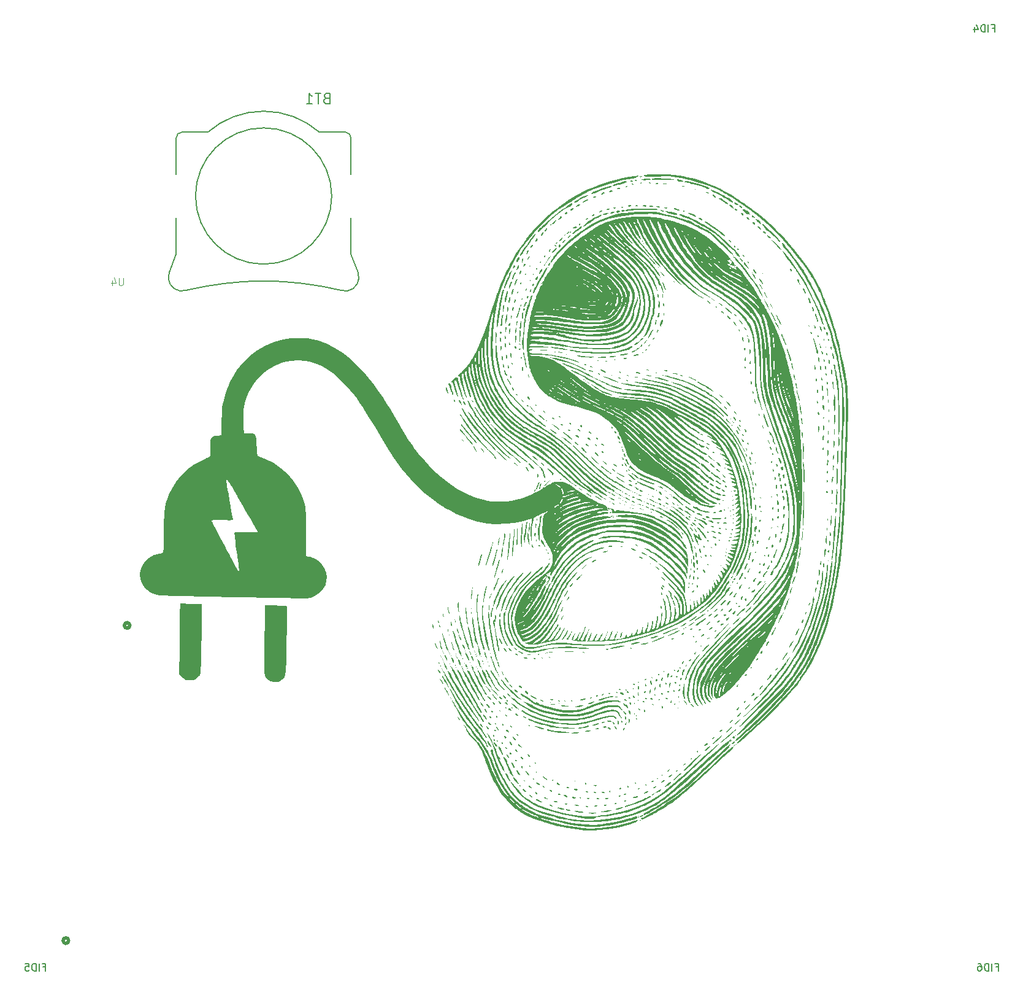
<source format=gbr>
%TF.GenerationSoftware,KiCad,Pcbnew,9.0.0*%
%TF.CreationDate,2025-05-12T01:47:32+10:00*%
%TF.ProjectId,Control_Unit,436f6e74-726f-46c5-9f55-6e69742e6b69,rev?*%
%TF.SameCoordinates,Original*%
%TF.FileFunction,Legend,Bot*%
%TF.FilePolarity,Positive*%
%FSLAX46Y46*%
G04 Gerber Fmt 4.6, Leading zero omitted, Abs format (unit mm)*
G04 Created by KiCad (PCBNEW 9.0.0) date 2025-05-12 01:47:32*
%MOMM*%
%LPD*%
G01*
G04 APERTURE LIST*
%ADD10C,0.100000*%
%ADD11C,0.150000*%
%ADD12C,0.000000*%
%ADD13C,0.508000*%
%ADD14C,0.127000*%
G04 APERTURE END LIST*
D10*
X84590904Y-60957419D02*
X84590904Y-61766942D01*
X84590904Y-61766942D02*
X84543285Y-61862180D01*
X84543285Y-61862180D02*
X84495666Y-61909800D01*
X84495666Y-61909800D02*
X84400428Y-61957419D01*
X84400428Y-61957419D02*
X84209952Y-61957419D01*
X84209952Y-61957419D02*
X84114714Y-61909800D01*
X84114714Y-61909800D02*
X84067095Y-61862180D01*
X84067095Y-61862180D02*
X84019476Y-61766942D01*
X84019476Y-61766942D02*
X84019476Y-60957419D01*
X83114714Y-61290752D02*
X83114714Y-61957419D01*
X83352809Y-60909800D02*
X83590904Y-61624085D01*
X83590904Y-61624085D02*
X82971857Y-61624085D01*
D11*
X204571428Y-26481009D02*
X204904761Y-26481009D01*
X204904761Y-27004819D02*
X204904761Y-26004819D01*
X204904761Y-26004819D02*
X204428571Y-26004819D01*
X204047618Y-27004819D02*
X204047618Y-26004819D01*
X203571428Y-27004819D02*
X203571428Y-26004819D01*
X203571428Y-26004819D02*
X203333333Y-26004819D01*
X203333333Y-26004819D02*
X203190476Y-26052438D01*
X203190476Y-26052438D02*
X203095238Y-26147676D01*
X203095238Y-26147676D02*
X203047619Y-26242914D01*
X203047619Y-26242914D02*
X203000000Y-26433390D01*
X203000000Y-26433390D02*
X203000000Y-26576247D01*
X203000000Y-26576247D02*
X203047619Y-26766723D01*
X203047619Y-26766723D02*
X203095238Y-26861961D01*
X203095238Y-26861961D02*
X203190476Y-26957200D01*
X203190476Y-26957200D02*
X203333333Y-27004819D01*
X203333333Y-27004819D02*
X203571428Y-27004819D01*
X202142857Y-26338152D02*
X202142857Y-27004819D01*
X202380952Y-25957200D02*
X202619047Y-26671485D01*
X202619047Y-26671485D02*
X202000000Y-26671485D01*
X205071428Y-155981009D02*
X205404761Y-155981009D01*
X205404761Y-156504819D02*
X205404761Y-155504819D01*
X205404761Y-155504819D02*
X204928571Y-155504819D01*
X204547618Y-156504819D02*
X204547618Y-155504819D01*
X204071428Y-156504819D02*
X204071428Y-155504819D01*
X204071428Y-155504819D02*
X203833333Y-155504819D01*
X203833333Y-155504819D02*
X203690476Y-155552438D01*
X203690476Y-155552438D02*
X203595238Y-155647676D01*
X203595238Y-155647676D02*
X203547619Y-155742914D01*
X203547619Y-155742914D02*
X203500000Y-155933390D01*
X203500000Y-155933390D02*
X203500000Y-156076247D01*
X203500000Y-156076247D02*
X203547619Y-156266723D01*
X203547619Y-156266723D02*
X203595238Y-156361961D01*
X203595238Y-156361961D02*
X203690476Y-156457200D01*
X203690476Y-156457200D02*
X203833333Y-156504819D01*
X203833333Y-156504819D02*
X204071428Y-156504819D01*
X202642857Y-155504819D02*
X202833333Y-155504819D01*
X202833333Y-155504819D02*
X202928571Y-155552438D01*
X202928571Y-155552438D02*
X202976190Y-155600057D01*
X202976190Y-155600057D02*
X203071428Y-155742914D01*
X203071428Y-155742914D02*
X203119047Y-155933390D01*
X203119047Y-155933390D02*
X203119047Y-156314342D01*
X203119047Y-156314342D02*
X203071428Y-156409580D01*
X203071428Y-156409580D02*
X203023809Y-156457200D01*
X203023809Y-156457200D02*
X202928571Y-156504819D01*
X202928571Y-156504819D02*
X202738095Y-156504819D01*
X202738095Y-156504819D02*
X202642857Y-156457200D01*
X202642857Y-156457200D02*
X202595238Y-156409580D01*
X202595238Y-156409580D02*
X202547619Y-156314342D01*
X202547619Y-156314342D02*
X202547619Y-156076247D01*
X202547619Y-156076247D02*
X202595238Y-155981009D01*
X202595238Y-155981009D02*
X202642857Y-155933390D01*
X202642857Y-155933390D02*
X202738095Y-155885771D01*
X202738095Y-155885771D02*
X202928571Y-155885771D01*
X202928571Y-155885771D02*
X203023809Y-155933390D01*
X203023809Y-155933390D02*
X203071428Y-155981009D01*
X203071428Y-155981009D02*
X203119047Y-156076247D01*
X112655000Y-36156033D02*
X112455000Y-36222700D01*
X112455000Y-36222700D02*
X112388333Y-36289366D01*
X112388333Y-36289366D02*
X112321666Y-36422700D01*
X112321666Y-36422700D02*
X112321666Y-36622700D01*
X112321666Y-36622700D02*
X112388333Y-36756033D01*
X112388333Y-36756033D02*
X112455000Y-36822700D01*
X112455000Y-36822700D02*
X112588333Y-36889366D01*
X112588333Y-36889366D02*
X113121666Y-36889366D01*
X113121666Y-36889366D02*
X113121666Y-35489366D01*
X113121666Y-35489366D02*
X112655000Y-35489366D01*
X112655000Y-35489366D02*
X112521666Y-35556033D01*
X112521666Y-35556033D02*
X112455000Y-35622700D01*
X112455000Y-35622700D02*
X112388333Y-35756033D01*
X112388333Y-35756033D02*
X112388333Y-35889366D01*
X112388333Y-35889366D02*
X112455000Y-36022700D01*
X112455000Y-36022700D02*
X112521666Y-36089366D01*
X112521666Y-36089366D02*
X112655000Y-36156033D01*
X112655000Y-36156033D02*
X113121666Y-36156033D01*
X111921666Y-35489366D02*
X111121666Y-35489366D01*
X111521666Y-36889366D02*
X111521666Y-35489366D01*
X109921666Y-36889366D02*
X110721666Y-36889366D01*
X110321666Y-36889366D02*
X110321666Y-35489366D01*
X110321666Y-35489366D02*
X110454999Y-35689366D01*
X110454999Y-35689366D02*
X110588333Y-35822700D01*
X110588333Y-35822700D02*
X110721666Y-35889366D01*
X73571428Y-155981009D02*
X73904761Y-155981009D01*
X73904761Y-156504819D02*
X73904761Y-155504819D01*
X73904761Y-155504819D02*
X73428571Y-155504819D01*
X73047618Y-156504819D02*
X73047618Y-155504819D01*
X72571428Y-156504819D02*
X72571428Y-155504819D01*
X72571428Y-155504819D02*
X72333333Y-155504819D01*
X72333333Y-155504819D02*
X72190476Y-155552438D01*
X72190476Y-155552438D02*
X72095238Y-155647676D01*
X72095238Y-155647676D02*
X72047619Y-155742914D01*
X72047619Y-155742914D02*
X72000000Y-155933390D01*
X72000000Y-155933390D02*
X72000000Y-156076247D01*
X72000000Y-156076247D02*
X72047619Y-156266723D01*
X72047619Y-156266723D02*
X72095238Y-156361961D01*
X72095238Y-156361961D02*
X72190476Y-156457200D01*
X72190476Y-156457200D02*
X72333333Y-156504819D01*
X72333333Y-156504819D02*
X72571428Y-156504819D01*
X71095238Y-155504819D02*
X71571428Y-155504819D01*
X71571428Y-155504819D02*
X71619047Y-155981009D01*
X71619047Y-155981009D02*
X71571428Y-155933390D01*
X71571428Y-155933390D02*
X71476190Y-155885771D01*
X71476190Y-155885771D02*
X71238095Y-155885771D01*
X71238095Y-155885771D02*
X71142857Y-155933390D01*
X71142857Y-155933390D02*
X71095238Y-155981009D01*
X71095238Y-155981009D02*
X71047619Y-156076247D01*
X71047619Y-156076247D02*
X71047619Y-156314342D01*
X71047619Y-156314342D02*
X71095238Y-156409580D01*
X71095238Y-156409580D02*
X71142857Y-156457200D01*
X71142857Y-156457200D02*
X71238095Y-156504819D01*
X71238095Y-156504819D02*
X71476190Y-156504819D01*
X71476190Y-156504819D02*
X71571428Y-156457200D01*
X71571428Y-156457200D02*
X71619047Y-156409580D01*
D12*
%TO.C,G\u002A\u002A\u002A*%
G36*
X181643867Y-70442667D02*
G01*
X181601534Y-70485000D01*
X181559200Y-70442667D01*
X181601534Y-70400333D01*
X181643867Y-70442667D01*
G37*
G36*
X169282534Y-125222000D02*
G01*
X169240200Y-125264333D01*
X169197867Y-125222000D01*
X169240200Y-125179667D01*
X169282534Y-125222000D01*
G37*
G36*
X169197867Y-102108000D02*
G01*
X169155534Y-102150333D01*
X169113200Y-102108000D01*
X169155534Y-102065667D01*
X169197867Y-102108000D01*
G37*
G36*
X169197867Y-124036667D02*
G01*
X169155534Y-124079000D01*
X169113200Y-124036667D01*
X169155534Y-123994333D01*
X169197867Y-124036667D01*
G37*
G36*
X168859200Y-57827333D02*
G01*
X168816867Y-57869667D01*
X168774534Y-57827333D01*
X168816867Y-57785000D01*
X168859200Y-57827333D01*
G37*
G36*
X168774534Y-80687333D02*
G01*
X168732200Y-80729667D01*
X168689867Y-80687333D01*
X168732200Y-80645000D01*
X168774534Y-80687333D01*
G37*
G36*
X168605200Y-90339333D02*
G01*
X168562867Y-90381667D01*
X168520534Y-90339333D01*
X168562867Y-90297000D01*
X168605200Y-90339333D01*
G37*
G36*
X168520534Y-80348667D02*
G01*
X168478200Y-80391000D01*
X168435867Y-80348667D01*
X168478200Y-80306333D01*
X168520534Y-80348667D01*
G37*
G36*
X168520534Y-93726000D02*
G01*
X168478200Y-93768333D01*
X168435867Y-93726000D01*
X168478200Y-93683667D01*
X168520534Y-93726000D01*
G37*
G36*
X168181867Y-92625333D02*
G01*
X168139534Y-92667667D01*
X168097200Y-92625333D01*
X168139534Y-92583000D01*
X168181867Y-92625333D01*
G37*
G36*
X167165867Y-100584000D02*
G01*
X167123534Y-100626333D01*
X167081200Y-100584000D01*
X167123534Y-100541667D01*
X167165867Y-100584000D01*
G37*
G36*
X162932534Y-105325333D02*
G01*
X162890200Y-105367667D01*
X162847867Y-105325333D01*
X162890200Y-105283000D01*
X162932534Y-105325333D01*
G37*
G36*
X161408534Y-119380000D02*
G01*
X161366200Y-119422333D01*
X161323867Y-119380000D01*
X161366200Y-119337667D01*
X161408534Y-119380000D01*
G37*
G36*
X160392534Y-92456000D02*
G01*
X160350200Y-92498333D01*
X160307867Y-92456000D01*
X160350200Y-92413667D01*
X160392534Y-92456000D01*
G37*
G36*
X160307867Y-90847333D02*
G01*
X160265534Y-90889667D01*
X160223200Y-90847333D01*
X160265534Y-90805000D01*
X160307867Y-90847333D01*
G37*
G36*
X160138534Y-90762667D02*
G01*
X160096200Y-90805000D01*
X160053867Y-90762667D01*
X160096200Y-90720333D01*
X160138534Y-90762667D01*
G37*
G36*
X159630534Y-90339333D02*
G01*
X159588200Y-90381667D01*
X159545867Y-90339333D01*
X159588200Y-90297000D01*
X159630534Y-90339333D01*
G37*
G36*
X159461200Y-90254667D02*
G01*
X159418867Y-90297000D01*
X159376534Y-90254667D01*
X159418867Y-90212333D01*
X159461200Y-90254667D01*
G37*
G36*
X158529867Y-89662000D02*
G01*
X158487534Y-89704333D01*
X158445200Y-89662000D01*
X158487534Y-89619667D01*
X158529867Y-89662000D01*
G37*
G36*
X158360534Y-91948000D02*
G01*
X158318200Y-91990333D01*
X158275867Y-91948000D01*
X158318200Y-91905667D01*
X158360534Y-91948000D01*
G37*
G36*
X158360534Y-92625333D02*
G01*
X158318200Y-92667667D01*
X158275867Y-92625333D01*
X158318200Y-92583000D01*
X158360534Y-92625333D01*
G37*
G36*
X157005867Y-91355333D02*
G01*
X156963534Y-91397667D01*
X156921200Y-91355333D01*
X156963534Y-91313000D01*
X157005867Y-91355333D01*
G37*
G36*
X156582534Y-91778667D02*
G01*
X156540200Y-91821000D01*
X156497867Y-91778667D01*
X156540200Y-91736333D01*
X156582534Y-91778667D01*
G37*
G36*
X156497867Y-56134000D02*
G01*
X156455534Y-56176333D01*
X156413200Y-56134000D01*
X156455534Y-56091667D01*
X156497867Y-56134000D01*
G37*
G36*
X156413200Y-92879333D02*
G01*
X156370867Y-92921667D01*
X156328534Y-92879333D01*
X156370867Y-92837000D01*
X156413200Y-92879333D01*
G37*
G36*
X156074534Y-47074667D02*
G01*
X156032200Y-47117000D01*
X155989867Y-47074667D01*
X156032200Y-47032333D01*
X156074534Y-47074667D01*
G37*
G36*
X155820534Y-135128000D02*
G01*
X155778200Y-135170333D01*
X155735867Y-135128000D01*
X155778200Y-135085667D01*
X155820534Y-135128000D01*
G37*
G36*
X155735867Y-92117333D02*
G01*
X155693534Y-92159667D01*
X155651200Y-92117333D01*
X155693534Y-92075000D01*
X155735867Y-92117333D01*
G37*
G36*
X155566534Y-90678000D02*
G01*
X155524200Y-90720333D01*
X155481867Y-90678000D01*
X155524200Y-90635667D01*
X155566534Y-90678000D01*
G37*
G36*
X154973867Y-90424000D02*
G01*
X154931534Y-90466333D01*
X154889200Y-90424000D01*
X154931534Y-90381667D01*
X154973867Y-90424000D01*
G37*
G36*
X154889200Y-92202000D02*
G01*
X154846867Y-92244333D01*
X154804534Y-92202000D01*
X154846867Y-92159667D01*
X154889200Y-92202000D01*
G37*
G36*
X154635200Y-92625333D02*
G01*
X154592867Y-92667667D01*
X154550534Y-92625333D01*
X154592867Y-92583000D01*
X154635200Y-92625333D01*
G37*
G36*
X153873200Y-92202000D02*
G01*
X153830867Y-92244333D01*
X153788534Y-92202000D01*
X153830867Y-92159667D01*
X153873200Y-92202000D01*
G37*
G36*
X153619200Y-91609333D02*
G01*
X153576867Y-91651667D01*
X153534534Y-91609333D01*
X153576867Y-91567000D01*
X153619200Y-91609333D01*
G37*
G36*
X153534534Y-91016667D02*
G01*
X153492200Y-91059000D01*
X153449867Y-91016667D01*
X153492200Y-90974333D01*
X153534534Y-91016667D01*
G37*
G36*
X153026534Y-91270667D02*
G01*
X152984200Y-91313000D01*
X152941867Y-91270667D01*
X152984200Y-91228333D01*
X153026534Y-91270667D01*
G37*
G36*
X152941867Y-90678000D02*
G01*
X152899534Y-90720333D01*
X152857200Y-90678000D01*
X152899534Y-90635667D01*
X152941867Y-90678000D01*
G37*
G36*
X152772534Y-90593333D02*
G01*
X152730200Y-90635667D01*
X152687867Y-90593333D01*
X152730200Y-90551000D01*
X152772534Y-90593333D01*
G37*
G36*
X152603200Y-90508667D02*
G01*
X152560867Y-90551000D01*
X152518534Y-90508667D01*
X152560867Y-90466333D01*
X152603200Y-90508667D01*
G37*
G36*
X152264534Y-93726000D02*
G01*
X152222200Y-93768333D01*
X152179867Y-93726000D01*
X152222200Y-93683667D01*
X152264534Y-93726000D01*
G37*
G36*
X151841200Y-91778667D02*
G01*
X151798867Y-91821000D01*
X151756534Y-91778667D01*
X151798867Y-91736333D01*
X151841200Y-91778667D01*
G37*
G36*
X148454534Y-75099333D02*
G01*
X148412200Y-75141667D01*
X148369867Y-75099333D01*
X148412200Y-75057000D01*
X148454534Y-75099333D01*
G37*
G36*
X147015200Y-130302000D02*
G01*
X146972867Y-130344333D01*
X146930534Y-130302000D01*
X146972867Y-130259667D01*
X147015200Y-130302000D01*
G37*
G36*
X145829867Y-71458667D02*
G01*
X145787534Y-71501000D01*
X145745200Y-71458667D01*
X145787534Y-71416333D01*
X145829867Y-71458667D01*
G37*
G36*
X144813867Y-119549333D02*
G01*
X144771534Y-119591667D01*
X144729200Y-119549333D01*
X144771534Y-119507000D01*
X144813867Y-119549333D01*
G37*
G36*
X143628534Y-57912000D02*
G01*
X143586200Y-57954333D01*
X143543867Y-57912000D01*
X143586200Y-57869667D01*
X143628534Y-57912000D01*
G37*
G36*
X143628534Y-119464667D02*
G01*
X143586200Y-119507000D01*
X143543867Y-119464667D01*
X143586200Y-119422333D01*
X143628534Y-119464667D01*
G37*
G36*
X143289867Y-101854000D02*
G01*
X143247534Y-101896333D01*
X143205200Y-101854000D01*
X143247534Y-101811667D01*
X143289867Y-101854000D01*
G37*
G36*
X143289867Y-135212667D02*
G01*
X143247534Y-135255000D01*
X143205200Y-135212667D01*
X143247534Y-135170333D01*
X143289867Y-135212667D01*
G37*
G36*
X143205200Y-102785333D02*
G01*
X143162867Y-102827667D01*
X143120534Y-102785333D01*
X143162867Y-102743000D01*
X143205200Y-102785333D01*
G37*
G36*
X143120534Y-102954667D02*
G01*
X143078200Y-102997000D01*
X143035867Y-102954667D01*
X143078200Y-102912333D01*
X143120534Y-102954667D01*
G37*
G36*
X140580534Y-66717333D02*
G01*
X140538200Y-66759667D01*
X140495867Y-66717333D01*
X140538200Y-66675000D01*
X140580534Y-66717333D01*
G37*
G36*
X135331200Y-112691333D02*
G01*
X135288867Y-112733667D01*
X135246534Y-112691333D01*
X135288867Y-112649000D01*
X135331200Y-112691333D01*
G37*
G36*
X134823200Y-113453333D02*
G01*
X134780867Y-113495667D01*
X134738534Y-113453333D01*
X134780867Y-113411000D01*
X134823200Y-113453333D01*
G37*
G36*
X134399867Y-114130667D02*
G01*
X134357534Y-114173000D01*
X134315200Y-114130667D01*
X134357534Y-114088333D01*
X134399867Y-114130667D01*
G37*
G36*
X134145867Y-114723333D02*
G01*
X134103534Y-114765667D01*
X134061200Y-114723333D01*
X134103534Y-114681000D01*
X134145867Y-114723333D01*
G37*
G36*
X134061200Y-113114667D02*
G01*
X134018867Y-113157000D01*
X133976534Y-113114667D01*
X134018867Y-113072333D01*
X134061200Y-113114667D01*
G37*
G36*
X133383867Y-114554000D02*
G01*
X133341534Y-114596333D01*
X133299200Y-114554000D01*
X133341534Y-114511667D01*
X133383867Y-114554000D01*
G37*
G36*
X133214534Y-112522000D02*
G01*
X133172200Y-112564333D01*
X133129867Y-112522000D01*
X133172200Y-112479667D01*
X133214534Y-112522000D01*
G37*
G36*
X132706534Y-106510667D02*
G01*
X132664200Y-106553000D01*
X132621867Y-106510667D01*
X132664200Y-106468333D01*
X132706534Y-106510667D01*
G37*
G36*
X132706534Y-114384667D02*
G01*
X132664200Y-114427000D01*
X132621867Y-114384667D01*
X132664200Y-114342333D01*
X132706534Y-114384667D01*
G37*
G36*
X132537200Y-113961333D02*
G01*
X132494867Y-114003667D01*
X132452534Y-113961333D01*
X132494867Y-113919000D01*
X132537200Y-113961333D01*
G37*
G36*
X131859867Y-112352667D02*
G01*
X131817534Y-112395000D01*
X131775200Y-112352667D01*
X131817534Y-112310333D01*
X131859867Y-112352667D01*
G37*
G36*
X131775200Y-114046000D02*
G01*
X131732867Y-114088333D01*
X131690534Y-114046000D01*
X131732867Y-114003667D01*
X131775200Y-114046000D01*
G37*
G36*
X130759200Y-114977333D02*
G01*
X130716867Y-115019667D01*
X130674534Y-114977333D01*
X130716867Y-114935000D01*
X130759200Y-114977333D01*
G37*
G36*
X130589867Y-112776000D02*
G01*
X130547534Y-112818333D01*
X130505200Y-112776000D01*
X130547534Y-112733667D01*
X130589867Y-112776000D01*
G37*
G36*
X129743200Y-112776000D02*
G01*
X129700867Y-112818333D01*
X129658534Y-112776000D01*
X129700867Y-112733667D01*
X129743200Y-112776000D01*
G37*
G36*
X129743200Y-114130667D02*
G01*
X129700867Y-114173000D01*
X129658534Y-114130667D01*
X129700867Y-114088333D01*
X129743200Y-114130667D01*
G37*
G36*
X129658534Y-110151333D02*
G01*
X129616200Y-110193667D01*
X129573867Y-110151333D01*
X129616200Y-110109000D01*
X129658534Y-110151333D01*
G37*
G36*
X129658534Y-112606667D02*
G01*
X129616200Y-112649000D01*
X129573867Y-112606667D01*
X129616200Y-112564333D01*
X129658534Y-112606667D01*
G37*
G36*
X129573867Y-112437333D02*
G01*
X129531534Y-112479667D01*
X129489200Y-112437333D01*
X129531534Y-112395000D01*
X129573867Y-112437333D01*
G37*
G36*
X128896534Y-112691333D02*
G01*
X128854200Y-112733667D01*
X128811867Y-112691333D01*
X128854200Y-112649000D01*
X128896534Y-112691333D01*
G37*
G36*
X128896534Y-113876667D02*
G01*
X128854200Y-113919000D01*
X128811867Y-113876667D01*
X128854200Y-113834333D01*
X128896534Y-113876667D01*
G37*
G36*
X128811867Y-112522000D02*
G01*
X128769534Y-112564333D01*
X128727200Y-112522000D01*
X128769534Y-112479667D01*
X128811867Y-112522000D01*
G37*
G36*
X128811867Y-113622667D02*
G01*
X128769534Y-113665000D01*
X128727200Y-113622667D01*
X128769534Y-113580333D01*
X128811867Y-113622667D01*
G37*
G36*
X128727200Y-112352667D02*
G01*
X128684867Y-112395000D01*
X128642534Y-112352667D01*
X128684867Y-112310333D01*
X128727200Y-112352667D01*
G37*
G36*
X128642534Y-114808000D02*
G01*
X128600200Y-114850333D01*
X128557867Y-114808000D01*
X128600200Y-114765667D01*
X128642534Y-114808000D01*
G37*
G36*
X128557867Y-113199333D02*
G01*
X128515534Y-113241667D01*
X128473200Y-113199333D01*
X128515534Y-113157000D01*
X128557867Y-113199333D01*
G37*
G36*
X128473200Y-113030000D02*
G01*
X128430867Y-113072333D01*
X128388534Y-113030000D01*
X128430867Y-112987667D01*
X128473200Y-113030000D01*
G37*
G36*
X182483850Y-92025611D02*
G01*
X182477863Y-92111485D01*
X182439381Y-92136736D01*
X182422603Y-92106782D01*
X182432697Y-91974458D01*
X182463172Y-91935269D01*
X182483850Y-92025611D01*
G37*
G36*
X181897867Y-69045667D02*
G01*
X181891757Y-69090489D01*
X181841423Y-69102111D01*
X181831290Y-69089702D01*
X181841423Y-68989222D01*
X181866889Y-68975976D01*
X181897867Y-69045667D01*
G37*
G36*
X181559200Y-70231000D02*
G01*
X181553090Y-70275822D01*
X181502756Y-70287444D01*
X181492623Y-70275035D01*
X181502756Y-70174555D01*
X181528222Y-70161310D01*
X181559200Y-70231000D01*
G37*
G36*
X176987200Y-112903000D02*
G01*
X176981090Y-112947822D01*
X176930756Y-112959444D01*
X176920623Y-112947035D01*
X176930756Y-112846555D01*
X176956222Y-112833310D01*
X176987200Y-112903000D01*
G37*
G36*
X172330534Y-88011000D02*
G01*
X172324424Y-88055822D01*
X172274089Y-88067444D01*
X172263956Y-88055035D01*
X172274089Y-87954555D01*
X172299556Y-87941310D01*
X172330534Y-88011000D01*
G37*
G36*
X170721867Y-81407000D02*
G01*
X170715757Y-81451822D01*
X170665423Y-81463444D01*
X170655290Y-81451035D01*
X170665423Y-81350555D01*
X170690889Y-81337310D01*
X170721867Y-81407000D01*
G37*
G36*
X169282534Y-103251000D02*
G01*
X169276424Y-103295822D01*
X169226089Y-103307444D01*
X169215956Y-103295035D01*
X169226089Y-103194555D01*
X169251556Y-103181310D01*
X169282534Y-103251000D01*
G37*
G36*
X168915645Y-80842555D02*
G01*
X168928891Y-80868022D01*
X168859200Y-80899000D01*
X168814378Y-80892890D01*
X168802756Y-80842555D01*
X168815165Y-80832422D01*
X168915645Y-80842555D01*
G37*
G36*
X168859200Y-95207667D02*
G01*
X168853090Y-95252489D01*
X168802756Y-95264111D01*
X168792623Y-95251702D01*
X168802756Y-95151222D01*
X168828222Y-95137976D01*
X168859200Y-95207667D01*
G37*
G36*
X168520534Y-79629000D02*
G01*
X168514424Y-79673822D01*
X168464089Y-79685444D01*
X168453956Y-79673035D01*
X168464089Y-79572555D01*
X168489556Y-79559310D01*
X168520534Y-79629000D01*
G37*
G36*
X168492312Y-93034555D02*
G01*
X168505557Y-93060022D01*
X168435867Y-93091000D01*
X168391045Y-93084890D01*
X168379423Y-93034555D01*
X168391832Y-93024422D01*
X168492312Y-93034555D01*
G37*
G36*
X168351200Y-97747667D02*
G01*
X168345090Y-97792489D01*
X168294756Y-97804111D01*
X168284623Y-97791702D01*
X168294756Y-97691222D01*
X168320222Y-97677976D01*
X168351200Y-97747667D01*
G37*
G36*
X167814978Y-99215222D02*
G01*
X167828224Y-99240688D01*
X167758534Y-99271667D01*
X167713712Y-99265556D01*
X167702089Y-99215222D01*
X167714499Y-99205089D01*
X167814978Y-99215222D01*
G37*
G36*
X167730312Y-87107889D02*
G01*
X167743557Y-87133355D01*
X167673867Y-87164333D01*
X167629045Y-87158223D01*
X167617423Y-87107889D01*
X167629832Y-87097756D01*
X167730312Y-87107889D01*
G37*
G36*
X167476312Y-91595222D02*
G01*
X167489557Y-91620688D01*
X167419867Y-91651667D01*
X167375045Y-91645556D01*
X167363423Y-91595222D01*
X167375832Y-91585089D01*
X167476312Y-91595222D01*
G37*
G36*
X166742534Y-85047667D02*
G01*
X166736424Y-85092489D01*
X166686089Y-85104111D01*
X166675956Y-85091702D01*
X166686089Y-84991222D01*
X166711556Y-84977976D01*
X166742534Y-85047667D01*
G37*
G36*
X164710534Y-100457000D02*
G01*
X164704424Y-100501822D01*
X164654089Y-100513444D01*
X164643956Y-100501035D01*
X164654089Y-100400555D01*
X164679556Y-100387310D01*
X164710534Y-100457000D01*
G37*
G36*
X164625867Y-48979667D02*
G01*
X164619757Y-49024489D01*
X164569423Y-49036111D01*
X164559290Y-49023702D01*
X164569423Y-48923222D01*
X164594889Y-48909976D01*
X164625867Y-48979667D01*
G37*
G36*
X164625867Y-104267000D02*
G01*
X164619757Y-104311822D01*
X164569423Y-104323444D01*
X164559290Y-104311035D01*
X164569423Y-104210555D01*
X164594889Y-104197310D01*
X164625867Y-104267000D01*
G37*
G36*
X163017200Y-105706333D02*
G01*
X163011090Y-105751155D01*
X162960756Y-105762778D01*
X162950623Y-105750368D01*
X162960756Y-105649889D01*
X162986222Y-105636643D01*
X163017200Y-105706333D01*
G37*
G36*
X162311645Y-109121222D02*
G01*
X162324891Y-109146688D01*
X162255200Y-109177667D01*
X162210378Y-109171556D01*
X162198756Y-109121222D01*
X162211165Y-109111089D01*
X162311645Y-109121222D01*
G37*
G36*
X162057645Y-109290555D02*
G01*
X162070891Y-109316022D01*
X162001200Y-109347000D01*
X161956378Y-109340890D01*
X161944756Y-109290555D01*
X161957165Y-109280422D01*
X162057645Y-109290555D01*
G37*
G36*
X160561867Y-48048333D02*
G01*
X160555757Y-48093155D01*
X160505423Y-48104778D01*
X160495290Y-48092368D01*
X160505423Y-47991889D01*
X160530889Y-47978643D01*
X160561867Y-48048333D01*
G37*
G36*
X158416978Y-129949222D02*
G01*
X158430224Y-129974688D01*
X158360534Y-130005667D01*
X158315712Y-129999556D01*
X158304089Y-129949222D01*
X158316499Y-129939089D01*
X158416978Y-129949222D01*
G37*
G36*
X158162978Y-91849222D02*
G01*
X158176224Y-91874688D01*
X158106534Y-91905667D01*
X158061712Y-91899556D01*
X158050089Y-91849222D01*
X158062499Y-91839089D01*
X158162978Y-91849222D01*
G37*
G36*
X157570312Y-93203889D02*
G01*
X157583557Y-93229355D01*
X157513867Y-93260333D01*
X157469045Y-93254223D01*
X157457423Y-93203889D01*
X157469832Y-93193756D01*
X157570312Y-93203889D01*
G37*
G36*
X156413200Y-70061667D02*
G01*
X156407090Y-70106489D01*
X156356756Y-70118111D01*
X156346623Y-70105702D01*
X156356756Y-70005222D01*
X156382222Y-69991976D01*
X156413200Y-70061667D01*
G37*
G36*
X156384978Y-71190555D02*
G01*
X156398224Y-71216022D01*
X156328534Y-71247000D01*
X156283712Y-71240890D01*
X156272089Y-71190555D01*
X156284499Y-71180422D01*
X156384978Y-71190555D01*
G37*
G36*
X156384978Y-92272555D02*
G01*
X156398224Y-92298022D01*
X156328534Y-92329000D01*
X156283712Y-92322890D01*
X156272089Y-92272555D01*
X156284499Y-92262422D01*
X156384978Y-92272555D01*
G37*
G36*
X156046312Y-135706555D02*
G01*
X156059557Y-135732022D01*
X155989867Y-135763000D01*
X155945045Y-135756890D01*
X155933423Y-135706555D01*
X155945832Y-135696422D01*
X156046312Y-135706555D01*
G37*
G36*
X155792312Y-116656555D02*
G01*
X155805557Y-116682022D01*
X155735867Y-116713000D01*
X155691045Y-116706890D01*
X155679423Y-116656555D01*
X155691832Y-116646422D01*
X155792312Y-116656555D01*
G37*
G36*
X155792312Y-135283222D02*
G01*
X155805557Y-135308688D01*
X155735867Y-135339667D01*
X155691045Y-135333556D01*
X155679423Y-135283222D01*
X155691832Y-135273089D01*
X155792312Y-135283222D01*
G37*
G36*
X155566534Y-91990333D02*
G01*
X155560424Y-92035155D01*
X155510089Y-92046778D01*
X155499956Y-92034368D01*
X155510089Y-91933889D01*
X155535556Y-91920643D01*
X155566534Y-91990333D01*
G37*
G36*
X155284312Y-90494555D02*
G01*
X155297557Y-90520022D01*
X155227867Y-90551000D01*
X155183045Y-90544890D01*
X155171423Y-90494555D01*
X155183832Y-90484422D01*
X155284312Y-90494555D01*
G37*
G36*
X155221183Y-121066278D02*
G01*
X155215196Y-121152152D01*
X155176714Y-121177403D01*
X155159937Y-121147449D01*
X155170030Y-121015125D01*
X155200506Y-120975935D01*
X155221183Y-121066278D01*
G37*
G36*
X155143200Y-120269000D02*
G01*
X155137090Y-120313822D01*
X155086756Y-120325444D01*
X155076623Y-120313035D01*
X155086756Y-120212555D01*
X155112222Y-120199310D01*
X155143200Y-120269000D01*
G37*
G36*
X155051850Y-117594944D02*
G01*
X155045863Y-117680818D01*
X155007381Y-117706069D01*
X154990603Y-117676115D01*
X155000697Y-117543792D01*
X155031172Y-117504602D01*
X155051850Y-117594944D01*
G37*
G36*
X155030312Y-92695889D02*
G01*
X155043557Y-92721355D01*
X154973867Y-92752333D01*
X154929045Y-92746223D01*
X154917423Y-92695889D01*
X154929832Y-92685756D01*
X155030312Y-92695889D01*
G37*
G36*
X154522312Y-90917889D02*
G01*
X154535557Y-90943355D01*
X154465867Y-90974333D01*
X154421045Y-90968223D01*
X154409423Y-90917889D01*
X154421832Y-90907756D01*
X154522312Y-90917889D01*
G37*
G36*
X153590978Y-90409889D02*
G01*
X153604224Y-90435355D01*
X153534534Y-90466333D01*
X153489712Y-90460223D01*
X153478089Y-90409889D01*
X153490499Y-90399756D01*
X153590978Y-90409889D01*
G37*
G36*
X152765850Y-93803611D02*
G01*
X152759863Y-93889485D01*
X152721381Y-93914736D01*
X152704603Y-93884782D01*
X152714697Y-93752458D01*
X152745172Y-93713269D01*
X152765850Y-93803611D01*
G37*
G36*
X152518534Y-93768333D02*
G01*
X152512424Y-93813155D01*
X152462089Y-93824778D01*
X152451956Y-93812368D01*
X152462089Y-93711889D01*
X152487556Y-93698643D01*
X152518534Y-93768333D01*
G37*
G36*
X152320978Y-93881222D02*
G01*
X152334224Y-93906688D01*
X152264534Y-93937667D01*
X152219712Y-93931556D01*
X152208089Y-93881222D01*
X152220499Y-93871089D01*
X152320978Y-93881222D01*
G37*
G36*
X151982312Y-92695889D02*
G01*
X151995557Y-92721355D01*
X151925867Y-92752333D01*
X151881045Y-92746223D01*
X151869423Y-92695889D01*
X151881832Y-92685756D01*
X151982312Y-92695889D01*
G37*
G36*
X151671867Y-85809667D02*
G01*
X151665757Y-85854489D01*
X151615423Y-85866111D01*
X151605290Y-85853702D01*
X151615423Y-85753222D01*
X151640889Y-85739976D01*
X151671867Y-85809667D01*
G37*
G36*
X150204312Y-72291222D02*
G01*
X150217557Y-72316688D01*
X150147867Y-72347667D01*
X150103045Y-72341556D01*
X150091423Y-72291222D01*
X150103832Y-72281089D01*
X150204312Y-72291222D01*
G37*
G36*
X148256978Y-74915889D02*
G01*
X148270224Y-74941355D01*
X148200534Y-74972333D01*
X148155712Y-74966223D01*
X148144089Y-74915889D01*
X148156499Y-74905756D01*
X148256978Y-74915889D01*
G37*
G36*
X144277645Y-71105889D02*
G01*
X144290891Y-71131355D01*
X144221200Y-71162333D01*
X144176378Y-71156223D01*
X144164756Y-71105889D01*
X144177165Y-71095756D01*
X144277645Y-71105889D01*
G37*
G36*
X143092312Y-80588555D02*
G01*
X143105557Y-80614022D01*
X143035867Y-80645000D01*
X142991045Y-80638890D01*
X142979423Y-80588555D01*
X142991832Y-80578422D01*
X143092312Y-80588555D01*
G37*
G36*
X141667832Y-97155000D02*
G01*
X141656030Y-97271469D01*
X141625127Y-97260833D01*
X141613945Y-97222509D01*
X141625127Y-97049167D01*
X141654527Y-97034804D01*
X141667832Y-97155000D01*
G37*
G36*
X141427200Y-56938333D02*
G01*
X141421090Y-56983155D01*
X141370756Y-56994778D01*
X141360623Y-56982368D01*
X141370756Y-56881889D01*
X141396222Y-56868643D01*
X141427200Y-56938333D01*
G37*
G36*
X141251183Y-60444944D02*
G01*
X141245196Y-60530818D01*
X141206714Y-60556069D01*
X141189937Y-60526115D01*
X141200030Y-60393792D01*
X141230506Y-60354602D01*
X141251183Y-60444944D01*
G37*
G36*
X140827850Y-61291611D02*
G01*
X140821863Y-61377485D01*
X140783381Y-61402736D01*
X140766603Y-61372782D01*
X140776697Y-61240458D01*
X140807172Y-61201269D01*
X140827850Y-61291611D01*
G37*
G36*
X140806312Y-59252555D02*
G01*
X140819557Y-59278022D01*
X140749867Y-59309000D01*
X140705045Y-59302890D01*
X140693423Y-59252555D01*
X140705832Y-59242422D01*
X140806312Y-59252555D01*
G37*
G36*
X135246534Y-123401667D02*
G01*
X135240424Y-123446489D01*
X135190089Y-123458111D01*
X135179956Y-123445702D01*
X135190089Y-123345222D01*
X135215556Y-123331976D01*
X135246534Y-123401667D01*
G37*
G36*
X135077200Y-114088333D02*
G01*
X135071090Y-114133155D01*
X135020756Y-114144778D01*
X135010623Y-114132368D01*
X135020756Y-114031889D01*
X135046222Y-114018643D01*
X135077200Y-114088333D01*
G37*
G36*
X134738534Y-114765667D02*
G01*
X134732424Y-114810489D01*
X134682089Y-114822111D01*
X134671956Y-114809702D01*
X134682089Y-114709222D01*
X134707556Y-114695976D01*
X134738534Y-114765667D01*
G37*
G36*
X134653867Y-114511667D02*
G01*
X134647757Y-114556489D01*
X134597423Y-114568111D01*
X134587290Y-114555702D01*
X134597423Y-114455222D01*
X134622889Y-114441976D01*
X134653867Y-114511667D01*
G37*
G36*
X134145867Y-113411000D02*
G01*
X134139757Y-113455822D01*
X134089423Y-113467444D01*
X134079290Y-113455035D01*
X134089423Y-113354555D01*
X134114889Y-113341310D01*
X134145867Y-113411000D01*
G37*
G36*
X133637867Y-104267000D02*
G01*
X133631757Y-104311822D01*
X133581423Y-104323444D01*
X133571290Y-104311035D01*
X133581423Y-104210555D01*
X133606889Y-104197310D01*
X133637867Y-104267000D01*
G37*
G36*
X133299200Y-114342333D02*
G01*
X133293090Y-114387155D01*
X133242756Y-114398778D01*
X133232623Y-114386368D01*
X133242756Y-114285889D01*
X133268222Y-114272643D01*
X133299200Y-114342333D01*
G37*
G36*
X133214534Y-114003667D02*
G01*
X133208424Y-114048489D01*
X133158089Y-114060111D01*
X133147956Y-114047702D01*
X133158089Y-113947222D01*
X133183556Y-113933976D01*
X133214534Y-114003667D01*
G37*
G36*
X132693165Y-107145667D02*
G01*
X132681363Y-107262136D01*
X132650461Y-107251500D01*
X132639278Y-107213175D01*
X132650461Y-107039833D01*
X132679860Y-107025471D01*
X132693165Y-107145667D01*
G37*
G36*
X132706534Y-106807000D02*
G01*
X132700424Y-106851822D01*
X132650089Y-106863444D01*
X132639956Y-106851035D01*
X132650089Y-106750555D01*
X132675556Y-106737310D01*
X132706534Y-106807000D01*
G37*
G36*
X132621867Y-114173000D02*
G01*
X132615757Y-114217822D01*
X132565423Y-114229444D01*
X132555290Y-114217035D01*
X132565423Y-114116555D01*
X132590889Y-114103310D01*
X132621867Y-114173000D01*
G37*
G36*
X131690534Y-113749667D02*
G01*
X131684424Y-113794489D01*
X131634089Y-113806111D01*
X131623956Y-113793702D01*
X131634089Y-113693222D01*
X131659556Y-113679976D01*
X131690534Y-113749667D01*
G37*
G36*
X131577645Y-114963222D02*
G01*
X131590891Y-114988688D01*
X131521200Y-115019667D01*
X131476378Y-115013556D01*
X131464756Y-114963222D01*
X131477165Y-114953089D01*
X131577645Y-114963222D01*
G37*
G36*
X131408312Y-114539889D02*
G01*
X131421557Y-114565355D01*
X131351867Y-114596333D01*
X131307045Y-114590223D01*
X131295423Y-114539889D01*
X131307832Y-114529756D01*
X131408312Y-114539889D01*
G37*
G36*
X130498516Y-114377611D02*
G01*
X130492530Y-114463485D01*
X130454048Y-114488736D01*
X130437270Y-114458782D01*
X130447364Y-114326458D01*
X130477839Y-114287269D01*
X130498516Y-114377611D01*
G37*
G36*
X130420534Y-112479667D02*
G01*
X130414424Y-112524489D01*
X130364089Y-112536111D01*
X130353956Y-112523702D01*
X130364089Y-112423222D01*
X130389556Y-112409976D01*
X130420534Y-112479667D01*
G37*
G36*
X129489200Y-113834333D02*
G01*
X129483090Y-113879155D01*
X129432756Y-113890778D01*
X129422623Y-113878368D01*
X129432756Y-113777889D01*
X129458222Y-113764643D01*
X129489200Y-113834333D01*
G37*
G36*
X129404534Y-109093000D02*
G01*
X129398424Y-109137822D01*
X129348089Y-109149444D01*
X129337956Y-109137035D01*
X129348089Y-109036555D01*
X129373556Y-109023310D01*
X129404534Y-109093000D01*
G37*
G36*
X181412624Y-69462213D02*
G01*
X181414939Y-69471169D01*
X181431080Y-69595243D01*
X181375605Y-69573271D01*
X181341867Y-69526125D01*
X181323170Y-69372758D01*
X181362413Y-69348724D01*
X181412624Y-69462213D01*
G37*
G36*
X181356012Y-80159589D02*
G01*
X181371578Y-80193052D01*
X181340511Y-80317697D01*
X181285179Y-80381771D01*
X181238547Y-80318038D01*
X181228169Y-80239299D01*
X181272312Y-80145685D01*
X181356012Y-80159589D01*
G37*
G36*
X174193200Y-91096336D02*
G01*
X174191544Y-91139084D01*
X174151550Y-91224591D01*
X174069816Y-91149517D01*
X174058311Y-91118988D01*
X174107153Y-91017520D01*
X174151544Y-91009134D01*
X174193200Y-91096336D01*
G37*
G36*
X173551305Y-98022865D02*
G01*
X173600534Y-98121611D01*
X173583110Y-98187497D01*
X173466478Y-98255667D01*
X173373968Y-98206795D01*
X173388184Y-98105342D01*
X173499992Y-98021069D01*
X173551305Y-98022865D01*
G37*
G36*
X172973619Y-60227251D02*
G01*
X172947483Y-60264863D01*
X172875870Y-60325000D01*
X172864034Y-60324176D01*
X172845389Y-60275165D01*
X172936282Y-60189915D01*
X172983598Y-60169314D01*
X172973619Y-60227251D01*
G37*
G36*
X171935301Y-86384110D02*
G01*
X171945918Y-86492850D01*
X171923748Y-86525328D01*
X171850436Y-86561999D01*
X171822534Y-86439670D01*
X171834952Y-86379248D01*
X171908582Y-86360853D01*
X171935301Y-86384110D01*
G37*
G36*
X171958012Y-98701589D02*
G01*
X171973578Y-98735052D01*
X171942511Y-98859697D01*
X171887179Y-98923771D01*
X171840547Y-98860038D01*
X171830169Y-98781299D01*
X171874312Y-98687685D01*
X171958012Y-98701589D01*
G37*
G36*
X171365345Y-114618922D02*
G01*
X171380912Y-114652385D01*
X171349844Y-114777030D01*
X171294512Y-114841105D01*
X171247880Y-114777371D01*
X171237503Y-114698632D01*
X171281646Y-114605019D01*
X171365345Y-114618922D01*
G37*
G36*
X170541101Y-119334452D02*
G01*
X170461860Y-119471904D01*
X170371830Y-119551963D01*
X170312476Y-119506492D01*
X170309569Y-119449873D01*
X170391596Y-119332478D01*
X170499874Y-119287608D01*
X170541101Y-119334452D01*
G37*
G36*
X169716834Y-68091434D02*
G01*
X169752220Y-68145411D01*
X169746040Y-68287162D01*
X169683915Y-68335645D01*
X169601723Y-68245855D01*
X169559181Y-68103609D01*
X169606089Y-68035216D01*
X169716834Y-68091434D01*
G37*
G36*
X168912103Y-92182254D02*
G01*
X168857502Y-92288713D01*
X168788325Y-92356199D01*
X168711657Y-92379012D01*
X168698419Y-92317682D01*
X168763645Y-92212569D01*
X168874564Y-92159667D01*
X168912103Y-92182254D01*
G37*
G36*
X168924291Y-93531031D02*
G01*
X168859200Y-93599000D01*
X168782504Y-93646469D01*
X168702400Y-93675150D01*
X168732200Y-93599000D01*
X168750324Y-93575941D01*
X168885364Y-93515630D01*
X168924291Y-93531031D01*
G37*
G36*
X168659685Y-81193837D02*
G01*
X168726757Y-81297515D01*
X168732784Y-81313578D01*
X168750549Y-81398415D01*
X168679361Y-81344911D01*
X168631049Y-81282658D01*
X168621552Y-81193093D01*
X168659685Y-81193837D01*
G37*
G36*
X168507707Y-103303887D02*
G01*
X168481682Y-103414700D01*
X168441862Y-103470493D01*
X168384986Y-103493648D01*
X168406651Y-103374348D01*
X168438446Y-103312617D01*
X168497138Y-103284049D01*
X168507707Y-103303887D01*
G37*
G36*
X165418671Y-100415153D02*
G01*
X165432585Y-100479442D01*
X165390207Y-100541667D01*
X165321523Y-100522141D01*
X165255142Y-100429304D01*
X165292948Y-100336336D01*
X165338324Y-100329611D01*
X165418671Y-100415153D01*
G37*
G36*
X165440769Y-106744921D02*
G01*
X165386169Y-106851379D01*
X165316992Y-106918865D01*
X165240324Y-106941679D01*
X165227086Y-106880349D01*
X165292311Y-106775236D01*
X165403231Y-106722333D01*
X165440769Y-106744921D01*
G37*
G36*
X163305894Y-103014670D02*
G01*
X163302005Y-103123514D01*
X163267108Y-103180563D01*
X163176281Y-103202330D01*
X163139554Y-103154390D01*
X163166195Y-103050841D01*
X163273540Y-102997000D01*
X163305894Y-103014670D01*
G37*
G36*
X162729345Y-103527589D02*
G01*
X162744912Y-103561052D01*
X162713844Y-103685697D01*
X162658512Y-103749771D01*
X162611880Y-103686038D01*
X162601503Y-103607299D01*
X162645646Y-103513685D01*
X162729345Y-103527589D01*
G37*
G36*
X160881525Y-116669984D02*
G01*
X160965798Y-116781792D01*
X160964002Y-116833105D01*
X160865256Y-116882333D01*
X160799370Y-116864910D01*
X160731200Y-116748278D01*
X160780072Y-116655768D01*
X160881525Y-116669984D01*
G37*
G36*
X160442952Y-90961251D02*
G01*
X160431704Y-90978487D01*
X160348048Y-91056462D01*
X160307867Y-91021663D01*
X160315435Y-91002620D01*
X160405616Y-90923915D01*
X160452931Y-90903314D01*
X160442952Y-90961251D01*
G37*
G36*
X159018858Y-118193984D02*
G01*
X159103131Y-118305792D01*
X159101335Y-118357105D01*
X159002589Y-118406333D01*
X158936704Y-118388910D01*
X158868534Y-118272278D01*
X158917405Y-118179768D01*
X159018858Y-118193984D01*
G37*
G36*
X158665345Y-119021589D02*
G01*
X158680912Y-119055052D01*
X158649844Y-119179697D01*
X158594512Y-119243771D01*
X158547880Y-119180038D01*
X158537503Y-119101299D01*
X158581646Y-119007685D01*
X158665345Y-119021589D01*
G37*
G36*
X158245685Y-90168504D02*
G01*
X158312757Y-90272182D01*
X158318784Y-90288244D01*
X158336549Y-90373082D01*
X158265361Y-90319578D01*
X158217049Y-90257325D01*
X158207552Y-90167759D01*
X158245685Y-90168504D01*
G37*
G36*
X157467136Y-92127361D02*
G01*
X157532121Y-92156682D01*
X157598534Y-92211058D01*
X157575068Y-92242600D01*
X157478023Y-92230822D01*
X157387467Y-92160636D01*
X157379737Y-92121444D01*
X157467136Y-92127361D01*
G37*
G36*
X157337376Y-70115147D02*
G01*
X157305682Y-70225367D01*
X157283930Y-70253356D01*
X157159837Y-70315667D01*
X157122298Y-70293079D01*
X157176899Y-70186620D01*
X157271672Y-70106104D01*
X157337376Y-70115147D01*
G37*
G36*
X156816575Y-116249883D02*
G01*
X156796828Y-116370081D01*
X156768657Y-116401006D01*
X156653973Y-116408491D01*
X156616735Y-116370686D01*
X156658412Y-116264588D01*
X156734673Y-116217511D01*
X156816575Y-116249883D01*
G37*
G36*
X156736909Y-118020861D02*
G01*
X156732008Y-118091576D01*
X156624867Y-118152333D01*
X156547007Y-118130080D01*
X156513985Y-118004167D01*
X156566929Y-117896899D01*
X156663642Y-117890811D01*
X156736909Y-118020861D01*
G37*
G36*
X156298351Y-55793837D02*
G01*
X156365424Y-55897515D01*
X156371451Y-55913578D01*
X156389216Y-55998415D01*
X156318028Y-55944911D01*
X156269716Y-55882658D01*
X156260219Y-55793093D01*
X156298351Y-55793837D01*
G37*
G36*
X156251480Y-135179736D02*
G01*
X156085406Y-135281745D01*
X155960791Y-135259791D01*
X155911783Y-135176802D01*
X155984428Y-135089753D01*
X156219928Y-135038018D01*
X156455534Y-135013046D01*
X156251480Y-135179736D01*
G37*
G36*
X156200934Y-47795303D02*
G01*
X156184347Y-47817508D01*
X156069537Y-47879000D01*
X156022055Y-47874529D01*
X156002091Y-47830350D01*
X156121265Y-47762028D01*
X156187307Y-47747191D01*
X156200934Y-47795303D01*
G37*
G36*
X156241992Y-70128044D02*
G01*
X156214651Y-70269682D01*
X156179625Y-70332505D01*
X156076474Y-70400333D01*
X156038511Y-70368230D01*
X156091778Y-70234850D01*
X156186456Y-70120712D01*
X156241992Y-70128044D01*
G37*
G36*
X154191909Y-48262550D02*
G01*
X154172162Y-48382748D01*
X154143990Y-48413672D01*
X154029306Y-48421158D01*
X153992069Y-48383353D01*
X154033746Y-48277255D01*
X154110007Y-48230177D01*
X154191909Y-48262550D01*
G37*
G36*
X153219669Y-117579911D02*
G01*
X153280534Y-117686667D01*
X153262027Y-117757801D01*
X153149062Y-117798708D01*
X153033684Y-117743354D01*
X153013089Y-117646352D01*
X153132367Y-117575785D01*
X153219669Y-117579911D01*
G37*
G36*
X150098639Y-118427532D02*
G01*
X150147867Y-118526278D01*
X150130444Y-118592163D01*
X150013812Y-118660333D01*
X149921302Y-118611462D01*
X149935518Y-118510009D01*
X150047325Y-118425736D01*
X150098639Y-118427532D01*
G37*
G36*
X149281242Y-118789883D02*
G01*
X149261495Y-118910081D01*
X149233324Y-118941006D01*
X149118640Y-118948491D01*
X149081402Y-118910686D01*
X149123079Y-118804588D01*
X149199340Y-118757511D01*
X149281242Y-118789883D01*
G37*
G36*
X143313042Y-98823187D02*
G01*
X143374534Y-98937997D01*
X143370063Y-98985479D01*
X143325884Y-99005443D01*
X143257562Y-98886269D01*
X143242725Y-98820227D01*
X143290837Y-98806599D01*
X143313042Y-98823187D01*
G37*
G36*
X142308561Y-58649337D02*
G01*
X142304671Y-58758180D01*
X142269775Y-58815230D01*
X142178948Y-58836997D01*
X142142221Y-58789056D01*
X142168862Y-58685507D01*
X142276207Y-58631667D01*
X142308561Y-58649337D01*
G37*
G36*
X140759508Y-112889956D02*
G01*
X141046200Y-112972395D01*
X140669434Y-112980031D01*
X140520978Y-112979243D01*
X140377903Y-112954752D01*
X140382741Y-112897592D01*
X140504613Y-112850428D01*
X140759508Y-112889956D01*
G37*
G36*
X140208012Y-60347589D02*
G01*
X140223578Y-60381052D01*
X140192511Y-60505697D01*
X140137179Y-60569771D01*
X140090547Y-60506038D01*
X140080169Y-60427299D01*
X140124312Y-60333685D01*
X140208012Y-60347589D01*
G37*
G36*
X139786769Y-63734254D02*
G01*
X139732169Y-63840713D01*
X139662992Y-63908199D01*
X139586324Y-63931012D01*
X139573086Y-63869682D01*
X139638311Y-63764569D01*
X139749231Y-63711667D01*
X139786769Y-63734254D01*
G37*
G36*
X139644949Y-71879372D02*
G01*
X139675873Y-71907543D01*
X139683359Y-72022227D01*
X139645554Y-72059465D01*
X139539455Y-72017788D01*
X139492378Y-71941527D01*
X139524751Y-71859625D01*
X139644949Y-71879372D01*
G37*
G36*
X139003631Y-76993444D02*
G01*
X139056534Y-77104364D01*
X139033946Y-77141902D01*
X138927488Y-77087302D01*
X138860002Y-77018125D01*
X138837188Y-76941457D01*
X138898518Y-76928219D01*
X139003631Y-76993444D01*
G37*
G36*
X135566192Y-120649317D02*
G01*
X135650464Y-120761125D01*
X135648669Y-120812438D01*
X135549923Y-120861667D01*
X135484037Y-120844243D01*
X135415867Y-120727611D01*
X135464738Y-120635101D01*
X135566192Y-120649317D01*
G37*
G36*
X135131685Y-114383170D02*
G01*
X135198757Y-114486848D01*
X135204784Y-114502911D01*
X135222549Y-114587749D01*
X135151361Y-114534244D01*
X135103049Y-114471991D01*
X135093552Y-114382426D01*
X135131685Y-114383170D01*
G37*
G36*
X134253709Y-113724520D02*
G01*
X134315200Y-113839330D01*
X134310730Y-113886812D01*
X134266551Y-113906776D01*
X134198229Y-113787602D01*
X134183391Y-113721560D01*
X134231504Y-113707933D01*
X134253709Y-113724520D01*
G37*
G36*
X133420757Y-113097151D02*
G01*
X133378533Y-113176165D01*
X133315552Y-113201574D01*
X133306484Y-113160763D01*
X133373361Y-113049755D01*
X133384512Y-113038816D01*
X133446535Y-112998237D01*
X133420757Y-113097151D01*
G37*
G36*
X133336090Y-112843151D02*
G01*
X133293867Y-112922165D01*
X133230885Y-112947574D01*
X133221818Y-112906763D01*
X133288694Y-112795755D01*
X133299845Y-112784816D01*
X133361868Y-112744237D01*
X133336090Y-112843151D01*
G37*
G36*
X132150757Y-114790485D02*
G01*
X132108533Y-114869499D01*
X132045552Y-114894907D01*
X132036484Y-114854097D01*
X132103361Y-114743089D01*
X132114512Y-114732149D01*
X132176535Y-114691570D01*
X132150757Y-114790485D01*
G37*
G36*
X131555655Y-113394778D02*
G01*
X131559918Y-113501517D01*
X131544525Y-113525375D01*
X131483225Y-113572095D01*
X131464756Y-113457058D01*
X131473668Y-113403317D01*
X131536693Y-113378241D01*
X131555655Y-113394778D01*
G37*
G36*
X130640285Y-112974585D02*
G01*
X130614150Y-113012196D01*
X130542537Y-113072333D01*
X130530701Y-113071509D01*
X130512055Y-113022499D01*
X130602949Y-112937248D01*
X130650265Y-112916648D01*
X130640285Y-112974585D01*
G37*
G36*
X128443018Y-114383170D02*
G01*
X128510090Y-114486848D01*
X128516118Y-114502911D01*
X128533882Y-114587749D01*
X128462694Y-114534244D01*
X128414382Y-114471991D01*
X128404885Y-114382426D01*
X128443018Y-114383170D01*
G37*
G36*
X182037513Y-80523369D02*
G01*
X182045849Y-80687333D01*
X182044755Y-80777026D01*
X182031914Y-80898612D01*
X182009028Y-80878820D01*
X181993688Y-80760764D01*
X182007319Y-80540154D01*
X182018390Y-80498493D01*
X182037513Y-80523369D01*
G37*
G36*
X182108234Y-98573622D02*
G01*
X182088003Y-98742500D01*
X182059286Y-98798747D01*
X181961224Y-98839910D01*
X181869625Y-98727523D01*
X181861867Y-98653668D01*
X181937000Y-98512323D01*
X182047304Y-98482247D01*
X182108234Y-98573622D01*
G37*
G36*
X181881362Y-94234000D02*
G01*
X181881478Y-94254050D01*
X181870126Y-94386592D01*
X181842331Y-94383778D01*
X181826799Y-94314208D01*
X181839194Y-94129778D01*
X181843384Y-94115221D01*
X181869153Y-94102686D01*
X181881362Y-94234000D01*
G37*
G36*
X181955658Y-83332286D02*
G01*
X181982534Y-83476336D01*
X181960973Y-83620394D01*
X181897867Y-83693000D01*
X181849620Y-83663507D01*
X181813200Y-83528663D01*
X181826742Y-83431420D01*
X181897867Y-83312000D01*
X181955658Y-83332286D01*
G37*
G36*
X181864118Y-99783563D02*
G01*
X181940200Y-99864333D01*
X181953430Y-99897130D01*
X181902864Y-99949000D01*
X181878288Y-99945746D01*
X181813200Y-99864333D01*
X181814171Y-99845172D01*
X181850537Y-99779667D01*
X181864118Y-99783563D01*
G37*
G36*
X181783513Y-95424702D02*
G01*
X181791849Y-95588667D01*
X181790755Y-95678359D01*
X181777914Y-95799945D01*
X181755028Y-95780154D01*
X181739688Y-95662097D01*
X181753319Y-95441487D01*
X181764390Y-95399827D01*
X181783513Y-95424702D01*
G37*
G36*
X181862411Y-75258086D02*
G01*
X181897867Y-75395667D01*
X181881991Y-75494087D01*
X181813200Y-75565000D01*
X181763990Y-75533247D01*
X181728534Y-75395667D01*
X181744410Y-75297246D01*
X181813200Y-75226333D01*
X181862411Y-75258086D01*
G37*
G36*
X181871533Y-87567529D02*
G01*
X181897867Y-87714667D01*
X181875618Y-87853633D01*
X181813200Y-87884000D01*
X181782211Y-87856685D01*
X181728534Y-87714667D01*
X181734440Y-87668190D01*
X181813200Y-87545333D01*
X181871533Y-87567529D01*
G37*
G36*
X181776687Y-71301425D02*
G01*
X181834564Y-71462022D01*
X181841965Y-71603955D01*
X181780934Y-71645890D01*
X181717385Y-71588497D01*
X181664610Y-71450005D01*
X181658697Y-71310558D01*
X181712775Y-71247000D01*
X181776687Y-71301425D01*
G37*
G36*
X181744833Y-74157798D02*
G01*
X181776764Y-74244833D01*
X181763733Y-74391210D01*
X181712855Y-74430654D01*
X181627568Y-74347535D01*
X181595637Y-74260500D01*
X181608668Y-74114123D01*
X181659546Y-74074679D01*
X181744833Y-74157798D01*
G37*
G36*
X181278866Y-84350196D02*
G01*
X181305200Y-84497333D01*
X181282952Y-84636299D01*
X181220534Y-84666667D01*
X181189545Y-84639352D01*
X181135867Y-84497333D01*
X181141774Y-84450857D01*
X181220534Y-84328000D01*
X181278866Y-84350196D01*
G37*
G36*
X180566323Y-68851329D02*
G01*
X180627867Y-68965997D01*
X180625444Y-68984899D01*
X180543200Y-69045667D01*
X180502738Y-69029512D01*
X180458534Y-68913670D01*
X180470717Y-68853194D01*
X180543200Y-68834000D01*
X180566323Y-68851329D01*
G37*
G36*
X180514218Y-76379552D02*
G01*
X180543200Y-76538667D01*
X180522180Y-76677877D01*
X180458534Y-76750333D01*
X180402850Y-76697781D01*
X180373867Y-76538667D01*
X180394888Y-76399456D01*
X180458534Y-76327000D01*
X180514218Y-76379552D01*
G37*
G36*
X180469776Y-77913042D02*
G01*
X180509241Y-77974773D01*
X180514767Y-78141642D01*
X180445942Y-78261617D01*
X180393806Y-78230556D01*
X180373867Y-78045733D01*
X180374585Y-77999816D01*
X180399690Y-77883522D01*
X180469776Y-77913042D01*
G37*
G36*
X180345495Y-74858173D02*
G01*
X180373867Y-75019663D01*
X180351983Y-75154025D01*
X180289200Y-75184000D01*
X180243412Y-75129418D01*
X180204534Y-74967336D01*
X180219728Y-74873689D01*
X180289200Y-74803000D01*
X180345495Y-74858173D01*
G37*
G36*
X179630121Y-68383053D02*
G01*
X179696534Y-68495333D01*
X179688045Y-68553624D01*
X179620926Y-68622333D01*
X179579689Y-68607371D01*
X179496583Y-68495333D01*
X179486775Y-68424431D01*
X179572191Y-68368333D01*
X179630121Y-68383053D01*
G37*
G36*
X179417821Y-105805357D02*
G01*
X179357867Y-105960333D01*
X179282601Y-106070782D01*
X179217148Y-106101836D01*
X179213247Y-106030643D01*
X179273200Y-105875667D01*
X179348467Y-105765217D01*
X179413920Y-105734164D01*
X179417821Y-105805357D01*
G37*
G36*
X179313663Y-67453154D02*
G01*
X179357867Y-67568997D01*
X179345684Y-67629473D01*
X179273200Y-67648667D01*
X179250078Y-67631337D01*
X179188534Y-67516670D01*
X179190957Y-67497767D01*
X179273200Y-67437000D01*
X179313663Y-67453154D01*
G37*
G36*
X175688828Y-90267507D02*
G01*
X175717200Y-90428997D01*
X175695316Y-90563358D01*
X175632534Y-90593333D01*
X175586745Y-90538751D01*
X175547867Y-90376670D01*
X175563062Y-90283022D01*
X175632534Y-90212333D01*
X175688828Y-90267507D01*
G37*
G36*
X175597826Y-95906737D02*
G01*
X175610072Y-95946557D01*
X175583135Y-96084548D01*
X175511975Y-96193579D01*
X175421270Y-96211998D01*
X175378534Y-96101663D01*
X175409633Y-95996697D01*
X175503660Y-95902735D01*
X175597826Y-95906737D01*
G37*
G36*
X175095551Y-92804885D02*
G01*
X175124534Y-92964000D01*
X175103513Y-93103210D01*
X175039867Y-93175667D01*
X174984183Y-93123115D01*
X174955200Y-92964000D01*
X174976221Y-92824789D01*
X175039867Y-92752333D01*
X175095551Y-92804885D01*
G37*
G36*
X174995663Y-95139154D02*
G01*
X175039867Y-95254997D01*
X175027684Y-95315473D01*
X174955200Y-95334667D01*
X174932078Y-95317337D01*
X174870534Y-95202670D01*
X174872957Y-95183767D01*
X174955200Y-95123000D01*
X174995663Y-95139154D01*
G37*
G36*
X174927341Y-114797032D02*
G01*
X174828200Y-114935000D01*
X174711455Y-115039851D01*
X174631683Y-115063038D01*
X174644394Y-114988301D01*
X174743534Y-114850333D01*
X174860279Y-114745482D01*
X174940051Y-114722295D01*
X174927341Y-114797032D01*
G37*
G36*
X174954761Y-90788220D02*
G01*
X175005714Y-90938138D01*
X174983203Y-91082187D01*
X174933617Y-91110717D01*
X174861879Y-91011047D01*
X174816955Y-90886326D01*
X174798513Y-90756042D01*
X174861475Y-90720333D01*
X174954761Y-90788220D01*
G37*
G36*
X174914539Y-86618435D02*
G01*
X174955200Y-86788330D01*
X174952783Y-86842744D01*
X174909248Y-86951247D01*
X174835061Y-86915279D01*
X174761680Y-86742319D01*
X174752989Y-86633862D01*
X174836127Y-86571667D01*
X174914539Y-86618435D01*
G37*
G36*
X174409419Y-87348836D02*
G01*
X174447200Y-87512993D01*
X174429802Y-87604767D01*
X174362534Y-87630000D01*
X174315649Y-87572497D01*
X174277867Y-87408340D01*
X174295266Y-87316566D01*
X174362534Y-87291333D01*
X174409419Y-87348836D01*
G37*
G36*
X174327078Y-94054086D02*
G01*
X174362534Y-94191667D01*
X174346657Y-94290087D01*
X174277867Y-94361000D01*
X174228657Y-94329247D01*
X174193200Y-94191667D01*
X174209077Y-94093246D01*
X174277867Y-94022333D01*
X174327078Y-94054086D01*
G37*
G36*
X174193200Y-86317667D02*
G01*
X174192583Y-86358417D01*
X174167425Y-86460943D01*
X174091600Y-86419267D01*
X174033595Y-86331280D01*
X174091600Y-86216067D01*
X174112285Y-86196618D01*
X174176126Y-86183092D01*
X174193200Y-86317667D01*
G37*
G36*
X174193200Y-95345955D02*
G01*
X174192577Y-95359546D01*
X174136756Y-95489889D01*
X174125027Y-95499968D01*
X174036567Y-95502589D01*
X174028322Y-95466425D01*
X174093012Y-95358655D01*
X174150244Y-95314475D01*
X174193200Y-95345955D01*
G37*
G36*
X174157744Y-99896086D02*
G01*
X174193200Y-100033667D01*
X174177324Y-100132087D01*
X174108534Y-100203000D01*
X174059323Y-100171247D01*
X174023867Y-100033667D01*
X174039744Y-99935246D01*
X174108534Y-99864333D01*
X174157744Y-99896086D01*
G37*
G36*
X173805873Y-99096337D02*
G01*
X173797308Y-99237611D01*
X173769862Y-99289332D01*
X173676142Y-99356333D01*
X173611836Y-99297068D01*
X173609512Y-99170118D01*
X173673391Y-99067298D01*
X173725819Y-99047241D01*
X173805873Y-99096337D01*
G37*
G36*
X173261867Y-102796622D02*
G01*
X173261244Y-102810213D01*
X173205423Y-102940555D01*
X173193694Y-102950635D01*
X173105234Y-102953255D01*
X173096989Y-102917092D01*
X173161678Y-102809322D01*
X173218911Y-102765142D01*
X173261867Y-102796622D01*
G37*
G36*
X173197438Y-99104793D02*
G01*
X173261867Y-99187000D01*
X173259407Y-99207237D01*
X173177200Y-99271667D01*
X173156963Y-99269206D01*
X173092534Y-99187000D01*
X173094994Y-99166762D01*
X173177200Y-99102333D01*
X173197438Y-99104793D01*
G37*
G36*
X172904168Y-81280000D02*
G01*
X172971837Y-81381949D01*
X173050200Y-81576333D01*
X173075198Y-81713112D01*
X173026899Y-81703333D01*
X172959231Y-81601384D01*
X172880867Y-81407000D01*
X172855870Y-81270221D01*
X172904168Y-81280000D01*
G37*
G36*
X172826911Y-112343196D02*
G01*
X172835841Y-112500833D01*
X172812393Y-112659366D01*
X172711534Y-112733667D01*
X172622522Y-112716783D01*
X172597523Y-112620706D01*
X172708841Y-112432349D01*
X172785295Y-112338403D01*
X172826911Y-112343196D01*
G37*
G36*
X172689438Y-93008793D02*
G01*
X172753867Y-93091000D01*
X172751407Y-93111237D01*
X172669200Y-93175667D01*
X172648963Y-93173206D01*
X172584534Y-93091000D01*
X172586994Y-93070762D01*
X172669200Y-93006333D01*
X172689438Y-93008793D01*
G37*
G36*
X172624996Y-91159821D02*
G01*
X172669200Y-91275663D01*
X172657017Y-91336139D01*
X172584534Y-91355333D01*
X172561411Y-91338004D01*
X172499867Y-91223336D01*
X172502291Y-91204434D01*
X172584534Y-91143667D01*
X172624996Y-91159821D01*
G37*
G36*
X172584534Y-100325003D02*
G01*
X172574172Y-100388084D01*
X172499867Y-100457000D01*
X172479779Y-100454719D01*
X172415200Y-100377330D01*
X172418430Y-100353576D01*
X172499867Y-100245333D01*
X172543488Y-100237368D01*
X172584534Y-100325003D01*
G37*
G36*
X172619295Y-94280680D02*
G01*
X172663533Y-94330539D01*
X172617995Y-94480589D01*
X172548519Y-94564807D01*
X172458356Y-94538258D01*
X172415200Y-94398336D01*
X172429894Y-94341545D01*
X172542200Y-94276333D01*
X172619295Y-94280680D01*
G37*
G36*
X172551941Y-92291600D02*
G01*
X172584534Y-92408670D01*
X172567992Y-92511874D01*
X172499867Y-92583000D01*
X172462539Y-92570424D01*
X172415200Y-92460997D01*
X172421963Y-92409169D01*
X172499867Y-92286667D01*
X172551941Y-92291600D01*
G37*
G36*
X172471495Y-95686173D02*
G01*
X172499867Y-95847663D01*
X172477983Y-95982025D01*
X172415200Y-96012000D01*
X172369412Y-95957418D01*
X172330534Y-95795336D01*
X172345728Y-95701689D01*
X172415200Y-95631000D01*
X172471495Y-95686173D01*
G37*
G36*
X171961315Y-93872564D02*
G01*
X171967651Y-94064667D01*
X171964879Y-94221804D01*
X171952098Y-94332733D01*
X171932268Y-94298664D01*
X171917184Y-94125723D01*
X171931112Y-93875331D01*
X171946144Y-93816375D01*
X171961315Y-93872564D01*
G37*
G36*
X171889874Y-96276817D02*
G01*
X171904626Y-96439567D01*
X171899863Y-96570233D01*
X171874457Y-96621049D01*
X171811186Y-96533007D01*
X171764772Y-96416644D01*
X171813760Y-96283240D01*
X171834573Y-96264888D01*
X171889874Y-96276817D01*
G37*
G36*
X171615419Y-76596169D02*
G01*
X171653200Y-76760327D01*
X171635802Y-76852101D01*
X171568534Y-76877333D01*
X171521649Y-76819830D01*
X171483867Y-76655673D01*
X171501266Y-76563899D01*
X171568534Y-76538667D01*
X171615419Y-76596169D01*
G37*
G36*
X171446086Y-84978169D02*
G01*
X171483867Y-85142327D01*
X171466468Y-85234101D01*
X171399200Y-85259333D01*
X171352315Y-85201830D01*
X171314534Y-85037673D01*
X171331933Y-84945899D01*
X171399200Y-84920667D01*
X171446086Y-84978169D01*
G37*
G36*
X171279078Y-73818753D02*
G01*
X171314534Y-73956333D01*
X171298657Y-74054754D01*
X171229867Y-74125667D01*
X171180657Y-74093914D01*
X171145200Y-73956333D01*
X171161077Y-73857912D01*
X171229867Y-73787000D01*
X171279078Y-73818753D01*
G37*
G36*
X171116978Y-103617889D02*
G01*
X171129214Y-103639346D01*
X171106349Y-103753367D01*
X171051589Y-103812039D01*
X170944473Y-103838536D01*
X170891200Y-103763997D01*
X170916742Y-103692215D01*
X171017951Y-103611505D01*
X171116978Y-103617889D01*
G37*
G36*
X170923379Y-58646628D02*
G01*
X171006485Y-58758667D01*
X171016293Y-58829569D01*
X170930877Y-58885667D01*
X170872946Y-58870946D01*
X170806534Y-58758667D01*
X170815023Y-58700376D01*
X170882142Y-58631667D01*
X170923379Y-58646628D01*
G37*
G36*
X170885568Y-83647185D02*
G01*
X170928206Y-83691097D01*
X170973174Y-83846163D01*
X170970105Y-83902000D01*
X170938825Y-83932143D01*
X170847049Y-83826181D01*
X170769419Y-83694201D01*
X170776865Y-83615234D01*
X170885568Y-83647185D01*
G37*
G36*
X170806534Y-68834000D02*
G01*
X170846761Y-68876410D01*
X170889904Y-69029497D01*
X170889617Y-69048750D01*
X170872288Y-69125009D01*
X170806534Y-69045667D01*
X170744172Y-68928125D01*
X170731742Y-68827168D01*
X170806534Y-68834000D01*
G37*
G36*
X170682746Y-84402490D02*
G01*
X170746399Y-84539667D01*
X170759504Y-84641322D01*
X170723815Y-84709000D01*
X170676321Y-84676843D01*
X170612668Y-84539667D01*
X170599564Y-84438011D01*
X170635252Y-84370333D01*
X170682746Y-84402490D01*
G37*
G36*
X170506816Y-73123995D02*
G01*
X170552534Y-73236667D01*
X170542982Y-73295090D01*
X170467867Y-73363667D01*
X170428918Y-73349338D01*
X170383200Y-73236667D01*
X170392753Y-73178243D01*
X170467867Y-73109667D01*
X170506816Y-73123995D01*
G37*
G36*
X170506816Y-102164661D02*
G01*
X170552534Y-102277333D01*
X170542982Y-102335757D01*
X170467867Y-102404333D01*
X170428918Y-102390005D01*
X170383200Y-102277333D01*
X170392753Y-102218910D01*
X170467867Y-102150333D01*
X170506816Y-102164661D01*
G37*
G36*
X170245222Y-57721479D02*
G01*
X170340588Y-57847751D01*
X170383200Y-57983638D01*
X170336402Y-57997748D01*
X170215864Y-57913807D01*
X170117300Y-57789509D01*
X170101788Y-57676192D01*
X170145810Y-57658038D01*
X170245222Y-57721479D01*
G37*
G36*
X170174227Y-82460349D02*
G01*
X170251016Y-82582267D01*
X170295841Y-82714349D01*
X170261684Y-82731743D01*
X170168841Y-82639651D01*
X170092052Y-82517732D01*
X170047227Y-82385651D01*
X170081384Y-82368257D01*
X170174227Y-82460349D01*
G37*
G36*
X169784901Y-80514518D02*
G01*
X169827540Y-80558431D01*
X169872508Y-80713497D01*
X169869439Y-80769333D01*
X169838158Y-80799476D01*
X169746383Y-80693514D01*
X169668752Y-80561534D01*
X169676199Y-80482567D01*
X169784901Y-80514518D01*
G37*
G36*
X169827699Y-81241047D02*
G01*
X169875200Y-81387806D01*
X169872840Y-81451036D01*
X169839045Y-81479895D01*
X169732074Y-81384825D01*
X169652474Y-81280313D01*
X169641774Y-81188871D01*
X169724636Y-81164902D01*
X169827699Y-81241047D01*
G37*
G36*
X169699899Y-106132506D02*
G01*
X169788021Y-106203298D01*
X169734089Y-106327222D01*
X169705202Y-106352256D01*
X169588107Y-106373275D01*
X169536534Y-106256667D01*
X169551285Y-106197439D01*
X169663534Y-106129667D01*
X169699899Y-106132506D01*
G37*
G36*
X169532458Y-117013305D02*
G01*
X169485142Y-117171742D01*
X169449748Y-117238001D01*
X169358142Y-117305667D01*
X169297282Y-117282791D01*
X169300372Y-117183728D01*
X169409534Y-117051667D01*
X169492167Y-116992274D01*
X169532458Y-117013305D01*
G37*
G36*
X169498130Y-56889396D02*
G01*
X169605325Y-57017708D01*
X169609963Y-57068679D01*
X169531242Y-57091792D01*
X169490271Y-57071937D01*
X169383075Y-56943625D01*
X169378438Y-56892654D01*
X169457159Y-56869542D01*
X169498130Y-56889396D01*
G37*
G36*
X169451867Y-102992003D02*
G01*
X169448614Y-103016579D01*
X169367200Y-103081667D01*
X169348040Y-103080696D01*
X169282534Y-103044330D01*
X169286430Y-103030749D01*
X169367200Y-102954667D01*
X169399997Y-102941437D01*
X169451867Y-102992003D01*
G37*
G36*
X169324430Y-105715075D02*
G01*
X169410244Y-105800649D01*
X169393121Y-105906191D01*
X169366759Y-105929178D01*
X169249864Y-105950100D01*
X169197867Y-105833333D01*
X169206831Y-105774985D01*
X169277537Y-105706333D01*
X169324430Y-105715075D01*
G37*
G36*
X169039334Y-125370167D02*
G01*
X168961841Y-125460474D01*
X168891167Y-125518333D01*
X168876310Y-125516943D01*
X168875738Y-125461780D01*
X169007367Y-125338200D01*
X169068713Y-125290904D01*
X169112557Y-125269879D01*
X169039334Y-125370167D01*
G37*
G36*
X169118075Y-65969599D02*
G01*
X169230528Y-66078729D01*
X169282534Y-66190489D01*
X169234200Y-66207676D01*
X169112681Y-66124197D01*
X169007896Y-66008369D01*
X168983635Y-65929676D01*
X169010522Y-65920119D01*
X169118075Y-65969599D01*
G37*
G36*
X169051656Y-56489996D02*
G01*
X169113200Y-56604663D01*
X169110777Y-56623566D01*
X169028534Y-56684333D01*
X168988072Y-56668179D01*
X168943867Y-56552336D01*
X168956051Y-56491860D01*
X169028534Y-56472667D01*
X169051656Y-56489996D01*
G37*
G36*
X169045761Y-59321909D02*
G01*
X169084978Y-59432275D01*
X169076268Y-59486044D01*
X169014423Y-59511945D01*
X169004524Y-59505041D01*
X168943867Y-59388670D01*
X168945221Y-59373145D01*
X169014423Y-59309000D01*
X169045761Y-59321909D01*
G37*
G36*
X169143923Y-102317989D02*
G01*
X169183237Y-102420474D01*
X169075852Y-102537033D01*
X168938236Y-102633861D01*
X168885332Y-102641089D01*
X168890240Y-102552500D01*
X168934796Y-102395487D01*
X169031669Y-102286037D01*
X169143923Y-102317989D01*
G37*
G36*
X168894821Y-94028981D02*
G01*
X168901534Y-94107000D01*
X168884156Y-94132338D01*
X168811870Y-94191667D01*
X168803421Y-94189465D01*
X168774534Y-94107000D01*
X168777979Y-94083794D01*
X168864197Y-94022333D01*
X168894821Y-94028981D01*
G37*
G36*
X168894821Y-94621648D02*
G01*
X168901534Y-94699667D01*
X168884156Y-94725004D01*
X168811870Y-94784333D01*
X168803421Y-94782132D01*
X168774534Y-94699667D01*
X168777979Y-94676460D01*
X168864197Y-94615000D01*
X168894821Y-94621648D01*
G37*
G36*
X168859200Y-91535955D02*
G01*
X168858577Y-91549546D01*
X168802756Y-91679889D01*
X168791027Y-91689968D01*
X168702567Y-91692589D01*
X168694322Y-91656425D01*
X168759012Y-91548655D01*
X168816244Y-91504475D01*
X168859200Y-91535955D01*
G37*
G36*
X168857015Y-92838570D02*
G01*
X168937035Y-92856053D01*
X168859200Y-92921667D01*
X168776164Y-92973609D01*
X168702872Y-92995596D01*
X168689867Y-92921667D01*
X168712433Y-92877089D01*
X168838034Y-92838296D01*
X168857015Y-92838570D01*
G37*
G36*
X168827327Y-102767571D02*
G01*
X168845489Y-102822901D01*
X168814224Y-102972182D01*
X168789433Y-103027862D01*
X168746606Y-103077887D01*
X168711613Y-102969206D01*
X168701282Y-102850340D01*
X168743616Y-102748755D01*
X168827327Y-102767571D01*
G37*
G36*
X168859200Y-95638926D02*
G01*
X168827498Y-95683498D01*
X168689867Y-95715667D01*
X168591783Y-95709626D01*
X168520534Y-95683208D01*
X168553085Y-95655619D01*
X168689867Y-95606468D01*
X168791774Y-95595375D01*
X168859200Y-95638926D01*
G37*
G36*
X168656118Y-90893563D02*
G01*
X168732200Y-90974333D01*
X168745430Y-91007130D01*
X168694864Y-91059000D01*
X168670288Y-91055746D01*
X168605200Y-90974333D01*
X168606171Y-90955172D01*
X168642537Y-90889667D01*
X168656118Y-90893563D01*
G37*
G36*
X168621291Y-96148552D02*
G01*
X168689867Y-96223667D01*
X168675539Y-96262616D01*
X168562867Y-96308333D01*
X168504444Y-96298781D01*
X168435867Y-96223667D01*
X168450195Y-96184717D01*
X168562867Y-96139000D01*
X168621291Y-96148552D01*
G37*
G36*
X168502935Y-96649238D02*
G01*
X168587026Y-96669907D01*
X168520534Y-96731667D01*
X168474040Y-96760020D01*
X168319833Y-96810449D01*
X168266534Y-96731667D01*
X168308382Y-96679155D01*
X168457034Y-96648296D01*
X168502935Y-96649238D01*
G37*
G36*
X168483113Y-97162948D02*
G01*
X168457360Y-97215035D01*
X168313864Y-97239667D01*
X168313501Y-97239666D01*
X168134411Y-97224873D01*
X168117583Y-97185849D01*
X168266450Y-97130490D01*
X168373607Y-97119145D01*
X168483113Y-97162948D01*
G37*
G36*
X167862779Y-98682253D02*
G01*
X167927867Y-98763667D01*
X167926896Y-98782827D01*
X167890531Y-98848333D01*
X167876949Y-98844437D01*
X167800867Y-98763667D01*
X167787638Y-98730870D01*
X167838204Y-98679000D01*
X167862779Y-98682253D01*
G37*
G36*
X167934039Y-98266664D02*
G01*
X168054867Y-98340333D01*
X168072365Y-98402695D01*
X167998325Y-98415125D01*
X167843200Y-98340333D01*
X167826163Y-98329196D01*
X167764618Y-98270665D01*
X167859370Y-98256963D01*
X167934039Y-98266664D01*
G37*
G36*
X167863438Y-95464127D02*
G01*
X167927867Y-95546333D01*
X167925407Y-95566571D01*
X167843200Y-95631000D01*
X167822963Y-95628540D01*
X167758534Y-95546333D01*
X167760994Y-95526096D01*
X167843200Y-95461667D01*
X167863438Y-95464127D01*
G37*
G36*
X167833514Y-89590106D02*
G01*
X167912851Y-89732219D01*
X167908147Y-89820413D01*
X167807018Y-89821978D01*
X167742448Y-89780399D01*
X167680450Y-89671427D01*
X167690571Y-89574327D01*
X167779700Y-89556127D01*
X167833514Y-89590106D01*
G37*
G36*
X167860134Y-94005400D02*
G01*
X167879582Y-94026084D01*
X167893108Y-94089926D01*
X167758534Y-94107000D01*
X167717783Y-94106382D01*
X167615258Y-94081224D01*
X167656934Y-94005400D01*
X167744920Y-93947395D01*
X167860134Y-94005400D01*
G37*
G36*
X167689957Y-92846552D02*
G01*
X167758534Y-92921667D01*
X167744206Y-92960616D01*
X167631534Y-93006333D01*
X167573110Y-92996781D01*
X167504534Y-92921667D01*
X167518862Y-92882717D01*
X167631534Y-92837000D01*
X167689957Y-92846552D01*
G37*
G36*
X167012624Y-91999885D02*
G01*
X167081200Y-92075000D01*
X167066872Y-92113949D01*
X166954200Y-92159667D01*
X166895777Y-92150114D01*
X166827200Y-92075000D01*
X166841529Y-92036051D01*
X166954200Y-91990333D01*
X167012624Y-91999885D01*
G37*
G36*
X166932105Y-96988127D02*
G01*
X166996534Y-97070333D01*
X166994074Y-97090571D01*
X166911867Y-97155000D01*
X166891630Y-97152540D01*
X166827200Y-97070333D01*
X166829661Y-97050096D01*
X166911867Y-96985667D01*
X166932105Y-96988127D01*
G37*
G36*
X167093261Y-95398560D02*
G01*
X167165867Y-95461667D01*
X167136375Y-95509914D01*
X167001531Y-95546333D01*
X166904287Y-95532792D01*
X166784867Y-95461667D01*
X166805153Y-95403876D01*
X166949204Y-95377000D01*
X167093261Y-95398560D01*
G37*
G36*
X166924078Y-94636021D02*
G01*
X166996534Y-94699667D01*
X166943982Y-94755351D01*
X166784867Y-94784333D01*
X166645657Y-94763312D01*
X166573200Y-94699667D01*
X166625752Y-94643982D01*
X166784867Y-94615000D01*
X166924078Y-94636021D01*
G37*
G36*
X166621715Y-64937515D02*
G01*
X166708905Y-65020330D01*
X166700200Y-65062344D01*
X166677960Y-65061260D01*
X166541493Y-65014171D01*
X166430792Y-64931520D01*
X166412500Y-64860145D01*
X166480599Y-64859625D01*
X166621715Y-64937515D01*
G37*
G36*
X166460312Y-109544555D02*
G01*
X166472547Y-109566013D01*
X166449682Y-109680034D01*
X166394922Y-109738706D01*
X166287806Y-109765202D01*
X166234534Y-109690663D01*
X166260075Y-109618882D01*
X166361284Y-109538172D01*
X166460312Y-109544555D01*
G37*
G36*
X166111463Y-84914063D02*
G01*
X166218659Y-85042375D01*
X166223296Y-85093346D01*
X166144575Y-85116458D01*
X166103604Y-85096604D01*
X165996409Y-84968292D01*
X165991771Y-84917320D01*
X166070492Y-84894208D01*
X166111463Y-84914063D01*
G37*
G36*
X166031452Y-102577563D02*
G01*
X166107534Y-102658333D01*
X166120763Y-102691130D01*
X166070197Y-102743000D01*
X166045622Y-102739746D01*
X165980534Y-102658333D01*
X165981505Y-102639172D01*
X166017870Y-102573667D01*
X166031452Y-102577563D01*
G37*
G36*
X165889235Y-95141677D02*
G01*
X166027082Y-95180774D01*
X166129124Y-95271167D01*
X166126068Y-95360206D01*
X166025864Y-95357605D01*
X165848549Y-95247511D01*
X165759459Y-95174499D01*
X165747282Y-95132008D01*
X165889235Y-95141677D01*
G37*
G36*
X165830779Y-98004920D02*
G01*
X165895867Y-98086333D01*
X165894896Y-98105494D01*
X165858531Y-98171000D01*
X165844949Y-98167104D01*
X165768867Y-98086333D01*
X165755638Y-98053536D01*
X165806204Y-98001667D01*
X165830779Y-98004920D01*
G37*
G36*
X165349463Y-95920729D02*
G01*
X165456659Y-96049042D01*
X165461296Y-96100013D01*
X165382575Y-96123125D01*
X165341604Y-96103270D01*
X165234409Y-95974958D01*
X165229771Y-95923987D01*
X165308492Y-95900875D01*
X165349463Y-95920729D01*
G37*
G36*
X165349463Y-97106063D02*
G01*
X165456659Y-97234375D01*
X165461296Y-97285346D01*
X165382575Y-97308458D01*
X165341604Y-97288604D01*
X165234409Y-97160292D01*
X165229771Y-97109320D01*
X165308492Y-97086208D01*
X165349463Y-97106063D01*
G37*
G36*
X164830189Y-97907711D02*
G01*
X164879867Y-98053993D01*
X164868455Y-98110422D01*
X164795200Y-98128667D01*
X164760212Y-98095622D01*
X164710534Y-97949340D01*
X164721946Y-97892911D01*
X164795200Y-97874667D01*
X164830189Y-97907711D01*
G37*
G36*
X164424379Y-99313515D02*
G01*
X164455237Y-99462167D01*
X164454296Y-99508067D01*
X164433627Y-99592159D01*
X164371867Y-99525667D01*
X164343513Y-99479172D01*
X164293084Y-99324966D01*
X164371867Y-99271667D01*
X164424379Y-99313515D01*
G37*
G36*
X164413574Y-111569960D02*
G01*
X164456534Y-111675333D01*
X164442720Y-111745235D01*
X164365517Y-111786105D01*
X164340415Y-111774608D01*
X164274500Y-111675333D01*
X164278043Y-111651969D01*
X164365517Y-111564561D01*
X164413574Y-111569960D01*
G37*
G36*
X164354066Y-109369024D02*
G01*
X164287200Y-109474000D01*
X164199006Y-109557333D01*
X164083034Y-109597750D01*
X164033200Y-109525392D01*
X164050857Y-109481209D01*
X164167125Y-109398392D01*
X164291601Y-109356740D01*
X164354066Y-109369024D01*
G37*
G36*
X163983205Y-126185683D02*
G01*
X163987251Y-126286183D01*
X163974354Y-126303788D01*
X163858870Y-126365000D01*
X163835141Y-126362057D01*
X163780926Y-126286333D01*
X163833343Y-126169746D01*
X163893697Y-126141936D01*
X163983205Y-126185683D01*
G37*
G36*
X163985281Y-100955961D02*
G01*
X164001831Y-100992865D01*
X163990867Y-101134333D01*
X163939051Y-101187819D01*
X163833254Y-101216173D01*
X163780497Y-101155500D01*
X163820933Y-101018713D01*
X163906715Y-100933697D01*
X163985281Y-100955961D01*
G37*
G36*
X163896934Y-103323514D02*
G01*
X163948534Y-103467663D01*
X163939806Y-103521452D01*
X163863867Y-103589667D01*
X163813744Y-103555607D01*
X163779200Y-103415336D01*
X163797227Y-103319257D01*
X163863867Y-103293333D01*
X163896934Y-103323514D01*
G37*
G36*
X163690458Y-112525972D02*
G01*
X163643142Y-112684408D01*
X163607748Y-112750668D01*
X163516142Y-112818333D01*
X163455282Y-112795458D01*
X163458372Y-112696395D01*
X163567534Y-112564333D01*
X163650167Y-112504940D01*
X163690458Y-112525972D01*
G37*
G36*
X163571463Y-94312063D02*
G01*
X163678659Y-94440375D01*
X163683296Y-94491346D01*
X163604575Y-94514458D01*
X163563604Y-94494604D01*
X163456409Y-94366292D01*
X163451771Y-94315320D01*
X163530492Y-94292208D01*
X163571463Y-94312063D01*
G37*
G36*
X163491452Y-48560229D02*
G01*
X163567534Y-48641000D01*
X163580763Y-48673797D01*
X163530197Y-48725667D01*
X163505622Y-48722413D01*
X163440534Y-48641000D01*
X163441505Y-48621839D01*
X163477870Y-48556333D01*
X163491452Y-48560229D01*
G37*
G36*
X163463114Y-101292380D02*
G01*
X163498125Y-101352889D01*
X163494707Y-101515008D01*
X163468599Y-101567354D01*
X163388188Y-101613327D01*
X163328973Y-101540351D01*
X163332820Y-101382654D01*
X163379556Y-101280101D01*
X163463114Y-101292380D01*
G37*
G36*
X163411551Y-102118218D02*
G01*
X163440534Y-102277333D01*
X163419513Y-102416544D01*
X163355867Y-102489000D01*
X163300183Y-102436448D01*
X163271200Y-102277333D01*
X163292221Y-102138123D01*
X163355867Y-102065667D01*
X163411551Y-102118218D01*
G37*
G36*
X163376105Y-110280793D02*
G01*
X163440534Y-110363000D01*
X163438074Y-110383237D01*
X163355867Y-110447667D01*
X163335630Y-110445206D01*
X163271200Y-110363000D01*
X163273661Y-110342762D01*
X163355867Y-110278333D01*
X163376105Y-110280793D01*
G37*
G36*
X163424146Y-104083887D02*
G01*
X163358339Y-104221688D01*
X163283022Y-104285352D01*
X163168816Y-104298383D01*
X163142455Y-104240279D01*
X163218727Y-104113855D01*
X163243413Y-104090803D01*
X163371383Y-104029094D01*
X163424146Y-104083887D01*
G37*
G36*
X163101867Y-127206670D02*
G01*
X163098614Y-127231245D01*
X163017200Y-127296333D01*
X162998040Y-127295362D01*
X162932534Y-127258997D01*
X162936430Y-127245415D01*
X163017200Y-127169333D01*
X163049997Y-127156104D01*
X163101867Y-127206670D01*
G37*
G36*
X163106741Y-94925599D02*
G01*
X163219194Y-95034729D01*
X163271200Y-95146489D01*
X163222867Y-95163676D01*
X163101348Y-95080197D01*
X162996563Y-94964369D01*
X162972302Y-94885676D01*
X162999188Y-94876119D01*
X163106741Y-94925599D01*
G37*
G36*
X162988730Y-100980298D02*
G01*
X162997558Y-101134333D01*
X162996739Y-101191778D01*
X162983378Y-101308850D01*
X162958838Y-101282500D01*
X162945670Y-101200900D01*
X162958838Y-100986167D01*
X162966753Y-100962144D01*
X162988730Y-100980298D01*
G37*
G36*
X163000812Y-113566553D02*
G01*
X162935006Y-113704355D01*
X162859689Y-113768019D01*
X162745482Y-113781049D01*
X162719121Y-113722946D01*
X162795393Y-113596521D01*
X162820080Y-113573470D01*
X162948049Y-113511761D01*
X163000812Y-113566553D01*
G37*
G36*
X162809463Y-93804063D02*
G01*
X162916659Y-93932375D01*
X162921296Y-93983346D01*
X162842575Y-94006458D01*
X162801604Y-93986604D01*
X162694409Y-93858292D01*
X162689771Y-93807320D01*
X162768492Y-93784208D01*
X162809463Y-93804063D01*
G37*
G36*
X162772757Y-102972689D02*
G01*
X162810033Y-103027194D01*
X162810093Y-103158956D01*
X162761736Y-103224266D01*
X162699358Y-103226527D01*
X162678534Y-103064733D01*
X162678541Y-103060855D01*
X162700129Y-102941068D01*
X162772757Y-102972689D01*
G37*
G36*
X162400194Y-114319325D02*
G01*
X162373734Y-114460867D01*
X162336269Y-114532788D01*
X162276615Y-114561303D01*
X162262607Y-114517742D01*
X162289067Y-114376200D01*
X162326532Y-114304278D01*
X162386186Y-114275763D01*
X162400194Y-114319325D01*
G37*
G36*
X162235149Y-127993085D02*
G01*
X162134248Y-128106714D01*
X162102274Y-128128991D01*
X161960635Y-128188495D01*
X161926650Y-128136426D01*
X162025391Y-127997857D01*
X162130777Y-127922862D01*
X162231885Y-127922129D01*
X162235149Y-127993085D01*
G37*
G36*
X162045249Y-51635609D02*
G01*
X162109700Y-51676761D01*
X162128570Y-51773069D01*
X162118806Y-51787651D01*
X161993784Y-51854547D01*
X161870719Y-51768034D01*
X161843249Y-51698900D01*
X161891778Y-51618889D01*
X162045249Y-51635609D01*
G37*
G36*
X162097510Y-48241306D02*
G01*
X162170534Y-48302333D01*
X162139748Y-48363363D01*
X162010701Y-48377398D01*
X161831867Y-48302333D01*
X161794357Y-48275400D01*
X161789887Y-48231605D01*
X161937700Y-48218963D01*
X162097510Y-48241306D01*
G37*
G36*
X161721431Y-116164103D02*
G01*
X161704867Y-116289667D01*
X161687538Y-116312789D01*
X161572870Y-116374333D01*
X161504429Y-116313869D01*
X161503436Y-116186534D01*
X161572017Y-116081616D01*
X161654238Y-116076010D01*
X161721431Y-116164103D01*
G37*
G36*
X161513438Y-114598793D02*
G01*
X161577867Y-114681000D01*
X161575407Y-114701237D01*
X161493200Y-114765667D01*
X161472963Y-114763206D01*
X161408534Y-114681000D01*
X161410994Y-114660762D01*
X161493200Y-114596333D01*
X161513438Y-114598793D01*
G37*
G36*
X161527872Y-117041683D02*
G01*
X161531918Y-117142183D01*
X161519021Y-117159788D01*
X161403537Y-117221000D01*
X161379808Y-117218057D01*
X161325592Y-117142333D01*
X161378010Y-117025746D01*
X161438364Y-116997936D01*
X161527872Y-117041683D01*
G37*
G36*
X161295397Y-118590964D02*
G01*
X161304224Y-118745000D01*
X161303405Y-118802445D01*
X161290045Y-118919517D01*
X161265504Y-118893167D01*
X161252337Y-118811567D01*
X161265504Y-118596833D01*
X161273420Y-118572811D01*
X161295397Y-118590964D01*
G37*
G36*
X161177415Y-92219302D02*
G01*
X161239200Y-92338993D01*
X161232677Y-92367463D01*
X161154534Y-92371333D01*
X161131653Y-92354031D01*
X161069867Y-92234340D01*
X161076390Y-92205870D01*
X161154534Y-92202000D01*
X161177415Y-92219302D01*
G37*
G36*
X161120785Y-120103563D02*
G01*
X161196867Y-120184333D01*
X161210097Y-120217130D01*
X161159531Y-120269000D01*
X161134955Y-120265746D01*
X161069867Y-120184333D01*
X161070838Y-120165172D01*
X161107204Y-120099667D01*
X161120785Y-120103563D01*
G37*
G36*
X161050898Y-115857175D02*
G01*
X161138306Y-115944650D01*
X161132907Y-115992707D01*
X161027534Y-116035667D01*
X160957632Y-116021852D01*
X160916762Y-115944650D01*
X160928259Y-115919548D01*
X161027534Y-115853633D01*
X161050898Y-115857175D01*
G37*
G36*
X161126312Y-128848555D02*
G01*
X161138547Y-128870013D01*
X161115682Y-128984034D01*
X161060922Y-129042706D01*
X160953806Y-129069202D01*
X160900534Y-128994663D01*
X160926075Y-128922882D01*
X161027284Y-128842172D01*
X161126312Y-128848555D01*
G37*
G36*
X160815867Y-119671336D02*
G01*
X160812614Y-119695912D01*
X160731200Y-119761000D01*
X160712040Y-119760029D01*
X160646534Y-119723663D01*
X160650430Y-119710082D01*
X160731200Y-119634000D01*
X160763997Y-119620770D01*
X160815867Y-119671336D01*
G37*
G36*
X160751438Y-114937460D02*
G01*
X160815867Y-115019667D01*
X160813407Y-115039904D01*
X160731200Y-115104333D01*
X160710963Y-115101873D01*
X160646534Y-115019667D01*
X160648994Y-114999429D01*
X160731200Y-114935000D01*
X160751438Y-114937460D01*
G37*
G36*
X160667700Y-61414867D02*
G01*
X160758008Y-61492359D01*
X160815867Y-61563033D01*
X160814477Y-61577890D01*
X160759314Y-61578463D01*
X160635734Y-61446833D01*
X160588438Y-61385487D01*
X160567413Y-61341643D01*
X160667700Y-61414867D01*
G37*
G36*
X160699552Y-117765556D02*
G01*
X160731200Y-117908700D01*
X160730540Y-117948536D01*
X160701750Y-118037331D01*
X160605133Y-117983774D01*
X160541088Y-117905828D01*
X160537366Y-117784125D01*
X160651531Y-117729000D01*
X160699552Y-117765556D01*
G37*
G36*
X160659291Y-110638510D02*
G01*
X160688867Y-110701667D01*
X160606114Y-110755823D01*
X160424874Y-110786333D01*
X160295110Y-110764823D01*
X160265534Y-110701667D01*
X160348287Y-110647510D01*
X160529527Y-110617000D01*
X160659291Y-110638510D01*
G37*
G36*
X160306571Y-119316500D02*
G01*
X160288780Y-119435292D01*
X160223200Y-119507000D01*
X160194847Y-119504380D01*
X160144418Y-119428207D01*
X160223200Y-119253000D01*
X160243401Y-119223202D01*
X160293203Y-119192786D01*
X160306571Y-119316500D01*
G37*
G36*
X160048235Y-128729537D02*
G01*
X159970899Y-128860620D01*
X159898061Y-128931145D01*
X159776378Y-128989667D01*
X159759191Y-128941333D01*
X159842670Y-128819814D01*
X159899436Y-128762990D01*
X160012936Y-128693341D01*
X160048235Y-128729537D01*
G37*
G36*
X160002938Y-117973748D02*
G01*
X160016816Y-118059120D01*
X159954174Y-118096006D01*
X159794188Y-118090713D01*
X159691635Y-118043978D01*
X159703914Y-117960420D01*
X159758896Y-117927486D01*
X159892744Y-117922230D01*
X160002938Y-117973748D01*
G37*
G36*
X159593093Y-92502143D02*
G01*
X159672867Y-92583000D01*
X159688637Y-92612976D01*
X159682861Y-92667667D01*
X159667975Y-92663857D01*
X159588200Y-92583000D01*
X159572430Y-92553023D01*
X159578207Y-92498333D01*
X159593093Y-92502143D01*
G37*
G36*
X159728647Y-118852958D02*
G01*
X159799867Y-118962875D01*
X159779553Y-119032236D01*
X159658717Y-119068708D01*
X159605180Y-119053785D01*
X159496152Y-118968687D01*
X159499346Y-118874275D01*
X159623478Y-118829667D01*
X159728647Y-118852958D01*
G37*
G36*
X159584816Y-116727328D02*
G01*
X159630534Y-116840000D01*
X159620982Y-116898423D01*
X159545867Y-116967000D01*
X159506918Y-116952672D01*
X159461200Y-116840000D01*
X159470753Y-116781576D01*
X159545867Y-116713000D01*
X159584816Y-116727328D01*
G37*
G36*
X159327488Y-115110981D02*
G01*
X159334200Y-115189000D01*
X159316823Y-115214338D01*
X159244537Y-115273667D01*
X159236087Y-115271465D01*
X159207200Y-115189000D01*
X159210646Y-115165794D01*
X159296864Y-115104333D01*
X159327488Y-115110981D01*
G37*
G36*
X159277113Y-65781015D02*
G01*
X159291867Y-65960330D01*
X159271349Y-66094751D01*
X159215149Y-66129579D01*
X159178881Y-66070371D01*
X159182690Y-65912916D01*
X159182776Y-65912590D01*
X159238117Y-65763958D01*
X159277113Y-65781015D01*
G37*
G36*
X159291867Y-92329000D02*
G01*
X159396298Y-92393958D01*
X159461200Y-92461958D01*
X159422772Y-92468169D01*
X159291867Y-92413667D01*
X159187437Y-92348708D01*
X159122534Y-92280709D01*
X159160962Y-92274498D01*
X159291867Y-92329000D01*
G37*
G36*
X159122534Y-129500324D02*
G01*
X159108227Y-129538024D01*
X158995534Y-129582333D01*
X158937671Y-129578655D01*
X158868534Y-129549058D01*
X158884132Y-129527144D01*
X158995534Y-129467049D01*
X159060473Y-129453739D01*
X159122534Y-129500324D01*
G37*
G36*
X159070934Y-120002848D02*
G01*
X159122534Y-120146997D01*
X159113806Y-120200785D01*
X159037867Y-120269000D01*
X158987744Y-120234941D01*
X158953200Y-120094670D01*
X158971227Y-119998590D01*
X159037867Y-119972667D01*
X159070934Y-120002848D01*
G37*
G36*
X159000086Y-104366836D02*
G01*
X159037867Y-104530993D01*
X159020468Y-104622767D01*
X158953200Y-104648000D01*
X158906315Y-104590497D01*
X158868534Y-104426340D01*
X158885933Y-104334566D01*
X158953200Y-104309333D01*
X159000086Y-104366836D01*
G37*
G36*
X158614534Y-115565003D02*
G01*
X158604172Y-115628084D01*
X158529867Y-115697000D01*
X158509779Y-115694719D01*
X158445200Y-115617330D01*
X158448430Y-115593576D01*
X158529867Y-115485333D01*
X158573488Y-115477368D01*
X158614534Y-115565003D01*
G37*
G36*
X158407760Y-59312810D02*
G01*
X158487534Y-59393667D01*
X158503304Y-59423643D01*
X158497527Y-59478333D01*
X158482641Y-59474523D01*
X158402867Y-59393667D01*
X158387097Y-59363690D01*
X158392874Y-59309000D01*
X158407760Y-59312810D01*
G37*
G36*
X158402867Y-74041000D02*
G01*
X158484649Y-74079405D01*
X158489968Y-74109426D01*
X158339367Y-74119716D01*
X158179429Y-74100526D01*
X158106534Y-74041000D01*
X158118784Y-73987178D01*
X158205039Y-73970636D01*
X158402867Y-74041000D01*
G37*
G36*
X158042105Y-118324127D02*
G01*
X158106534Y-118406333D01*
X158104074Y-118426571D01*
X158021867Y-118491000D01*
X158001630Y-118488540D01*
X157937200Y-118406333D01*
X157939661Y-118386096D01*
X158021867Y-118321667D01*
X158042105Y-118324127D01*
G37*
G36*
X157923260Y-69217539D02*
G01*
X157852534Y-69342000D01*
X157780830Y-69410638D01*
X157701404Y-69430759D01*
X157697141Y-69381794D01*
X157767867Y-69257333D01*
X157839571Y-69188695D01*
X157918997Y-69168574D01*
X157923260Y-69217539D01*
G37*
G36*
X157901196Y-92304123D02*
G01*
X158003166Y-92399897D01*
X157991086Y-92487418D01*
X157896989Y-92478884D01*
X157773509Y-92378131D01*
X157768044Y-92371495D01*
X157723596Y-92285135D01*
X157822052Y-92279696D01*
X157901196Y-92304123D01*
G37*
G36*
X157783618Y-119686695D02*
G01*
X157852534Y-119761000D01*
X157850253Y-119781088D01*
X157772864Y-119845667D01*
X157749110Y-119842437D01*
X157640867Y-119761000D01*
X157632902Y-119717379D01*
X157720537Y-119676333D01*
X157783618Y-119686695D01*
G37*
G36*
X157638996Y-115967154D02*
G01*
X157683200Y-116082997D01*
X157671017Y-116143473D01*
X157598534Y-116162667D01*
X157575411Y-116145337D01*
X157513867Y-116030670D01*
X157516291Y-116011767D01*
X157598534Y-115951000D01*
X157638996Y-115967154D01*
G37*
G36*
X157683200Y-119006926D02*
G01*
X157663823Y-119117534D01*
X157575216Y-119159760D01*
X157437783Y-119051675D01*
X157432447Y-119045151D01*
X157396848Y-118948025D01*
X157512083Y-118890268D01*
X157642419Y-118889034D01*
X157683200Y-119006926D01*
G37*
G36*
X157310785Y-100206896D02*
G01*
X157386867Y-100287667D01*
X157400097Y-100320463D01*
X157349531Y-100372333D01*
X157324955Y-100369080D01*
X157259867Y-100287667D01*
X157260838Y-100268506D01*
X157297204Y-100203000D01*
X157310785Y-100206896D01*
G37*
G36*
X157361369Y-47724079D02*
G01*
X157429200Y-47834009D01*
X157411429Y-47896609D01*
X157302200Y-47909618D01*
X157242579Y-47877831D01*
X157175200Y-47785275D01*
X157189459Y-47750572D01*
X157302200Y-47709667D01*
X157361369Y-47724079D01*
G37*
G36*
X157053093Y-90639476D02*
G01*
X157132867Y-90720333D01*
X157148637Y-90750310D01*
X157142861Y-90805000D01*
X157127975Y-90801190D01*
X157048200Y-90720333D01*
X157032430Y-90690357D01*
X157038207Y-90635667D01*
X157053093Y-90639476D01*
G37*
G36*
X157085383Y-73573698D02*
G01*
X157185058Y-73626059D01*
X157213625Y-73708658D01*
X157153019Y-73740481D01*
X156993477Y-73695702D01*
X156967483Y-73681138D01*
X156866821Y-73589952D01*
X156912577Y-73545568D01*
X157085383Y-73573698D01*
G37*
G36*
X156798178Y-118863039D02*
G01*
X156901798Y-118983125D01*
X156909042Y-119011133D01*
X156881127Y-119080245D01*
X156797038Y-119055964D01*
X156718535Y-118949592D01*
X156703936Y-118875502D01*
X156767685Y-118849050D01*
X156798178Y-118863039D01*
G37*
G36*
X156892978Y-70767222D02*
G01*
X156905214Y-70788679D01*
X156882349Y-70902700D01*
X156827589Y-70961373D01*
X156720473Y-70987869D01*
X156667200Y-70913330D01*
X156692742Y-70841548D01*
X156793951Y-70760838D01*
X156892978Y-70767222D01*
G37*
G36*
X156852624Y-130777219D02*
G01*
X156921200Y-130852333D01*
X156906872Y-130891282D01*
X156794200Y-130937000D01*
X156735777Y-130927448D01*
X156667200Y-130852333D01*
X156681529Y-130813384D01*
X156794200Y-130767667D01*
X156852624Y-130777219D01*
G37*
G36*
X156763109Y-116944375D02*
G01*
X156802574Y-117006107D01*
X156808100Y-117172975D01*
X156739275Y-117292950D01*
X156687140Y-117261890D01*
X156667200Y-117077067D01*
X156667919Y-117031149D01*
X156693023Y-116914855D01*
X156763109Y-116944375D01*
G37*
G36*
X156631744Y-120470086D02*
G01*
X156667200Y-120607667D01*
X156651324Y-120706087D01*
X156582534Y-120777000D01*
X156533323Y-120745247D01*
X156497867Y-120607667D01*
X156513744Y-120509246D01*
X156582534Y-120438333D01*
X156631744Y-120470086D01*
G37*
G36*
X156459463Y-119288729D02*
G01*
X156566659Y-119417042D01*
X156571296Y-119468013D01*
X156492575Y-119491125D01*
X156451604Y-119471270D01*
X156344409Y-119342958D01*
X156339771Y-119291987D01*
X156418492Y-119268875D01*
X156459463Y-119288729D01*
G37*
G36*
X156090285Y-92678029D02*
G01*
X156159200Y-92752333D01*
X156156920Y-92772421D01*
X156079531Y-92837000D01*
X156055777Y-92833770D01*
X155947534Y-92752333D01*
X155939569Y-92708712D01*
X156027204Y-92667667D01*
X156090285Y-92678029D01*
G37*
G36*
X156025276Y-92126392D02*
G01*
X156091535Y-92161786D01*
X156159200Y-92253392D01*
X156136325Y-92314252D01*
X156037262Y-92311161D01*
X155905200Y-92202000D01*
X155845808Y-92119367D01*
X155866839Y-92079076D01*
X156025276Y-92126392D01*
G37*
G36*
X155942366Y-120357047D02*
G01*
X155989867Y-120503806D01*
X155987507Y-120567036D01*
X155953712Y-120595895D01*
X155846740Y-120500825D01*
X155767141Y-120396313D01*
X155756441Y-120304871D01*
X155839302Y-120280902D01*
X155942366Y-120357047D01*
G37*
G36*
X155876978Y-131303889D02*
G01*
X155889214Y-131325346D01*
X155866349Y-131439367D01*
X155811589Y-131498039D01*
X155704473Y-131524536D01*
X155651200Y-131449997D01*
X155676742Y-131378215D01*
X155777951Y-131297505D01*
X155876978Y-131303889D01*
G37*
G36*
X155791551Y-117273552D02*
G01*
X155820534Y-117432667D01*
X155799513Y-117571877D01*
X155735867Y-117644333D01*
X155680183Y-117591781D01*
X155651200Y-117432667D01*
X155672221Y-117293456D01*
X155735867Y-117221000D01*
X155791551Y-117273552D01*
G37*
G36*
X155759766Y-119086090D02*
G01*
X155820534Y-119168333D01*
X155804379Y-119208795D01*
X155688537Y-119253000D01*
X155628061Y-119240816D01*
X155608867Y-119168333D01*
X155626197Y-119145211D01*
X155740864Y-119083667D01*
X155759766Y-119086090D01*
G37*
G36*
X155517488Y-121206981D02*
G01*
X155524200Y-121285000D01*
X155506823Y-121310338D01*
X155434537Y-121369667D01*
X155426087Y-121367465D01*
X155397200Y-121285000D01*
X155400646Y-121261794D01*
X155486864Y-121200333D01*
X155517488Y-121206981D01*
G37*
G36*
X155502105Y-121626127D02*
G01*
X155566534Y-121708333D01*
X155564074Y-121728571D01*
X155481867Y-121793000D01*
X155461630Y-121790540D01*
X155397200Y-121708333D01*
X155399661Y-121688096D01*
X155481867Y-121623667D01*
X155502105Y-121626127D01*
G37*
G36*
X155475899Y-89199173D02*
G01*
X155564021Y-89269965D01*
X155510089Y-89393889D01*
X155481202Y-89418923D01*
X155364107Y-89439942D01*
X155312534Y-89323333D01*
X155327285Y-89264106D01*
X155439534Y-89196333D01*
X155475899Y-89199173D01*
G37*
G36*
X155613852Y-97787307D02*
G01*
X155698577Y-97871724D01*
X155679292Y-97914307D01*
X155548676Y-97898838D01*
X155384238Y-97829879D01*
X155312534Y-97738608D01*
X155324954Y-97688918D01*
X155425776Y-97676766D01*
X155613852Y-97787307D01*
G37*
G36*
X155537455Y-50906582D02*
G01*
X155632409Y-50997624D01*
X155618049Y-51072909D01*
X155470131Y-51082291D01*
X155346020Y-51043850D01*
X155291367Y-50969333D01*
X155296592Y-50954184D01*
X155395793Y-50889636D01*
X155537455Y-50906582D01*
G37*
G36*
X155495621Y-47386876D02*
G01*
X155566534Y-47455667D01*
X155534781Y-47504877D01*
X155397200Y-47540333D01*
X155298780Y-47524457D01*
X155227867Y-47455667D01*
X155259620Y-47406456D01*
X155397200Y-47371000D01*
X155495621Y-47386876D01*
G37*
G36*
X155413291Y-130523219D02*
G01*
X155481867Y-130598333D01*
X155467539Y-130637282D01*
X155354867Y-130683000D01*
X155296444Y-130673448D01*
X155227867Y-130598333D01*
X155242195Y-130559384D01*
X155354867Y-130513667D01*
X155413291Y-130523219D01*
G37*
G36*
X155263488Y-119513648D02*
G01*
X155270200Y-119591667D01*
X155252823Y-119617004D01*
X155180537Y-119676333D01*
X155172087Y-119674132D01*
X155143200Y-119591667D01*
X155146646Y-119568460D01*
X155232864Y-119507000D01*
X155263488Y-119513648D01*
G37*
G36*
X155241621Y-116898210D02*
G01*
X155312534Y-116967000D01*
X155280781Y-117016210D01*
X155143200Y-117051667D01*
X155044780Y-117035790D01*
X154973867Y-116967000D01*
X155005620Y-116917789D01*
X155143200Y-116882333D01*
X155241621Y-116898210D01*
G37*
G36*
X155146508Y-118578118D02*
G01*
X155184897Y-118646594D01*
X155226571Y-118766167D01*
X155183592Y-118829780D01*
X155085687Y-118802284D01*
X155003084Y-118699015D01*
X154987785Y-118555124D01*
X155050266Y-118501174D01*
X155146508Y-118578118D01*
G37*
G36*
X155149372Y-92255331D02*
G01*
X155270200Y-92329000D01*
X155287699Y-92391361D01*
X155213658Y-92403792D01*
X155058534Y-92329000D01*
X155041496Y-92317863D01*
X154979951Y-92259331D01*
X155074704Y-92245630D01*
X155149372Y-92255331D01*
G37*
G36*
X154989692Y-91710543D02*
G01*
X155152007Y-91769456D01*
X155261855Y-91872116D01*
X155265760Y-91882744D01*
X155262244Y-91978637D01*
X155155323Y-91959802D01*
X154962426Y-91828761D01*
X154762893Y-91667188D01*
X154989692Y-91710543D01*
G37*
G36*
X155058534Y-47963667D02*
G01*
X155088332Y-47983867D01*
X155118748Y-48033669D01*
X154995034Y-48047037D01*
X154876242Y-48029246D01*
X154804534Y-47963667D01*
X154807154Y-47935313D01*
X154883327Y-47884884D01*
X155058534Y-47963667D01*
G37*
G36*
X154740105Y-111889460D02*
G01*
X154804534Y-111971667D01*
X154802074Y-111991904D01*
X154719867Y-112056333D01*
X154699630Y-112053873D01*
X154635200Y-111971667D01*
X154637661Y-111951429D01*
X154719867Y-111887000D01*
X154740105Y-111889460D01*
G37*
G36*
X154674023Y-119502362D02*
G01*
X154719867Y-119638997D01*
X154712117Y-119692643D01*
X154644259Y-119761000D01*
X154568953Y-119716616D01*
X154508222Y-119588291D01*
X154525843Y-119475246D01*
X154577236Y-119450442D01*
X154674023Y-119502362D01*
G37*
G36*
X154512130Y-118780729D02*
G01*
X154619325Y-118909042D01*
X154623963Y-118960013D01*
X154545242Y-118983125D01*
X154504271Y-118963270D01*
X154397075Y-118834958D01*
X154392438Y-118783987D01*
X154471159Y-118760875D01*
X154512130Y-118780729D01*
G37*
G36*
X154335483Y-130951328D02*
G01*
X154381200Y-131064000D01*
X154371648Y-131122423D01*
X154296534Y-131191000D01*
X154257585Y-131176672D01*
X154211867Y-131064000D01*
X154221419Y-131005576D01*
X154296534Y-130937000D01*
X154335483Y-130951328D01*
G37*
G36*
X154301395Y-74302613D02*
G01*
X154423534Y-74379667D01*
X154432572Y-74421988D01*
X154348861Y-74464333D01*
X154291672Y-74456720D01*
X154169534Y-74379667D01*
X154160496Y-74337345D01*
X154244207Y-74295000D01*
X154301395Y-74302613D01*
G37*
G36*
X154286918Y-117957113D02*
G01*
X154368120Y-118105600D01*
X154367573Y-118193561D01*
X154283453Y-118218568D01*
X154221483Y-118178220D01*
X154140281Y-118029733D01*
X154140828Y-117941772D01*
X154224948Y-117916765D01*
X154286918Y-117957113D01*
G37*
G36*
X154247276Y-75023725D02*
G01*
X154313535Y-75059119D01*
X154381200Y-75150725D01*
X154358325Y-75211585D01*
X154259262Y-75208495D01*
X154127200Y-75099333D01*
X154067808Y-75016700D01*
X154088839Y-74976409D01*
X154247276Y-75023725D01*
G37*
G36*
X154062771Y-117646793D02*
G01*
X154127200Y-117729000D01*
X154124740Y-117749237D01*
X154042534Y-117813667D01*
X154022296Y-117811206D01*
X153957867Y-117729000D01*
X153960327Y-117708762D01*
X154042534Y-117644333D01*
X154062771Y-117646793D01*
G37*
G36*
X154084867Y-87418333D02*
G01*
X154153497Y-87488809D01*
X154211867Y-87608400D01*
X154187046Y-87638478D01*
X154084867Y-87587667D01*
X154016237Y-87517191D01*
X153957867Y-87397599D01*
X153982689Y-87367521D01*
X154084867Y-87418333D01*
G37*
G36*
X154099131Y-122267447D02*
G01*
X154077802Y-122415882D01*
X154039718Y-122487134D01*
X153948809Y-122555000D01*
X153925625Y-122552853D01*
X153878782Y-122476760D01*
X153954560Y-122303452D01*
X154043522Y-122221842D01*
X154099131Y-122267447D01*
G37*
G36*
X154047395Y-91743946D02*
G01*
X154169534Y-91821000D01*
X154178572Y-91863321D01*
X154094861Y-91905667D01*
X154037672Y-91898053D01*
X153915534Y-91821000D01*
X153906496Y-91778679D01*
X153990207Y-91736333D01*
X154047395Y-91743946D01*
G37*
G36*
X154012024Y-121494753D02*
G01*
X154042534Y-121675993D01*
X154021024Y-121805757D01*
X153957867Y-121835333D01*
X153903711Y-121752580D01*
X153873200Y-121571340D01*
X153894710Y-121441576D01*
X153957867Y-121412000D01*
X154012024Y-121494753D01*
G37*
G36*
X154056512Y-132984194D02*
G01*
X154127200Y-133053667D01*
X154072027Y-133109961D01*
X153910537Y-133138333D01*
X153776176Y-133116449D01*
X153746200Y-133053667D01*
X153800782Y-133007878D01*
X153962864Y-132969000D01*
X154056512Y-132984194D01*
G37*
G36*
X154022567Y-132074144D02*
G01*
X154033782Y-132117337D01*
X153955415Y-132210307D01*
X153911819Y-132236402D01*
X153756921Y-132285559D01*
X153703867Y-132204343D01*
X153763429Y-132109218D01*
X153901867Y-132049791D01*
X154022567Y-132074144D01*
G37*
G36*
X153666426Y-91062810D02*
G01*
X153746200Y-91143667D01*
X153761971Y-91173643D01*
X153756194Y-91228333D01*
X153741308Y-91224523D01*
X153661534Y-91143667D01*
X153645764Y-91113690D01*
X153651540Y-91059000D01*
X153666426Y-91062810D01*
G37*
G36*
X153629199Y-85724242D02*
G01*
X153689821Y-85889195D01*
X153693529Y-85976272D01*
X153651865Y-86032930D01*
X153578293Y-85970668D01*
X153509082Y-85806151D01*
X153497693Y-85697359D01*
X153562363Y-85663297D01*
X153629199Y-85724242D01*
G37*
G36*
X153569522Y-86647044D02*
G01*
X153619200Y-86793327D01*
X153607788Y-86849755D01*
X153534534Y-86868000D01*
X153499545Y-86834956D01*
X153449867Y-86688673D01*
X153461279Y-86632244D01*
X153534534Y-86614000D01*
X153569522Y-86647044D01*
G37*
G36*
X153590581Y-84577244D02*
G01*
X153669885Y-84722292D01*
X153701174Y-84906425D01*
X153666749Y-84929913D01*
X153574174Y-84840984D01*
X153506421Y-84741639D01*
X153453949Y-84592987D01*
X153525475Y-84539667D01*
X153590581Y-84577244D01*
G37*
G36*
X153635610Y-51114359D02*
G01*
X153661534Y-51181000D01*
X153631353Y-51214066D01*
X153487204Y-51265667D01*
X153433415Y-51256939D01*
X153365200Y-51181000D01*
X153399260Y-51130877D01*
X153539531Y-51096333D01*
X153635610Y-51114359D01*
G37*
G36*
X153484856Y-122037711D02*
G01*
X153534534Y-122183993D01*
X153523122Y-122240422D01*
X153449867Y-122258667D01*
X153414879Y-122225622D01*
X153365200Y-122079340D01*
X153376613Y-122022911D01*
X153449867Y-122004667D01*
X153484856Y-122037711D01*
G37*
G36*
X153491574Y-84137960D02*
G01*
X153534534Y-84243333D01*
X153520720Y-84313235D01*
X153443517Y-84354105D01*
X153418415Y-84342608D01*
X153352500Y-84243333D01*
X153356043Y-84219969D01*
X153443517Y-84132561D01*
X153491574Y-84137960D01*
G37*
G36*
X153297822Y-73872835D02*
G01*
X153365200Y-73965392D01*
X153350942Y-74000094D01*
X153238200Y-74041000D01*
X153179032Y-74026588D01*
X153111200Y-73916657D01*
X153128972Y-73854058D01*
X153238200Y-73841049D01*
X153297822Y-73872835D01*
G37*
G36*
X153218748Y-91287969D02*
G01*
X153280534Y-91407660D01*
X153274011Y-91436130D01*
X153195867Y-91440000D01*
X153172986Y-91422698D01*
X153111200Y-91303006D01*
X153117724Y-91274537D01*
X153195867Y-91270667D01*
X153218748Y-91287969D01*
G37*
G36*
X153214624Y-91908896D02*
G01*
X153322867Y-91990333D01*
X153330832Y-92033954D01*
X153243197Y-92075000D01*
X153180116Y-92064638D01*
X153111200Y-91990333D01*
X153113481Y-91970245D01*
X153190870Y-91905667D01*
X153214624Y-91908896D01*
G37*
G36*
X153301722Y-131210065D02*
G01*
X153365200Y-131311792D01*
X153334359Y-131391215D01*
X153188812Y-131445000D01*
X153138164Y-131440326D01*
X153051386Y-131374490D01*
X153082919Y-131276662D01*
X153224050Y-131205958D01*
X153301722Y-131210065D01*
G37*
G36*
X153156227Y-83476349D02*
G01*
X153233016Y-83598267D01*
X153277841Y-83730349D01*
X153243684Y-83747743D01*
X153150841Y-83655651D01*
X153074052Y-83533732D01*
X153029227Y-83401651D01*
X153063384Y-83384257D01*
X153156227Y-83476349D01*
G37*
G36*
X153292892Y-132313551D02*
G01*
X153322867Y-132376333D01*
X153268285Y-132422122D01*
X153106204Y-132461000D01*
X153012556Y-132445805D01*
X152941867Y-132376333D01*
X152997041Y-132320039D01*
X153158531Y-132291667D01*
X153292892Y-132313551D01*
G37*
G36*
X152792771Y-117985460D02*
G01*
X152857200Y-118067667D01*
X152854740Y-118087904D01*
X152772534Y-118152333D01*
X152752296Y-118149873D01*
X152687867Y-118067667D01*
X152690327Y-118047429D01*
X152772534Y-117983000D01*
X152792771Y-117985460D01*
G37*
G36*
X152603200Y-72180990D02*
G01*
X152588893Y-72218691D01*
X152476200Y-72263000D01*
X152418338Y-72259322D01*
X152349200Y-72229725D01*
X152364799Y-72207811D01*
X152476200Y-72147715D01*
X152541139Y-72134406D01*
X152603200Y-72180990D01*
G37*
G36*
X152606508Y-82086785D02*
G01*
X152644897Y-82155260D01*
X152686571Y-82274833D01*
X152643592Y-82338447D01*
X152545687Y-82310951D01*
X152463084Y-82207682D01*
X152447785Y-82063791D01*
X152510266Y-82009840D01*
X152606508Y-82086785D01*
G37*
G36*
X152615411Y-51202021D02*
G01*
X152687867Y-51265667D01*
X152635315Y-51321351D01*
X152476200Y-51350333D01*
X152336990Y-51329312D01*
X152264534Y-51265667D01*
X152317086Y-51209982D01*
X152476200Y-51181000D01*
X152615411Y-51202021D01*
G37*
G36*
X152264534Y-91990333D02*
G01*
X152367785Y-92062796D01*
X152433867Y-92163363D01*
X152392818Y-92191627D01*
X152264534Y-92140018D01*
X152158765Y-92059128D01*
X152095200Y-91966988D01*
X152134307Y-91945035D01*
X152264534Y-91990333D01*
G37*
G36*
X152118323Y-81466663D02*
G01*
X152179867Y-81581330D01*
X152177444Y-81600232D01*
X152095200Y-81661000D01*
X152054738Y-81644845D01*
X152010534Y-81529003D01*
X152022717Y-81468527D01*
X152095200Y-81449333D01*
X152118323Y-81466663D01*
G37*
G36*
X152095200Y-93763336D02*
G01*
X152091947Y-93787912D01*
X152010534Y-93853000D01*
X151991373Y-93852029D01*
X151925867Y-93815663D01*
X151929763Y-93802082D01*
X152010534Y-93726000D01*
X152043331Y-93712770D01*
X152095200Y-93763336D01*
G37*
G36*
X151976785Y-74214229D02*
G01*
X152052867Y-74295000D01*
X152066097Y-74327797D01*
X152015531Y-74379667D01*
X151990955Y-74376413D01*
X151925867Y-74295000D01*
X151926838Y-74275839D01*
X151963204Y-74210333D01*
X151976785Y-74214229D01*
G37*
G36*
X151875872Y-131689016D02*
G01*
X151879918Y-131789517D01*
X151867021Y-131807122D01*
X151751537Y-131868333D01*
X151727808Y-131865391D01*
X151673592Y-131789666D01*
X151726010Y-131673079D01*
X151786364Y-131645269D01*
X151875872Y-131689016D01*
G37*
G36*
X151634426Y-91062810D02*
G01*
X151714200Y-91143667D01*
X151729971Y-91173643D01*
X151724194Y-91228333D01*
X151709308Y-91224523D01*
X151629534Y-91143667D01*
X151613764Y-91113690D01*
X151619540Y-91059000D01*
X151634426Y-91062810D01*
G37*
G36*
X151747941Y-118154791D02*
G01*
X151838563Y-118224683D01*
X151787058Y-118347587D01*
X151751809Y-118369039D01*
X151643221Y-118342562D01*
X151587200Y-118232003D01*
X151601490Y-118195400D01*
X151714200Y-118152333D01*
X151747941Y-118154791D01*
G37*
G36*
X151430285Y-72368184D02*
G01*
X151465113Y-72424385D01*
X151405905Y-72460652D01*
X151248450Y-72456843D01*
X151248124Y-72456758D01*
X151099492Y-72401417D01*
X151116549Y-72362420D01*
X151295864Y-72347667D01*
X151430285Y-72368184D01*
G37*
G36*
X151365455Y-133569766D02*
G01*
X151400544Y-133602106D01*
X151295852Y-133691359D01*
X151162855Y-133779031D01*
X151035235Y-133802031D01*
X150994534Y-133688667D01*
X151040884Y-133602730D01*
X151227367Y-133564359D01*
X151365455Y-133569766D01*
G37*
G36*
X150815514Y-84848773D02*
G01*
X150894851Y-84990886D01*
X150890147Y-85079080D01*
X150789018Y-85080645D01*
X150724448Y-85039065D01*
X150662450Y-84930094D01*
X150672571Y-84832993D01*
X150761700Y-84814794D01*
X150815514Y-84848773D01*
G37*
G36*
X150053584Y-82989779D02*
G01*
X150134786Y-83138267D01*
X150134240Y-83226227D01*
X150050120Y-83251235D01*
X149988150Y-83210887D01*
X149906948Y-83062400D01*
X149907494Y-82974439D01*
X149991615Y-82949432D01*
X150053584Y-82989779D01*
G37*
G36*
X150211367Y-112165024D02*
G01*
X150265898Y-112181378D01*
X150187558Y-112195045D01*
X149978534Y-112200295D01*
X149789331Y-112196248D01*
X149693174Y-112183481D01*
X149745700Y-112165024D01*
X149937885Y-112150851D01*
X150211367Y-112165024D01*
G37*
G36*
X149875903Y-49704007D02*
G01*
X149855015Y-49820700D01*
X149732920Y-49896454D01*
X149556785Y-49901186D01*
X149429735Y-49828815D01*
X149454903Y-49757390D01*
X149598014Y-49691647D01*
X149757696Y-49666526D01*
X149875903Y-49704007D01*
G37*
G36*
X149848983Y-131812054D02*
G01*
X149889324Y-131894406D01*
X149788034Y-131976852D01*
X149777448Y-131980447D01*
X149620123Y-131976209D01*
X149555200Y-131863336D01*
X149586921Y-131817051D01*
X149724534Y-131783667D01*
X149848983Y-131812054D01*
G37*
G36*
X148908225Y-75360453D02*
G01*
X148979340Y-75398463D01*
X149047200Y-75489392D01*
X149044509Y-75526420D01*
X148995587Y-75553485D01*
X148876259Y-75436062D01*
X148855799Y-75410982D01*
X148816821Y-75338743D01*
X148908225Y-75360453D01*
G37*
G36*
X148788661Y-52722388D02*
G01*
X148691600Y-52857400D01*
X148564469Y-52937703D01*
X148430346Y-52953493D01*
X148369867Y-52887923D01*
X148426136Y-52814152D01*
X148581534Y-52720405D01*
X148744276Y-52672741D01*
X148788661Y-52722388D01*
G37*
G36*
X148586426Y-75145476D02*
G01*
X148666200Y-75226333D01*
X148681971Y-75256310D01*
X148676194Y-75311000D01*
X148661308Y-75307190D01*
X148581534Y-75226333D01*
X148565764Y-75196357D01*
X148571540Y-75141667D01*
X148586426Y-75145476D01*
G37*
G36*
X148721980Y-131722291D02*
G01*
X148793200Y-131832208D01*
X148772887Y-131901569D01*
X148652050Y-131938041D01*
X148598514Y-131923118D01*
X148489485Y-131838020D01*
X148492680Y-131743608D01*
X148616812Y-131699000D01*
X148721980Y-131722291D01*
G37*
G36*
X148748317Y-133759388D02*
G01*
X148788658Y-133841739D01*
X148687367Y-133924186D01*
X148676782Y-133927780D01*
X148519456Y-133923542D01*
X148454534Y-133810670D01*
X148486254Y-133764385D01*
X148623867Y-133731000D01*
X148748317Y-133759388D01*
G37*
G36*
X148499252Y-130523866D02*
G01*
X148591944Y-130627562D01*
X148581534Y-130767667D01*
X148513953Y-130838403D01*
X148414544Y-130827070D01*
X148369867Y-130683000D01*
X148384791Y-130584624D01*
X148449537Y-130513667D01*
X148499252Y-130523866D01*
G37*
G36*
X148409204Y-72790395D02*
G01*
X148586518Y-72900489D01*
X148675609Y-72973500D01*
X148687786Y-73015992D01*
X148545832Y-73006322D01*
X148407986Y-72967225D01*
X148305943Y-72876833D01*
X148309000Y-72787793D01*
X148409204Y-72790395D01*
G37*
G36*
X148205395Y-112487280D02*
G01*
X148327534Y-112564333D01*
X148336572Y-112606654D01*
X148252861Y-112649000D01*
X148195672Y-112641387D01*
X148073534Y-112564333D01*
X148064496Y-112522012D01*
X148148207Y-112479667D01*
X148205395Y-112487280D01*
G37*
G36*
X147941669Y-81313243D02*
G01*
X147961066Y-81350744D01*
X147991835Y-81463438D01*
X147912176Y-81491667D01*
X147798407Y-81462136D01*
X147716241Y-81351900D01*
X147759801Y-81221200D01*
X147838786Y-81195599D01*
X147941669Y-81313243D01*
G37*
G36*
X147793291Y-132555219D02*
G01*
X147861867Y-132630333D01*
X147847539Y-132669282D01*
X147734867Y-132715000D01*
X147676444Y-132705448D01*
X147607867Y-132630333D01*
X147622195Y-132591384D01*
X147734867Y-132545667D01*
X147793291Y-132555219D01*
G37*
G36*
X147728163Y-53403004D02*
G01*
X147725866Y-53502258D01*
X147689586Y-53568493D01*
X147591753Y-53636333D01*
X147585475Y-53636118D01*
X147536094Y-53581340D01*
X147575174Y-53479273D01*
X147676716Y-53401717D01*
X147728163Y-53403004D01*
G37*
G36*
X146607957Y-119177885D02*
G01*
X146676534Y-119253000D01*
X146662206Y-119291949D01*
X146549534Y-119337667D01*
X146491110Y-119328114D01*
X146422534Y-119253000D01*
X146436862Y-119214051D01*
X146549534Y-119168333D01*
X146607957Y-119177885D01*
G37*
G36*
X146422534Y-54562670D02*
G01*
X146419280Y-54587245D01*
X146337867Y-54652333D01*
X146318706Y-54651362D01*
X146253200Y-54614997D01*
X146257097Y-54601415D01*
X146337867Y-54525333D01*
X146370664Y-54512104D01*
X146422534Y-54562670D01*
G37*
G36*
X146140674Y-54599032D02*
G01*
X146041534Y-54737000D01*
X145924789Y-54841851D01*
X145845016Y-54865038D01*
X145857727Y-54790301D01*
X145956867Y-54652333D01*
X146073612Y-54547482D01*
X146153385Y-54524295D01*
X146140674Y-54599032D01*
G37*
G36*
X146267335Y-81852854D02*
G01*
X146337867Y-81949407D01*
X146309990Y-82017429D01*
X146168534Y-82024199D01*
X146069662Y-81984175D01*
X145999200Y-81905125D01*
X146030891Y-81861692D01*
X146168534Y-81830333D01*
X146267335Y-81852854D01*
G37*
G36*
X145660534Y-54959955D02*
G01*
X145659911Y-54973546D01*
X145604089Y-55103889D01*
X145592360Y-55113968D01*
X145503900Y-55116589D01*
X145495656Y-55080425D01*
X145560345Y-54972655D01*
X145617578Y-54928475D01*
X145660534Y-54959955D01*
G37*
G36*
X145616329Y-119184488D02*
G01*
X145660534Y-119300330D01*
X145648350Y-119360806D01*
X145575867Y-119380000D01*
X145552745Y-119362670D01*
X145491200Y-119248003D01*
X145493624Y-119229101D01*
X145575867Y-119168333D01*
X145616329Y-119184488D01*
G37*
G36*
X145067867Y-88683336D02*
G01*
X145064614Y-88707912D01*
X144983200Y-88773000D01*
X144964040Y-88772029D01*
X144898534Y-88735663D01*
X144902430Y-88722082D01*
X144983200Y-88646000D01*
X145015997Y-88632770D01*
X145067867Y-88683336D01*
G37*
G36*
X144914798Y-132102735D02*
G01*
X144983200Y-132204343D01*
X144980951Y-132231524D01*
X144906571Y-132286118D01*
X144731652Y-132210307D01*
X144673836Y-132159006D01*
X144664501Y-132074144D01*
X144774322Y-132048218D01*
X144914798Y-132102735D01*
G37*
G36*
X144843596Y-119217545D02*
G01*
X144910946Y-119258313D01*
X144935384Y-119346538D01*
X144926692Y-119359443D01*
X144804986Y-119418515D01*
X144683386Y-119332034D01*
X144655835Y-119271847D01*
X144691118Y-119195084D01*
X144843596Y-119217545D01*
G37*
G36*
X144531645Y-56035222D02*
G01*
X144543880Y-56056679D01*
X144521015Y-56170700D01*
X144466256Y-56229373D01*
X144359140Y-56255869D01*
X144305867Y-56181330D01*
X144331409Y-56109548D01*
X144432618Y-56028838D01*
X144531645Y-56035222D01*
G37*
G36*
X144263048Y-56365944D02*
G01*
X144390534Y-56472667D01*
X144437074Y-56548683D01*
X144411268Y-56599667D01*
X144348686Y-56579389D01*
X144221200Y-56472667D01*
X144174660Y-56396650D01*
X144200467Y-56345667D01*
X144263048Y-56365944D01*
G37*
G36*
X144367756Y-88714327D02*
G01*
X144382313Y-88718516D01*
X144394848Y-88744286D01*
X144263534Y-88756494D01*
X144243483Y-88756610D01*
X144110941Y-88745259D01*
X144113756Y-88717464D01*
X144183326Y-88701932D01*
X144367756Y-88714327D01*
G37*
G36*
X143967200Y-130170003D02*
G01*
X143963947Y-130194579D01*
X143882534Y-130259667D01*
X143863373Y-130258696D01*
X143797867Y-130222330D01*
X143801763Y-130208749D01*
X143882534Y-130132667D01*
X143915331Y-130119437D01*
X143967200Y-130170003D01*
G37*
G36*
X144052641Y-80264932D02*
G01*
X144059982Y-80273858D01*
X144110600Y-80368038D01*
X144024898Y-80391000D01*
X143905451Y-80361510D01*
X143829426Y-80275017D01*
X143871559Y-80186116D01*
X143932785Y-80181514D01*
X144052641Y-80264932D01*
G37*
G36*
X143713200Y-53546670D02*
G01*
X143709947Y-53571245D01*
X143628534Y-53636333D01*
X143609373Y-53635362D01*
X143543867Y-53598997D01*
X143547763Y-53585415D01*
X143628534Y-53509333D01*
X143661331Y-53496104D01*
X143713200Y-53546670D01*
G37*
G36*
X143543867Y-99663955D02*
G01*
X143543244Y-99677546D01*
X143487423Y-99807889D01*
X143475694Y-99817968D01*
X143387234Y-99820589D01*
X143378989Y-99784425D01*
X143443678Y-99676655D01*
X143500911Y-99632475D01*
X143543867Y-99663955D01*
G37*
G36*
X143478779Y-113160253D02*
G01*
X143543867Y-113241667D01*
X143542896Y-113260827D01*
X143506531Y-113326333D01*
X143492949Y-113322437D01*
X143416867Y-113241667D01*
X143403638Y-113208870D01*
X143454204Y-113157000D01*
X143478779Y-113160253D01*
G37*
G36*
X143167760Y-59312810D02*
G01*
X143247534Y-59393667D01*
X143263304Y-59423643D01*
X143257527Y-59478333D01*
X143242641Y-59474523D01*
X143162867Y-59393667D01*
X143147097Y-59363690D01*
X143152874Y-59309000D01*
X143167760Y-59312810D01*
G37*
G36*
X143188303Y-112581912D02*
G01*
X143120534Y-112649000D01*
X143048006Y-112688917D01*
X142908867Y-112731074D01*
X142883431Y-112716087D01*
X142951200Y-112649000D01*
X143023728Y-112609082D01*
X143162867Y-112566926D01*
X143188303Y-112581912D01*
G37*
G36*
X143062325Y-98355162D02*
G01*
X143151152Y-98467333D01*
X143171417Y-98530240D01*
X143170577Y-98594333D01*
X143136054Y-98572480D01*
X143035867Y-98467333D01*
X142988399Y-98390675D01*
X143016442Y-98340333D01*
X143062325Y-98355162D01*
G37*
G36*
X142913797Y-57836986D02*
G01*
X142865514Y-57956239D01*
X142797834Y-58066188D01*
X142723548Y-58114972D01*
X142697200Y-58005725D01*
X142712416Y-57944479D01*
X142826160Y-57838297D01*
X142855479Y-57827885D01*
X142913797Y-57836986D01*
G37*
G36*
X142866534Y-88937336D02*
G01*
X142863280Y-88961912D01*
X142781867Y-89027000D01*
X142762706Y-89026029D01*
X142697200Y-88989663D01*
X142701097Y-88976082D01*
X142781867Y-88900000D01*
X142814664Y-88886770D01*
X142866534Y-88937336D01*
G37*
G36*
X142823731Y-79374481D02*
G01*
X142901684Y-79464780D01*
X142925715Y-79531207D01*
X142834666Y-79544333D01*
X142759428Y-79527976D01*
X142641750Y-79413682D01*
X142616309Y-79271329D01*
X142683837Y-79256105D01*
X142823731Y-79374481D01*
G37*
G36*
X142461958Y-113244896D02*
G01*
X142570200Y-113326333D01*
X142578165Y-113369954D01*
X142490531Y-113411000D01*
X142427449Y-113400638D01*
X142358534Y-113326333D01*
X142360814Y-113306245D01*
X142438204Y-113241667D01*
X142461958Y-113244896D01*
G37*
G36*
X142062200Y-97747667D02*
G01*
X142131275Y-97817025D01*
X142189200Y-97927367D01*
X142157361Y-97995959D01*
X142068928Y-97978264D01*
X141986592Y-97867742D01*
X141944941Y-97743266D01*
X141957225Y-97680801D01*
X142062200Y-97747667D01*
G37*
G36*
X142052538Y-112796192D02*
G01*
X142068658Y-112840702D01*
X141971914Y-112906977D01*
X141869908Y-112934604D01*
X141768319Y-112930102D01*
X141757507Y-112901629D01*
X141822125Y-112835048D01*
X141944963Y-112788361D01*
X142052538Y-112796192D01*
G37*
G36*
X141737397Y-94122298D02*
G01*
X141746224Y-94276333D01*
X141745405Y-94333778D01*
X141732045Y-94450850D01*
X141707504Y-94424500D01*
X141694337Y-94342900D01*
X141707504Y-94128167D01*
X141715420Y-94104144D01*
X141737397Y-94122298D01*
G37*
G36*
X141765867Y-59600336D02*
G01*
X141755505Y-59663418D01*
X141681200Y-59732333D01*
X141661113Y-59730053D01*
X141596534Y-59652663D01*
X141599763Y-59628909D01*
X141681200Y-59520667D01*
X141724821Y-59512702D01*
X141765867Y-59600336D01*
G37*
G36*
X141705100Y-128992090D02*
G01*
X141765867Y-129074333D01*
X141749713Y-129114795D01*
X141633870Y-129159000D01*
X141573394Y-129146816D01*
X141554200Y-129074333D01*
X141571530Y-129051211D01*
X141686197Y-128989667D01*
X141705100Y-128992090D01*
G37*
G36*
X141597888Y-78416827D02*
G01*
X141723064Y-78527814D01*
X141805317Y-78646192D01*
X141789356Y-78697667D01*
X141748264Y-78688412D01*
X141630721Y-78604553D01*
X141538474Y-78486223D01*
X141528543Y-78398768D01*
X141597888Y-78416827D01*
G37*
G36*
X141506500Y-90177055D02*
G01*
X141499476Y-90287401D01*
X141455423Y-90409889D01*
X141390464Y-90449527D01*
X141368649Y-90381192D01*
X141420015Y-90203459D01*
X141463181Y-90100261D01*
X141496439Y-90064533D01*
X141506500Y-90177055D01*
G37*
G36*
X141532105Y-127722127D02*
G01*
X141596534Y-127804333D01*
X141594074Y-127824571D01*
X141511867Y-127889000D01*
X141491630Y-127886540D01*
X141427200Y-127804333D01*
X141429661Y-127784096D01*
X141511867Y-127719667D01*
X141532105Y-127722127D01*
G37*
G36*
X141660034Y-70934637D02*
G01*
X141684056Y-70942552D01*
X141665903Y-70964530D01*
X141511867Y-70973357D01*
X141454422Y-70972538D01*
X141337350Y-70959177D01*
X141363700Y-70934637D01*
X141445300Y-70921470D01*
X141660034Y-70934637D01*
G37*
G36*
X141525621Y-113342210D02*
G01*
X141596534Y-113411000D01*
X141564781Y-113460210D01*
X141427200Y-113495667D01*
X141328780Y-113479790D01*
X141257867Y-113411000D01*
X141289620Y-113361789D01*
X141427200Y-113326333D01*
X141525621Y-113342210D01*
G37*
G36*
X141278105Y-129923460D02*
G01*
X141342534Y-130005667D01*
X141340074Y-130025904D01*
X141257867Y-130090333D01*
X141237630Y-130087873D01*
X141173200Y-130005667D01*
X141175661Y-129985429D01*
X141257867Y-129921000D01*
X141278105Y-129923460D01*
G37*
G36*
X140770105Y-128145460D02*
G01*
X140834534Y-128227667D01*
X140832074Y-128247904D01*
X140749867Y-128312333D01*
X140729630Y-128309873D01*
X140665200Y-128227667D01*
X140667661Y-128207429D01*
X140749867Y-128143000D01*
X140770105Y-128145460D01*
G37*
G36*
X140685438Y-122557460D02*
G01*
X140749867Y-122639667D01*
X140747407Y-122659904D01*
X140665200Y-122724333D01*
X140644963Y-122721873D01*
X140580534Y-122639667D01*
X140582994Y-122619429D01*
X140665200Y-122555000D01*
X140685438Y-122557460D01*
G37*
G36*
X140457463Y-78479396D02*
G01*
X140564659Y-78607708D01*
X140569296Y-78658679D01*
X140490575Y-78681792D01*
X140449604Y-78661937D01*
X140342409Y-78533625D01*
X140337771Y-78482654D01*
X140416492Y-78459542D01*
X140457463Y-78479396D01*
G37*
G36*
X140323940Y-62470457D02*
G01*
X140265535Y-62667575D01*
X140241343Y-62727590D01*
X140203109Y-62776492D01*
X140172929Y-62665507D01*
X140170070Y-62570346D01*
X140233927Y-62415740D01*
X140311828Y-62378310D01*
X140323940Y-62470457D01*
G37*
G36*
X140006624Y-130178229D02*
G01*
X140114867Y-130259667D01*
X140122832Y-130303287D01*
X140035197Y-130344333D01*
X139972116Y-130333971D01*
X139903200Y-130259667D01*
X139905481Y-130239579D01*
X139982870Y-130175000D01*
X140006624Y-130178229D01*
G37*
G36*
X140029378Y-65143075D02*
G01*
X140072534Y-65282997D01*
X140057841Y-65339788D01*
X139945534Y-65405000D01*
X139868439Y-65400653D01*
X139824202Y-65350794D01*
X139869739Y-65200744D01*
X139939216Y-65116526D01*
X140029378Y-65143075D01*
G37*
G36*
X139706957Y-128291557D02*
G01*
X139732571Y-128460500D01*
X139730690Y-128534588D01*
X139707882Y-128623606D01*
X139649200Y-128566333D01*
X139588171Y-128441111D01*
X139574136Y-128290346D01*
X139649200Y-128227667D01*
X139706957Y-128291557D01*
G37*
G36*
X139546419Y-64572370D02*
G01*
X139564534Y-64685333D01*
X139555295Y-64743716D01*
X139482524Y-64812333D01*
X139447490Y-64794355D01*
X139449249Y-64685333D01*
X139476665Y-64624539D01*
X139531259Y-64558333D01*
X139546419Y-64572370D01*
G37*
G36*
X139601281Y-61585961D02*
G01*
X139617831Y-61622865D01*
X139606867Y-61764333D01*
X139555051Y-61817819D01*
X139449254Y-61846173D01*
X139396497Y-61785500D01*
X139436933Y-61648713D01*
X139522715Y-61563697D01*
X139601281Y-61585961D01*
G37*
G36*
X139415438Y-130854793D02*
G01*
X139479867Y-130937000D01*
X139477407Y-130957237D01*
X139395200Y-131021667D01*
X139374963Y-131019206D01*
X139310534Y-130937000D01*
X139312994Y-130916762D01*
X139395200Y-130852333D01*
X139415438Y-130854793D01*
G37*
G36*
X139410952Y-69987362D02*
G01*
X139479867Y-70061667D01*
X139477587Y-70081754D01*
X139400197Y-70146333D01*
X139376443Y-70143104D01*
X139268200Y-70061667D01*
X139260236Y-70018046D01*
X139347870Y-69977000D01*
X139410952Y-69987362D01*
G37*
G36*
X139389232Y-70657173D02*
G01*
X139477354Y-70727965D01*
X139423423Y-70851889D01*
X139394535Y-70876923D01*
X139277441Y-70897942D01*
X139225867Y-70781333D01*
X139240619Y-70722106D01*
X139352867Y-70654333D01*
X139389232Y-70657173D01*
G37*
G36*
X139141200Y-62876289D02*
G01*
X139135647Y-62935500D01*
X139079464Y-63067847D01*
X139052513Y-63084246D01*
X138985273Y-63032217D01*
X138980745Y-62978867D01*
X139047009Y-62840658D01*
X139114337Y-62795665D01*
X139141200Y-62876289D01*
G37*
G36*
X139013715Y-123845277D02*
G01*
X139141200Y-123952000D01*
X139187741Y-124028017D01*
X139161934Y-124079000D01*
X139099353Y-124058723D01*
X138971867Y-123952000D01*
X138925327Y-123875983D01*
X138951133Y-123825000D01*
X139013715Y-123845277D01*
G37*
G36*
X138848797Y-127416729D02*
G01*
X138955992Y-127545042D01*
X138960630Y-127596013D01*
X138881909Y-127619125D01*
X138840938Y-127599270D01*
X138733742Y-127470958D01*
X138729105Y-127419987D01*
X138807825Y-127396875D01*
X138848797Y-127416729D01*
G37*
G36*
X138806932Y-70397426D02*
G01*
X138873158Y-70564562D01*
X138870586Y-70693178D01*
X138788492Y-70720632D01*
X138713469Y-70657241D01*
X138647243Y-70490104D01*
X138649815Y-70361488D01*
X138731909Y-70334035D01*
X138806932Y-70397426D01*
G37*
G36*
X138314771Y-120102127D02*
G01*
X138379200Y-120184333D01*
X138376740Y-120204571D01*
X138294534Y-120269000D01*
X138274296Y-120266540D01*
X138209867Y-120184333D01*
X138212327Y-120164096D01*
X138294534Y-120099667D01*
X138314771Y-120102127D01*
G37*
G36*
X138277979Y-66195981D02*
G01*
X138250213Y-66395890D01*
X138185556Y-66632667D01*
X138125863Y-66421000D01*
X138104082Y-66263980D01*
X138136607Y-66130311D01*
X138156838Y-66109819D01*
X138242112Y-66089539D01*
X138277979Y-66195981D01*
G37*
G36*
X138247032Y-122727714D02*
G01*
X138294534Y-122874473D01*
X138292174Y-122937702D01*
X138258378Y-122966562D01*
X138151407Y-122871492D01*
X138071808Y-122766980D01*
X138061107Y-122675538D01*
X138143969Y-122651568D01*
X138247032Y-122727714D01*
G37*
G36*
X138174411Y-74411419D02*
G01*
X138209867Y-74549000D01*
X138193991Y-74647421D01*
X138125200Y-74718333D01*
X138075990Y-74686580D01*
X138040534Y-74549000D01*
X138056410Y-74450579D01*
X138125200Y-74379667D01*
X138174411Y-74411419D01*
G37*
G36*
X137832322Y-73037248D02*
G01*
X137871200Y-73199330D01*
X137856006Y-73292978D01*
X137786534Y-73363667D01*
X137730240Y-73308493D01*
X137701867Y-73147003D01*
X137723751Y-73012642D01*
X137786534Y-72982667D01*
X137832322Y-73037248D01*
G37*
G36*
X137652189Y-119159044D02*
G01*
X137701867Y-119305327D01*
X137690455Y-119361755D01*
X137617200Y-119380000D01*
X137582212Y-119346956D01*
X137532534Y-119200673D01*
X137543946Y-119144244D01*
X137617200Y-119126000D01*
X137652189Y-119159044D01*
G37*
G36*
X137569699Y-121203714D02*
G01*
X137617200Y-121350473D01*
X137614840Y-121413702D01*
X137581045Y-121442562D01*
X137474074Y-121347492D01*
X137394474Y-121242980D01*
X137383774Y-121151538D01*
X137466636Y-121127568D01*
X137569699Y-121203714D01*
G37*
G36*
X137468105Y-120102127D02*
G01*
X137532534Y-120184333D01*
X137530074Y-120204571D01*
X137447867Y-120269000D01*
X137427630Y-120266540D01*
X137363200Y-120184333D01*
X137365661Y-120164096D01*
X137447867Y-120099667D01*
X137468105Y-120102127D01*
G37*
G36*
X137408989Y-68973248D02*
G01*
X137447867Y-69135330D01*
X137432673Y-69228978D01*
X137363200Y-69299667D01*
X137306906Y-69244493D01*
X137278534Y-69083003D01*
X137300418Y-68948642D01*
X137363200Y-68918667D01*
X137408989Y-68973248D01*
G37*
G36*
X137047656Y-122445329D02*
G01*
X137109200Y-122559997D01*
X137106777Y-122578899D01*
X137024534Y-122639667D01*
X136984072Y-122623512D01*
X136939867Y-122507670D01*
X136952051Y-122447194D01*
X137024534Y-122428000D01*
X137047656Y-122445329D01*
G37*
G36*
X136962990Y-124985329D02*
G01*
X137024534Y-125099997D01*
X137022110Y-125118899D01*
X136939867Y-125179667D01*
X136899405Y-125163512D01*
X136855200Y-125047670D01*
X136867384Y-124987194D01*
X136939867Y-124968000D01*
X136962990Y-124985329D01*
G37*
G36*
X136641663Y-120539154D02*
G01*
X136685867Y-120654997D01*
X136673684Y-120715473D01*
X136601200Y-120734667D01*
X136578078Y-120717337D01*
X136516534Y-120602670D01*
X136518957Y-120583767D01*
X136601200Y-120523000D01*
X136641663Y-120539154D01*
G37*
G36*
X136282771Y-124674127D02*
G01*
X136347200Y-124756333D01*
X136344740Y-124776571D01*
X136262534Y-124841000D01*
X136242296Y-124838540D01*
X136177867Y-124756333D01*
X136180327Y-124736096D01*
X136262534Y-124671667D01*
X136282771Y-124674127D01*
G37*
G36*
X136216816Y-121299328D02*
G01*
X136262534Y-121412000D01*
X136252982Y-121470423D01*
X136177867Y-121539000D01*
X136138918Y-121524672D01*
X136093200Y-121412000D01*
X136102753Y-121353576D01*
X136177867Y-121285000D01*
X136216816Y-121299328D01*
G37*
G36*
X136028771Y-122303460D02*
G01*
X136093200Y-122385667D01*
X136090740Y-122405904D01*
X136008534Y-122470333D01*
X135988296Y-122467873D01*
X135923867Y-122385667D01*
X135926327Y-122365429D01*
X136008534Y-122301000D01*
X136028771Y-122303460D01*
G37*
G36*
X135970130Y-123268063D02*
G01*
X136077325Y-123396375D01*
X136081963Y-123447346D01*
X136003242Y-123470458D01*
X135962271Y-123450604D01*
X135855075Y-123322292D01*
X135850438Y-123271320D01*
X135929159Y-123248208D01*
X135970130Y-123268063D01*
G37*
G36*
X135874189Y-124577711D02*
G01*
X135923867Y-124723993D01*
X135912455Y-124780422D01*
X135839200Y-124798667D01*
X135804212Y-124765622D01*
X135754534Y-124619340D01*
X135765946Y-124562911D01*
X135839200Y-124544667D01*
X135874189Y-124577711D01*
G37*
G36*
X135789522Y-123985044D02*
G01*
X135839200Y-124131327D01*
X135827788Y-124187755D01*
X135754534Y-124206000D01*
X135719545Y-124172956D01*
X135669867Y-124026673D01*
X135681279Y-123970244D01*
X135754534Y-123952000D01*
X135789522Y-123985044D01*
G37*
G36*
X135366279Y-121396225D02*
G01*
X135454008Y-121488918D01*
X135461117Y-121618947D01*
X135384418Y-121676308D01*
X135269022Y-121597773D01*
X135209637Y-121526786D01*
X135165508Y-121396869D01*
X135224591Y-121339113D01*
X135366279Y-121396225D01*
G37*
G36*
X134870426Y-113753476D02*
G01*
X134950200Y-113834333D01*
X134965971Y-113864310D01*
X134960194Y-113919000D01*
X134945308Y-113915190D01*
X134865534Y-113834333D01*
X134849764Y-113804357D01*
X134855540Y-113749667D01*
X134870426Y-113753476D01*
G37*
G36*
X133431093Y-114684810D02*
G01*
X133510867Y-114765667D01*
X133526637Y-114795643D01*
X133520861Y-114850333D01*
X133505975Y-114846523D01*
X133426200Y-114765667D01*
X133410430Y-114735690D01*
X133416207Y-114681000D01*
X133431093Y-114684810D01*
G37*
G36*
X133007760Y-112229476D02*
G01*
X133087534Y-112310333D01*
X133103304Y-112340310D01*
X133097527Y-112395000D01*
X133082641Y-112391190D01*
X133002867Y-112310333D01*
X132987097Y-112280357D01*
X132992874Y-112225667D01*
X133007760Y-112229476D01*
G37*
G36*
X131521200Y-114760670D02*
G01*
X131517947Y-114785245D01*
X131436534Y-114850333D01*
X131417373Y-114849362D01*
X131351867Y-114812997D01*
X131355763Y-114799415D01*
X131436534Y-114723333D01*
X131469331Y-114710104D01*
X131521200Y-114760670D01*
G37*
G36*
X130714892Y-113171307D02*
G01*
X130759200Y-113284000D01*
X130755523Y-113341863D01*
X130725926Y-113411000D01*
X130704011Y-113395401D01*
X130643916Y-113284000D01*
X130630606Y-113219061D01*
X130677191Y-113157000D01*
X130714892Y-113171307D01*
G37*
G36*
X129790426Y-112906810D02*
G01*
X129870200Y-112987667D01*
X129885971Y-113017643D01*
X129880194Y-113072333D01*
X129865308Y-113068523D01*
X129785534Y-112987667D01*
X129769764Y-112957690D01*
X129775540Y-112903000D01*
X129790426Y-112906810D01*
G37*
G36*
X128605093Y-113330143D02*
G01*
X128684867Y-113411000D01*
X128700637Y-113440976D01*
X128694861Y-113495667D01*
X128679975Y-113491857D01*
X128600200Y-113411000D01*
X128584430Y-113381023D01*
X128590207Y-113326333D01*
X128605093Y-113330143D01*
G37*
G36*
X128134534Y-108204000D02*
G01*
X128183543Y-108271335D01*
X128213250Y-108441830D01*
X128209500Y-108529239D01*
X128190719Y-108574149D01*
X128134534Y-108458000D01*
X128084832Y-108331409D01*
X128062714Y-108198807D01*
X128134534Y-108204000D01*
G37*
G36*
X182399318Y-70456566D02*
G01*
X182452423Y-70611138D01*
X182433761Y-70788432D01*
X182380260Y-70873172D01*
X182310714Y-70809599D01*
X182299459Y-70790533D01*
X182245420Y-70622046D01*
X182249732Y-70467834D01*
X182312142Y-70400333D01*
X182399318Y-70456566D01*
G37*
G36*
X182076860Y-79062642D02*
G01*
X182118647Y-79169218D01*
X182119276Y-79337809D01*
X182111591Y-79357124D01*
X182045158Y-79454726D01*
X182000204Y-79393993D01*
X181985108Y-79184500D01*
X181990659Y-79038456D01*
X182016589Y-78982767D01*
X182076860Y-79062642D01*
G37*
G36*
X181982534Y-69299667D02*
G01*
X182021240Y-69372396D01*
X182065904Y-69537497D01*
X182057642Y-69581187D01*
X181982534Y-69596000D01*
X181932719Y-69528904D01*
X181899164Y-69358170D01*
X181900006Y-69315618D01*
X181920354Y-69231964D01*
X181982534Y-69299667D01*
G37*
G36*
X181990944Y-77740877D02*
G01*
X182034989Y-77830602D01*
X182027572Y-78011810D01*
X182011853Y-78058842D01*
X181950562Y-78177062D01*
X181911549Y-78129629D01*
X181897867Y-77918733D01*
X181899277Y-77847468D01*
X181925450Y-77720972D01*
X181990944Y-77740877D01*
G37*
G36*
X181829855Y-88776073D02*
G01*
X181886797Y-88865687D01*
X181892867Y-89015740D01*
X181841423Y-89139889D01*
X181786114Y-89185338D01*
X181739961Y-89157002D01*
X181728534Y-88984667D01*
X181749555Y-88845456D01*
X181813200Y-88773000D01*
X181829855Y-88776073D01*
G37*
G36*
X181822487Y-90309127D02*
G01*
X181852595Y-90365920D01*
X181896571Y-90529833D01*
X181860747Y-90618941D01*
X181764291Y-90619240D01*
X181676041Y-90512721D01*
X181660172Y-90455637D01*
X181671640Y-90319277D01*
X181737409Y-90254224D01*
X181822487Y-90309127D01*
G37*
G36*
X180956728Y-99999459D02*
G01*
X180966534Y-100188889D01*
X180966401Y-100203803D01*
X180939577Y-100383125D01*
X180880254Y-100457000D01*
X180834293Y-100398494D01*
X180849831Y-100224167D01*
X180875587Y-100122480D01*
X180926712Y-99977233D01*
X180956728Y-99999459D01*
G37*
G36*
X178929167Y-106990575D02*
G01*
X178924658Y-107076454D01*
X178876662Y-107282628D01*
X178836275Y-107355237D01*
X178789578Y-107345798D01*
X178790172Y-107240480D01*
X178842082Y-107053745D01*
X178845438Y-107045420D01*
X178905491Y-106935687D01*
X178929167Y-106990575D01*
G37*
G36*
X176793381Y-59703935D02*
G01*
X176887128Y-59859333D01*
X176916235Y-59934981D01*
X176919382Y-60055387D01*
X176846332Y-60050272D01*
X176736179Y-59907233D01*
X176687026Y-59809219D01*
X176654181Y-59682951D01*
X176719610Y-59647667D01*
X176793381Y-59703935D01*
G37*
G36*
X176108456Y-89324407D02*
G01*
X176140534Y-89515806D01*
X176136835Y-89636001D01*
X176101986Y-89685972D01*
X176001956Y-89602041D01*
X175928977Y-89491970D01*
X175916692Y-89324532D01*
X175948709Y-89264058D01*
X176033751Y-89231293D01*
X176108456Y-89324407D01*
G37*
G36*
X175097951Y-93820848D02*
G01*
X175124534Y-93980000D01*
X175124516Y-93984620D01*
X175089342Y-94147788D01*
X175013052Y-94188715D01*
X174934398Y-94085833D01*
X174916885Y-93993151D01*
X174951328Y-93837978D01*
X175046923Y-93768333D01*
X175097951Y-93820848D01*
G37*
G36*
X174667971Y-88372612D02*
G01*
X174733431Y-88499327D01*
X174722003Y-88667167D01*
X174720578Y-88670983D01*
X174641572Y-88770596D01*
X174565752Y-88726857D01*
X174531867Y-88561333D01*
X174551123Y-88422164D01*
X174609478Y-88349667D01*
X174667971Y-88372612D01*
G37*
G36*
X174359255Y-92577695D02*
G01*
X174386194Y-92640794D01*
X174385792Y-92813846D01*
X174347656Y-92873370D01*
X174255383Y-92848382D01*
X174218954Y-92778609D01*
X174228846Y-92612230D01*
X174231897Y-92604365D01*
X174291035Y-92513254D01*
X174359255Y-92577695D01*
G37*
G36*
X174277867Y-85047667D02*
G01*
X174316573Y-85120396D01*
X174361237Y-85285497D01*
X174352975Y-85329187D01*
X174277867Y-85344000D01*
X174228052Y-85276904D01*
X174194497Y-85106170D01*
X174195339Y-85063618D01*
X174215688Y-84979964D01*
X174277867Y-85047667D01*
G37*
G36*
X173226571Y-100254884D02*
G01*
X173206301Y-100439531D01*
X173150981Y-100554870D01*
X173040326Y-100626333D01*
X172962100Y-100611735D01*
X172935035Y-100515979D01*
X173043278Y-100325149D01*
X173052825Y-100312344D01*
X173169272Y-100208180D01*
X173226571Y-100254884D01*
G37*
G36*
X172610512Y-101357867D02*
G01*
X172625187Y-101419994D01*
X172578576Y-101568799D01*
X172474712Y-101696085D01*
X172374408Y-101716335D01*
X172330534Y-101610367D01*
X172333155Y-101581856D01*
X172400436Y-101448121D01*
X172513266Y-101355080D01*
X172610512Y-101357867D01*
G37*
G36*
X172415200Y-79671333D02*
G01*
X172458522Y-79782350D01*
X172493916Y-79909163D01*
X172489857Y-79931139D01*
X172415200Y-79925333D01*
X172366191Y-79857998D01*
X172336485Y-79687503D01*
X172340235Y-79600094D01*
X172359015Y-79555184D01*
X172415200Y-79671333D01*
G37*
G36*
X172289918Y-113365534D02*
G01*
X172245867Y-113495667D01*
X172244379Y-113498425D01*
X172138997Y-113626503D01*
X172037375Y-113666431D01*
X171991867Y-113597267D01*
X172024217Y-113513908D01*
X172141325Y-113387158D01*
X172265779Y-113326333D01*
X172289918Y-113365534D01*
G37*
G36*
X171913704Y-89197147D02*
G01*
X171967223Y-89284336D01*
X171985916Y-89471500D01*
X171979273Y-89613736D01*
X171956523Y-89666420D01*
X171907200Y-89577333D01*
X171858240Y-89445547D01*
X171834951Y-89262437D01*
X171907200Y-89196333D01*
X171913704Y-89197147D01*
G37*
G36*
X171737867Y-91186000D02*
G01*
X171779655Y-91300001D01*
X171816583Y-91466163D01*
X171810264Y-91510134D01*
X171737867Y-91524667D01*
X171683072Y-91431804D01*
X171659151Y-91244503D01*
X171664355Y-91130427D01*
X171685512Y-91084157D01*
X171737867Y-91186000D01*
G37*
G36*
X171614256Y-53213546D02*
G01*
X171763576Y-53282317D01*
X171864387Y-53418448D01*
X171863751Y-53553473D01*
X171791390Y-53591069D01*
X171644795Y-53501726D01*
X171527074Y-53373149D01*
X171494069Y-53256013D01*
X171600500Y-53213000D01*
X171614256Y-53213546D01*
G37*
G36*
X170630052Y-105151582D02*
G01*
X170678675Y-105224349D01*
X170627205Y-105386343D01*
X170580741Y-105468231D01*
X170519053Y-105512110D01*
X170448869Y-105415379D01*
X170437285Y-105392214D01*
X170423428Y-105237530D01*
X170500642Y-105138453D01*
X170630052Y-105151582D01*
G37*
G36*
X170517123Y-67813149D02*
G01*
X170591958Y-67930516D01*
X170637200Y-68045849D01*
X170607859Y-68111818D01*
X170515718Y-68078043D01*
X170397700Y-67936755D01*
X170356169Y-67858960D01*
X170333456Y-67727769D01*
X170397015Y-67702244D01*
X170517123Y-67813149D01*
G37*
G36*
X170480521Y-70633120D02*
G01*
X170521946Y-70708065D01*
X170512488Y-70881475D01*
X170479852Y-70953529D01*
X170431666Y-70972349D01*
X170360946Y-70844022D01*
X170344771Y-70806108D01*
X170316684Y-70645070D01*
X170368912Y-70575100D01*
X170480521Y-70633120D01*
G37*
G36*
X170129200Y-83227333D02*
G01*
X170241921Y-83347613D01*
X170298534Y-83452122D01*
X170253755Y-83523724D01*
X170152314Y-83486998D01*
X170047513Y-83359899D01*
X170037204Y-83340418D01*
X169966107Y-83170141D01*
X169997394Y-83131437D01*
X170129200Y-83227333D01*
G37*
G36*
X169290471Y-51439248D02*
G01*
X169383996Y-51510346D01*
X169411821Y-51600633D01*
X169376332Y-51631721D01*
X169239217Y-51637996D01*
X169095231Y-51573494D01*
X169028534Y-51467458D01*
X169040851Y-51382628D01*
X169115150Y-51360585D01*
X169290471Y-51439248D01*
G37*
G36*
X168603430Y-106545735D02*
G01*
X168586742Y-106649303D01*
X168465078Y-106821500D01*
X168359592Y-106919918D01*
X168253412Y-106976333D01*
X168185268Y-106940383D01*
X168228337Y-106821533D01*
X168393534Y-106637667D01*
X168526633Y-106540322D01*
X168603430Y-106545735D01*
G37*
G36*
X168247089Y-107815088D02*
G01*
X168185748Y-107985082D01*
X168103191Y-108094693D01*
X167981333Y-108161667D01*
X167843793Y-108131524D01*
X167835226Y-108035752D01*
X167977530Y-107886774D01*
X168041346Y-107839385D01*
X168195020Y-107764665D01*
X168247089Y-107815088D01*
G37*
G36*
X167814590Y-107317509D02*
G01*
X167894584Y-107349986D01*
X167843200Y-107442000D01*
X167769548Y-107509269D01*
X167621167Y-107569000D01*
X167566980Y-107554367D01*
X167504534Y-107442000D01*
X167548586Y-107357410D01*
X167726567Y-107315000D01*
X167814590Y-107317509D01*
G37*
G36*
X167426995Y-90139512D02*
G01*
X167564919Y-90250533D01*
X167655071Y-90367611D01*
X167635375Y-90425277D01*
X167490378Y-90393143D01*
X167359324Y-90312533D01*
X167262302Y-90165044D01*
X167250720Y-90080710D01*
X167289451Y-90057507D01*
X167426995Y-90139512D01*
G37*
G36*
X167455787Y-106561733D02*
G01*
X167455103Y-106621809D01*
X167335514Y-106764333D01*
X167258345Y-106841785D01*
X167131814Y-106932841D01*
X167095588Y-106894619D01*
X167161986Y-106729585D01*
X167249964Y-106620712D01*
X167395271Y-106553000D01*
X167455787Y-106561733D01*
G37*
G36*
X166954200Y-64466051D02*
G01*
X167067788Y-64527641D01*
X167250534Y-64638868D01*
X167306407Y-64689434D01*
X167281080Y-64726370D01*
X167154679Y-64676393D01*
X166984747Y-64553553D01*
X166899620Y-64477024D01*
X166863273Y-64427809D01*
X166954200Y-64466051D01*
G37*
G36*
X166388121Y-97545368D02*
G01*
X166487265Y-97660628D01*
X166498339Y-97681756D01*
X166534708Y-97801279D01*
X166458238Y-97832333D01*
X166445485Y-97831730D01*
X166328124Y-97764157D01*
X166273513Y-97639541D01*
X166318650Y-97536340D01*
X166388121Y-97545368D01*
G37*
G36*
X166433171Y-93254140D02*
G01*
X166446570Y-93344402D01*
X166391930Y-93396551D01*
X166237748Y-93424541D01*
X166111150Y-93350850D01*
X166099550Y-93317670D01*
X166152541Y-93216348D01*
X166182672Y-93201760D01*
X166321515Y-93196276D01*
X166433171Y-93254140D01*
G37*
G36*
X166223740Y-124296729D02*
G01*
X166195682Y-124412034D01*
X166153753Y-124453884D01*
X165999728Y-124502333D01*
X165936498Y-124499973D01*
X165907639Y-124466178D01*
X166002708Y-124359206D01*
X166017915Y-124344643D01*
X166148385Y-124269858D01*
X166223740Y-124296729D01*
G37*
G36*
X165768848Y-99135973D02*
G01*
X165834110Y-99255292D01*
X165840238Y-99377846D01*
X165824382Y-99395917D01*
X165748580Y-99378592D01*
X165676772Y-99263299D01*
X165645856Y-99102333D01*
X165646625Y-99081393D01*
X165677334Y-99037921D01*
X165768848Y-99135973D01*
G37*
G36*
X165547268Y-110548733D02*
G01*
X165480638Y-110649568D01*
X165469333Y-110662799D01*
X165340435Y-110766494D01*
X165248234Y-110774402D01*
X165239661Y-110680500D01*
X165283538Y-110618963D01*
X165434521Y-110543734D01*
X165480149Y-110535750D01*
X165547268Y-110548733D01*
G37*
G36*
X164779213Y-110103372D02*
G01*
X164765862Y-110192197D01*
X164655878Y-110323340D01*
X164483308Y-110427956D01*
X164370649Y-110444128D01*
X164366122Y-110370248D01*
X164495203Y-110222331D01*
X164534715Y-110188630D01*
X164700992Y-110081468D01*
X164779213Y-110103372D01*
G37*
G36*
X164468528Y-82437861D02*
G01*
X164625867Y-82507667D01*
X164654352Y-82526871D01*
X164688145Y-82577577D01*
X164567364Y-82591037D01*
X164447468Y-82575303D01*
X164329534Y-82507667D01*
X164320955Y-82491051D01*
X164348591Y-82432322D01*
X164468528Y-82437861D01*
G37*
G36*
X163965188Y-102153406D02*
G01*
X164022130Y-102243021D01*
X164028200Y-102393074D01*
X163976756Y-102517222D01*
X163921447Y-102562671D01*
X163875294Y-102534336D01*
X163863867Y-102362000D01*
X163884888Y-102222789D01*
X163948534Y-102150333D01*
X163965188Y-102153406D01*
G37*
G36*
X163779200Y-111072300D02*
G01*
X163762003Y-111141111D01*
X163652200Y-111209667D01*
X163594346Y-111206134D01*
X163525200Y-111177700D01*
X163546976Y-111141784D01*
X163652200Y-111040333D01*
X163664508Y-111030247D01*
X163756932Y-110982456D01*
X163779200Y-111072300D01*
G37*
G36*
X163575016Y-98026429D02*
G01*
X163608571Y-98197163D01*
X163607729Y-98239715D01*
X163587380Y-98323369D01*
X163525200Y-98255667D01*
X163508585Y-98228265D01*
X163449856Y-98073457D01*
X163455395Y-97965513D01*
X163525200Y-97959333D01*
X163575016Y-98026429D01*
G37*
G36*
X163066497Y-119742516D02*
G01*
X163186440Y-119819558D01*
X163352031Y-119968044D01*
X163403016Y-120047534D01*
X163387401Y-120098370D01*
X163226071Y-120029865D01*
X163017200Y-119810638D01*
X162954863Y-119728435D01*
X162945810Y-119685262D01*
X163066497Y-119742516D01*
G37*
G36*
X163156330Y-109288574D02*
G01*
X163169248Y-109310696D01*
X163147682Y-109426034D01*
X163146553Y-109427831D01*
X163036804Y-109504138D01*
X162909148Y-109504810D01*
X162847867Y-109429009D01*
X162908647Y-109334914D01*
X163043141Y-109271985D01*
X163156330Y-109288574D01*
G37*
G36*
X162031086Y-109913107D02*
G01*
X162031846Y-109969030D01*
X161936384Y-110076769D01*
X161860806Y-110129830D01*
X161713584Y-110186731D01*
X161662534Y-110111979D01*
X161674263Y-110072686D01*
X161778289Y-109972966D01*
X161924232Y-109905203D01*
X162031086Y-109913107D01*
G37*
G36*
X161807034Y-96068883D02*
G01*
X161919057Y-96228382D01*
X161963288Y-96319047D01*
X161975195Y-96388322D01*
X161911520Y-96336227D01*
X161790489Y-96170909D01*
X161775335Y-96147289D01*
X161713358Y-96025266D01*
X161737963Y-96006291D01*
X161807034Y-96068883D01*
G37*
G36*
X161641072Y-74329177D02*
G01*
X161831867Y-74422000D01*
X161845303Y-74429778D01*
X161955592Y-74514473D01*
X161911549Y-74546000D01*
X161796832Y-74521902D01*
X161615216Y-74424693D01*
X161531144Y-74349104D01*
X161531853Y-74304990D01*
X161641072Y-74329177D01*
G37*
G36*
X161493200Y-117696746D02*
G01*
X161483239Y-117803665D01*
X161435345Y-117927967D01*
X161400707Y-117944567D01*
X161290807Y-117899140D01*
X161257534Y-117816121D01*
X161348662Y-117667919D01*
X161422684Y-117597055D01*
X161482527Y-117578259D01*
X161493200Y-117696746D01*
G37*
G36*
X160773534Y-74089438D02*
G01*
X160920910Y-74110906D01*
X161151474Y-74162821D01*
X161277300Y-74217298D01*
X161309020Y-74265479D01*
X161240588Y-74291359D01*
X161042342Y-74257619D01*
X160731200Y-74165854D01*
X160350200Y-74039279D01*
X160773534Y-74089438D01*
G37*
G36*
X160561867Y-91905667D02*
G01*
X160663637Y-91987849D01*
X160731200Y-92133434D01*
X160727111Y-92195532D01*
X160684030Y-92215306D01*
X160561867Y-92117333D01*
X160449246Y-91996422D01*
X160392534Y-91889565D01*
X160431840Y-91862996D01*
X160561867Y-91905667D01*
G37*
G36*
X160420756Y-115753444D02*
G01*
X160435493Y-115798934D01*
X160381432Y-115922043D01*
X160304948Y-115993717D01*
X160189550Y-116032273D01*
X160138534Y-115961367D01*
X160139342Y-115949452D01*
X160205126Y-115836313D01*
X160323779Y-115752670D01*
X160420756Y-115753444D01*
G37*
G36*
X159636218Y-47908217D02*
G01*
X159672867Y-47963667D01*
X159648792Y-47994236D01*
X159500586Y-48037669D01*
X159249534Y-47963667D01*
X159174804Y-47922503D01*
X159212158Y-47895487D01*
X159402697Y-47884951D01*
X159459614Y-47884923D01*
X159636218Y-47908217D01*
G37*
G36*
X159126985Y-103325563D02*
G01*
X159234173Y-103451105D01*
X159265930Y-103501344D01*
X159331872Y-103643721D01*
X159291130Y-103662019D01*
X159152016Y-103546577D01*
X159083389Y-103453782D01*
X159056084Y-103323349D01*
X159059577Y-103315598D01*
X159126985Y-103325563D01*
G37*
G36*
X159094999Y-63183766D02*
G01*
X159154570Y-63394167D01*
X159171731Y-63556074D01*
X159124147Y-63627000D01*
X159119347Y-63626587D01*
X159061641Y-63543232D01*
X159037867Y-63358889D01*
X159039334Y-63265431D01*
X159056887Y-63140944D01*
X159094999Y-63183766D01*
G37*
G36*
X159101837Y-116129279D02*
G01*
X159082226Y-116283286D01*
X159031631Y-116388841D01*
X158941790Y-116459000D01*
X158918139Y-116442853D01*
X158907401Y-116328982D01*
X158940650Y-116170050D01*
X159006052Y-116042722D01*
X159069512Y-116030948D01*
X159101837Y-116129279D01*
G37*
G36*
X159040230Y-103661986D02*
G01*
X159041456Y-103663461D01*
X159141938Y-103829093D01*
X159152347Y-103948591D01*
X159083994Y-103954291D01*
X158986468Y-103833938D01*
X158920537Y-103703496D01*
X158877961Y-103564385D01*
X158919549Y-103545144D01*
X159040230Y-103661986D01*
G37*
G36*
X158924458Y-106264688D02*
G01*
X158951904Y-106452163D01*
X158950141Y-106522919D01*
X158927541Y-106611276D01*
X158868534Y-106553000D01*
X158823979Y-106463358D01*
X158788507Y-106304082D01*
X158803359Y-106187057D01*
X158868534Y-106172000D01*
X158924458Y-106264688D01*
G37*
G36*
X159073553Y-51601806D02*
G01*
X159220617Y-51685420D01*
X159254544Y-51765559D01*
X159237234Y-51783718D01*
X159105150Y-51806160D01*
X158936197Y-51763254D01*
X158816403Y-51673147D01*
X158788313Y-51587374D01*
X158868929Y-51548917D01*
X159073553Y-51601806D01*
G37*
G36*
X158820715Y-117048018D02*
G01*
X158808684Y-117248096D01*
X158753736Y-117404247D01*
X158677462Y-117402462D01*
X158635733Y-117284813D01*
X158650820Y-117087952D01*
X158651027Y-117087129D01*
X158716232Y-116941509D01*
X158781347Y-116937147D01*
X158820715Y-117048018D01*
G37*
G36*
X158677241Y-91993037D02*
G01*
X158808832Y-92060329D01*
X158902389Y-92172294D01*
X158901855Y-92267456D01*
X158823882Y-92293665D01*
X158684260Y-92238869D01*
X158581404Y-92110787D01*
X158573231Y-92050047D01*
X158649157Y-91990333D01*
X158677241Y-91993037D01*
G37*
G36*
X158656867Y-91376944D02*
G01*
X158796235Y-91422205D01*
X158868534Y-91492203D01*
X158867324Y-91507809D01*
X158784805Y-91564234D01*
X158579125Y-91515608D01*
X158560434Y-91508096D01*
X158450701Y-91428898D01*
X158489146Y-91373944D01*
X158656867Y-91376944D01*
G37*
G36*
X158499404Y-68120526D02*
G01*
X158449081Y-68276415D01*
X158380452Y-68388000D01*
X158315222Y-68453000D01*
X158279603Y-68407763D01*
X158292115Y-68271747D01*
X158357227Y-68116785D01*
X158399866Y-68061317D01*
X158475307Y-68035458D01*
X158499404Y-68120526D01*
G37*
G36*
X158475625Y-47872483D02*
G01*
X158487903Y-47963069D01*
X158476122Y-47980877D01*
X158370188Y-48042748D01*
X158203328Y-47972953D01*
X158139952Y-47914539D01*
X158186216Y-47839747D01*
X158221829Y-47822792D01*
X158363729Y-47816239D01*
X158475625Y-47872483D01*
G37*
G36*
X158177152Y-131064063D02*
G01*
X158174023Y-131129415D01*
X158069052Y-131240256D01*
X157971557Y-131304851D01*
X157820741Y-131355521D01*
X157767867Y-131278645D01*
X157792802Y-131220578D01*
X157914511Y-131121229D01*
X158068681Y-131055399D01*
X158177152Y-131064063D01*
G37*
G36*
X157985287Y-131995006D02*
G01*
X157894867Y-132122333D01*
X157761661Y-132232548D01*
X157606578Y-132289784D01*
X157572194Y-132286495D01*
X157557263Y-132238607D01*
X157683200Y-132122333D01*
X157826655Y-132020716D01*
X157955537Y-131961133D01*
X157985287Y-131995006D01*
G37*
G36*
X157905159Y-130282184D02*
G01*
X157852534Y-130386667D01*
X157840467Y-130400406D01*
X157703405Y-130492611D01*
X157572347Y-130508529D01*
X157513867Y-130438058D01*
X157548088Y-130376848D01*
X157689281Y-130295397D01*
X157869825Y-130259667D01*
X157905159Y-130282184D01*
G37*
G36*
X157748020Y-91031097D02*
G01*
X157874689Y-91076165D01*
X157985850Y-91153886D01*
X157991213Y-91163055D01*
X157986061Y-91224242D01*
X157882247Y-91202595D01*
X157720549Y-91105544D01*
X157633503Y-91038692D01*
X157615693Y-91002921D01*
X157748020Y-91031097D01*
G37*
G36*
X157098471Y-91994581D02*
G01*
X157191219Y-92067109D01*
X157215980Y-92162181D01*
X157167116Y-92185082D01*
X157033842Y-92152106D01*
X156898457Y-92067640D01*
X156836534Y-91969967D01*
X156842798Y-91932985D01*
X156917213Y-91914283D01*
X157098471Y-91994581D01*
G37*
G36*
X156370867Y-46883034D02*
G01*
X156116867Y-46947667D01*
X156112718Y-46948723D01*
X155928289Y-46996657D01*
X155836704Y-47022316D01*
X155830855Y-47020378D01*
X155862867Y-46947667D01*
X155955911Y-46893854D01*
X156143031Y-46873017D01*
X156370867Y-46883034D01*
G37*
G36*
X155102395Y-91091284D02*
G01*
X155234616Y-91194131D01*
X155276919Y-91248589D01*
X155282439Y-91307293D01*
X155145781Y-91299965D01*
X155012076Y-91258086D01*
X154909943Y-91164833D01*
X154904698Y-91112215D01*
X154973223Y-91062246D01*
X155102395Y-91091284D01*
G37*
G36*
X154918353Y-47474677D02*
G01*
X155021903Y-47553675D01*
X154999788Y-47655524D01*
X154965785Y-47687694D01*
X154902328Y-47703711D01*
X154769125Y-47658275D01*
X154658833Y-47586814D01*
X154657041Y-47497117D01*
X154799537Y-47455667D01*
X154918353Y-47474677D01*
G37*
G36*
X154104560Y-71974000D02*
G01*
X154113689Y-72048772D01*
X153979034Y-72119443D01*
X153941946Y-72128445D01*
X153751543Y-72138458D01*
X153676350Y-72049217D01*
X153730724Y-71984864D01*
X153894367Y-71939876D01*
X153971043Y-71936260D01*
X154104560Y-71974000D01*
G37*
G36*
X154084867Y-90651072D02*
G01*
X154228209Y-90735277D01*
X154296534Y-90818590D01*
X154289367Y-90856774D01*
X154200092Y-90876292D01*
X154021367Y-90771807D01*
X153997136Y-90752986D01*
X153883600Y-90635863D01*
X153915694Y-90596473D01*
X154084867Y-90651072D01*
G37*
G36*
X153870503Y-123000258D02*
G01*
X153821809Y-123183075D01*
X153756427Y-123279547D01*
X153664360Y-123317005D01*
X153619200Y-123248515D01*
X153646967Y-123168785D01*
X153743508Y-123015682D01*
X153757688Y-122997590D01*
X153845599Y-122930883D01*
X153870503Y-123000258D01*
G37*
G36*
X153849316Y-85172908D02*
G01*
X153926128Y-85328845D01*
X153955174Y-85541425D01*
X153952219Y-85593410D01*
X153920405Y-85624044D01*
X153828174Y-85518318D01*
X153729938Y-85341643D01*
X153709528Y-85193224D01*
X153779475Y-85132333D01*
X153849316Y-85172908D01*
G37*
G36*
X153454784Y-118085523D02*
G01*
X153630399Y-118203226D01*
X153703867Y-118380933D01*
X153681004Y-118468158D01*
X153579709Y-118463047D01*
X153386367Y-118326445D01*
X153229366Y-118174127D01*
X153217153Y-118092100D01*
X153348267Y-118067667D01*
X153454784Y-118085523D01*
G37*
G36*
X153159651Y-90740974D02*
G01*
X153280534Y-90847333D01*
X153288337Y-90856822D01*
X153340036Y-90951336D01*
X153257626Y-90974333D01*
X153192979Y-90959952D01*
X153080583Y-90847333D01*
X153065825Y-90782808D01*
X153103491Y-90720333D01*
X153159651Y-90740974D01*
G37*
G36*
X153136938Y-74652223D02*
G01*
X153294777Y-74720900D01*
X153365200Y-74804132D01*
X153341060Y-74833445D01*
X153224424Y-74832230D01*
X153078066Y-74784180D01*
X152977884Y-74708113D01*
X152967569Y-74684449D01*
X153014612Y-74633667D01*
X153136938Y-74652223D01*
G37*
G36*
X153173729Y-51726714D02*
G01*
X153153534Y-51858333D01*
X153073810Y-51911782D01*
X152894537Y-51943000D01*
X152785690Y-51928005D01*
X152694182Y-51847869D01*
X152733247Y-51743793D01*
X152901555Y-51667891D01*
X153059313Y-51660822D01*
X153173729Y-51726714D01*
G37*
G36*
X152676367Y-133352610D02*
G01*
X152683110Y-133391025D01*
X152600749Y-133480307D01*
X152560487Y-133504461D01*
X152404691Y-133556606D01*
X152349200Y-133486058D01*
X152349333Y-133482376D01*
X152422440Y-133392788D01*
X152563798Y-133336339D01*
X152676367Y-133352610D01*
G37*
G36*
X152010534Y-93254125D02*
G01*
X151987925Y-93301561D01*
X151862367Y-93371304D01*
X151781014Y-93392794D01*
X151682667Y-93419845D01*
X151684188Y-93401582D01*
X151756534Y-93302667D01*
X151845045Y-93218955D01*
X151960950Y-93179376D01*
X152010534Y-93254125D01*
G37*
G36*
X151739296Y-51389539D02*
G01*
X151749065Y-51431187D01*
X151669415Y-51522974D01*
X151547219Y-51581055D01*
X151396533Y-51595618D01*
X151333200Y-51525372D01*
X151347771Y-51487925D01*
X151463713Y-51409660D01*
X151623433Y-51367094D01*
X151739296Y-51389539D01*
G37*
G36*
X151407299Y-132631167D02*
G01*
X151557577Y-132674446D01*
X151572685Y-132753337D01*
X151439034Y-132825970D01*
X151258547Y-132866274D01*
X151179171Y-132848718D01*
X151163867Y-132757333D01*
X151205295Y-132674494D01*
X151375534Y-132630333D01*
X151407299Y-132631167D01*
G37*
G36*
X151079200Y-49174989D02*
G01*
X151013390Y-49276264D01*
X150846367Y-49371871D01*
X150742748Y-49406776D01*
X150595911Y-49427778D01*
X150593966Y-49366559D01*
X150741799Y-49229759D01*
X150930160Y-49102048D01*
X151044855Y-49078493D01*
X151079200Y-49174989D01*
G37*
G36*
X151116944Y-122137315D02*
G01*
X151147578Y-122169129D01*
X151041852Y-122261359D01*
X150865177Y-122359596D01*
X150716758Y-122380006D01*
X150655867Y-122310058D01*
X150696442Y-122240218D01*
X150852379Y-122163405D01*
X151064959Y-122134359D01*
X151116944Y-122137315D01*
G37*
G36*
X150959483Y-118313488D02*
G01*
X150948585Y-118412183D01*
X150913761Y-118446727D01*
X150767503Y-118491000D01*
X150758184Y-118490936D01*
X150681067Y-118464704D01*
X150739760Y-118364932D01*
X150759116Y-118344089D01*
X150874946Y-118285952D01*
X150959483Y-118313488D01*
G37*
G36*
X150878432Y-131783773D02*
G01*
X151037338Y-131821332D01*
X151076398Y-131898803D01*
X150973367Y-131975806D01*
X150880820Y-131991460D01*
X150725718Y-131954581D01*
X150655867Y-131859275D01*
X150708373Y-131809567D01*
X150867534Y-131783667D01*
X150878432Y-131783773D01*
G37*
G36*
X150757435Y-83780434D02*
G01*
X150912319Y-83907276D01*
X151012040Y-84033580D01*
X151020820Y-84108436D01*
X150921780Y-84086213D01*
X150736170Y-83960491D01*
X150622986Y-83834915D01*
X150629816Y-83751434D01*
X150638985Y-83747288D01*
X150757435Y-83780434D01*
G37*
G36*
X150730976Y-51651220D02*
G01*
X150724978Y-51713578D01*
X150618385Y-51822922D01*
X150443354Y-51917987D01*
X150293149Y-51934789D01*
X150232534Y-51856238D01*
X150291441Y-51776445D01*
X150445848Y-51690584D01*
X150618395Y-51638133D01*
X150730976Y-51651220D01*
G37*
G36*
X150182361Y-132688482D02*
G01*
X150286789Y-132715000D01*
X150297659Y-132720469D01*
X150274867Y-132799667D01*
X150168082Y-132877889D01*
X150039663Y-132859761D01*
X149978534Y-132748275D01*
X149999261Y-132671468D01*
X150112459Y-132663608D01*
X150182361Y-132688482D01*
G37*
G36*
X149909978Y-83879531D02*
G01*
X149978534Y-83989333D01*
X149975002Y-84047188D01*
X149946567Y-84116333D01*
X149910651Y-84094558D01*
X149809200Y-83989333D01*
X149799114Y-83977025D01*
X149751323Y-83884602D01*
X149841167Y-83862333D01*
X149909978Y-83879531D01*
G37*
G36*
X149621717Y-52150628D02*
G01*
X149626701Y-52197829D01*
X149557672Y-52321022D01*
X149478658Y-52385688D01*
X149356760Y-52392410D01*
X149301200Y-52285728D01*
X149301430Y-52281313D01*
X149375270Y-52196888D01*
X149514489Y-52139645D01*
X149621717Y-52150628D01*
G37*
G36*
X149273225Y-73117227D02*
G01*
X149408611Y-73201693D01*
X149470534Y-73299366D01*
X149464269Y-73336348D01*
X149389854Y-73355050D01*
X149208596Y-73274752D01*
X149115848Y-73202224D01*
X149091088Y-73107152D01*
X149139952Y-73084251D01*
X149273225Y-73117227D01*
G37*
G36*
X149146328Y-82177921D02*
G01*
X149249664Y-82302546D01*
X149263752Y-82360785D01*
X149230059Y-82423000D01*
X149152524Y-82401439D01*
X149016208Y-82314526D01*
X148907666Y-82207544D01*
X148887049Y-82131596D01*
X148997321Y-82110108D01*
X149146328Y-82177921D01*
G37*
G36*
X148957975Y-82997819D02*
G01*
X149078224Y-83148476D01*
X149131867Y-83306434D01*
X149121103Y-83342036D01*
X149028377Y-83334595D01*
X148863367Y-83214211D01*
X148749403Y-83089078D01*
X148720323Y-82973366D01*
X148832555Y-82931000D01*
X148957975Y-82997819D01*
G37*
G36*
X148576500Y-83793398D02*
G01*
X148746916Y-83942875D01*
X148872743Y-84094420D01*
X148903546Y-84190060D01*
X148814857Y-84178107D01*
X148621229Y-84046555D01*
X148498978Y-83910779D01*
X148465057Y-83788430D01*
X148477881Y-83769357D01*
X148576500Y-83793398D01*
G37*
G36*
X147222840Y-131386496D02*
G01*
X147367889Y-131453204D01*
X147390717Y-131538538D01*
X147373781Y-131560001D01*
X147217071Y-131611875D01*
X146979792Y-131562941D01*
X146869794Y-131491666D01*
X146867225Y-131401880D01*
X147008276Y-131360333D01*
X147222840Y-131386496D01*
G37*
G36*
X146740704Y-51301614D02*
G01*
X146731845Y-51379674D01*
X146634670Y-51519147D01*
X146500752Y-51642584D01*
X146381742Y-51680864D01*
X146337867Y-51582366D01*
X146373302Y-51498767D01*
X146494597Y-51381952D01*
X146639319Y-51300724D01*
X146740704Y-51301614D01*
G37*
G36*
X146371461Y-55079408D02*
G01*
X146288785Y-55228941D01*
X146156077Y-55370726D01*
X146045438Y-55414300D01*
X145999200Y-55342789D01*
X146048669Y-55245786D01*
X146167451Y-55120662D01*
X146297023Y-55022506D01*
X146378772Y-55003683D01*
X146371461Y-55079408D01*
G37*
G36*
X145916297Y-51858746D02*
G01*
X145947250Y-51960180D01*
X145854439Y-52091167D01*
X145724994Y-52172955D01*
X145604829Y-52192378D01*
X145595038Y-52095971D01*
X145708903Y-51901079D01*
X145755945Y-51841934D01*
X145841937Y-51784403D01*
X145916297Y-51858746D01*
G37*
G36*
X145628702Y-55779884D02*
G01*
X145534004Y-55921814D01*
X145407783Y-56038330D01*
X145285189Y-56089676D01*
X145237200Y-56020122D01*
X145283623Y-55922004D01*
X145405207Y-55798356D01*
X145541705Y-55706609D01*
X145632312Y-55696555D01*
X145628702Y-55779884D01*
G37*
G36*
X145024136Y-56360570D02*
G01*
X144977243Y-56526132D01*
X144912321Y-56618517D01*
X144810888Y-56684333D01*
X144763532Y-56664523D01*
X144730045Y-56553281D01*
X144760823Y-56411680D01*
X144847923Y-56318225D01*
X144949414Y-56297056D01*
X145024136Y-56360570D01*
G37*
G36*
X143614226Y-57005790D02*
G01*
X143545110Y-57190011D01*
X143465824Y-57291738D01*
X143371227Y-57317289D01*
X143370371Y-57316744D01*
X143356033Y-57218466D01*
X143435121Y-57049357D01*
X143512777Y-56951966D01*
X143596485Y-56917538D01*
X143614226Y-57005790D01*
G37*
G36*
X143543867Y-58935257D02*
G01*
X143527898Y-59041142D01*
X143438034Y-59212362D01*
X143348392Y-59269720D01*
X143302898Y-59176954D01*
X143311974Y-59066435D01*
X143408732Y-58899849D01*
X143466133Y-58844689D01*
X143531301Y-58818792D01*
X143543867Y-58935257D01*
G37*
G36*
X143112732Y-54207741D02*
G01*
X143033505Y-54358847D01*
X142966939Y-54425132D01*
X142856167Y-54483000D01*
X142792244Y-54453840D01*
X142805862Y-54341451D01*
X142926254Y-54181375D01*
X142990954Y-54129089D01*
X143090010Y-54117026D01*
X143112732Y-54207741D01*
G37*
G36*
X142899110Y-132569119D02*
G01*
X143083185Y-132669974D01*
X143144446Y-132717998D01*
X143192343Y-132781064D01*
X143106292Y-132796974D01*
X142948864Y-132781775D01*
X142770992Y-132715221D01*
X142697200Y-132621275D01*
X142753363Y-132552415D01*
X142899110Y-132569119D01*
G37*
G36*
X142645168Y-130968981D02*
G01*
X142766723Y-131113547D01*
X142810848Y-131187890D01*
X142825999Y-131264575D01*
X142724562Y-131260741D01*
X142641297Y-131223975D01*
X142543798Y-131084194D01*
X142539988Y-131061485D01*
X142559030Y-130950236D01*
X142645168Y-130968981D01*
G37*
G36*
X141605099Y-94843698D02*
G01*
X141654934Y-94970575D01*
X141640705Y-95199298D01*
X141596035Y-95371456D01*
X141550645Y-95448705D01*
X141521904Y-95359747D01*
X141511867Y-95106067D01*
X141516007Y-94957947D01*
X141544494Y-94830163D01*
X141605099Y-94843698D01*
G37*
G36*
X141679204Y-131908860D02*
G01*
X141779207Y-132030941D01*
X141798666Y-132137760D01*
X141765377Y-132164732D01*
X141661085Y-132136478D01*
X141558308Y-132027994D01*
X141511867Y-131887177D01*
X141515034Y-131838750D01*
X141557763Y-131813908D01*
X141679204Y-131908860D01*
G37*
G36*
X140939876Y-62494294D02*
G01*
X140946860Y-62597879D01*
X140896363Y-62780333D01*
X140864007Y-62854077D01*
X140810164Y-62923180D01*
X140773608Y-62846493D01*
X140770349Y-62724143D01*
X140811922Y-62576260D01*
X140877436Y-62480569D01*
X140939876Y-62494294D01*
G37*
G36*
X138960222Y-121043156D02*
G01*
X139085037Y-121164837D01*
X139141200Y-121294026D01*
X139110238Y-121329310D01*
X138976583Y-121287523D01*
X138859854Y-121214309D01*
X138753536Y-121089452D01*
X138794327Y-120993739D01*
X138832267Y-120985698D01*
X138960222Y-121043156D01*
G37*
G36*
X138934969Y-126000100D02*
G01*
X139003870Y-126110701D01*
X139053841Y-126259167D01*
X139028533Y-126351599D01*
X138941041Y-126335698D01*
X138820032Y-126192223D01*
X138766261Y-126077488D01*
X138759898Y-125948894D01*
X138823894Y-125910127D01*
X138934969Y-126000100D01*
G37*
G36*
X138776776Y-63909742D02*
G01*
X138799423Y-64048926D01*
X138751329Y-64254589D01*
X138715100Y-64318298D01*
X138635683Y-64348201D01*
X138602079Y-64270505D01*
X138611013Y-64109231D01*
X138658329Y-63951837D01*
X138727737Y-63881000D01*
X138776776Y-63909742D01*
G37*
G36*
X138472156Y-124225529D02*
G01*
X138613930Y-124331509D01*
X138741628Y-124476484D01*
X138799717Y-124608167D01*
X138764604Y-124670627D01*
X138647145Y-124624945D01*
X138472258Y-124468932D01*
X138354849Y-124306193D01*
X138375198Y-124208473D01*
X138472156Y-124225529D01*
G37*
G36*
X138372601Y-76046370D02*
G01*
X138496684Y-76197358D01*
X138557648Y-76295799D01*
X138585859Y-76389278D01*
X138513858Y-76411667D01*
X138429090Y-76376615D01*
X138334842Y-76235953D01*
X138319640Y-76183782D01*
X138307993Y-76043179D01*
X138372601Y-76046370D01*
G37*
G36*
X138336848Y-72635306D02*
G01*
X138402110Y-72754626D01*
X138408238Y-72877179D01*
X138392382Y-72895250D01*
X138316580Y-72877926D01*
X138244772Y-72762632D01*
X138213856Y-72601667D01*
X138214625Y-72580727D01*
X138245334Y-72537254D01*
X138336848Y-72635306D01*
G37*
G36*
X138106303Y-126400370D02*
G01*
X138209867Y-126534333D01*
X138263243Y-126646979D01*
X138241243Y-126697697D01*
X138089792Y-126652275D01*
X138062383Y-126639016D01*
X137973872Y-126535995D01*
X137961122Y-126420051D01*
X138037555Y-126365000D01*
X138106303Y-126400370D01*
G37*
G36*
X138032667Y-67156653D02*
G01*
X138040534Y-67334190D01*
X138036052Y-67418324D01*
X137985355Y-67573517D01*
X137901686Y-67597715D01*
X137814632Y-67472768D01*
X137812444Y-67361835D01*
X137901956Y-67200625D01*
X137991928Y-67123518D01*
X138032667Y-67156653D01*
G37*
G36*
X137955867Y-69807667D02*
G01*
X137993046Y-69881567D01*
X138039237Y-70087830D01*
X138024700Y-70165885D01*
X137955867Y-70188667D01*
X137899943Y-70095978D01*
X137872497Y-69908503D01*
X137874260Y-69837747D01*
X137896860Y-69749390D01*
X137955867Y-69807667D01*
G37*
G36*
X137697308Y-123299152D02*
G01*
X137817558Y-123449809D01*
X137871200Y-123607767D01*
X137860437Y-123643370D01*
X137767711Y-123635928D01*
X137602701Y-123515544D01*
X137488736Y-123390412D01*
X137459657Y-123274699D01*
X137571888Y-123232333D01*
X137697308Y-123299152D01*
G37*
G36*
X137494428Y-67709338D02*
G01*
X137507264Y-67764674D01*
X137502986Y-67949970D01*
X137473261Y-68210283D01*
X137405534Y-68664667D01*
X137379618Y-68210805D01*
X137376827Y-68157428D01*
X137377569Y-67844697D01*
X137416843Y-67695008D01*
X137494428Y-67709338D01*
G37*
G36*
X137480502Y-125634981D02*
G01*
X137602057Y-125779547D01*
X137646181Y-125853890D01*
X137661332Y-125930575D01*
X137559895Y-125926741D01*
X137476631Y-125889975D01*
X137379131Y-125750194D01*
X137375321Y-125727485D01*
X137394363Y-125616236D01*
X137480502Y-125634981D01*
G37*
G36*
X136624221Y-118693530D02*
G01*
X136759043Y-118779860D01*
X136884527Y-118902656D01*
X136939867Y-119012122D01*
X136910198Y-119077004D01*
X136801485Y-119051735D01*
X136643064Y-118913814D01*
X136553382Y-118783380D01*
X136544756Y-118688555D01*
X136624221Y-118693530D01*
G37*
G36*
X135741356Y-119454717D02*
G01*
X135866397Y-119583681D01*
X135923867Y-119735600D01*
X135923230Y-119756241D01*
X135878990Y-119842303D01*
X135788626Y-119796853D01*
X135685273Y-119634000D01*
X135636949Y-119487346D01*
X135654749Y-119422333D01*
X135741356Y-119454717D01*
G37*
G36*
X135100221Y-122249530D02*
G01*
X135235043Y-122335860D01*
X135360527Y-122458656D01*
X135415867Y-122568122D01*
X135386198Y-122633004D01*
X135277485Y-122607735D01*
X135119064Y-122469814D01*
X135029382Y-122339380D01*
X135020756Y-122244555D01*
X135100221Y-122249530D01*
G37*
G36*
X132836227Y-77803682D02*
G01*
X132913924Y-77923823D01*
X132960534Y-78046882D01*
X132935444Y-78072973D01*
X132833534Y-78020333D01*
X132767366Y-77944498D01*
X132709227Y-77777133D01*
X132711823Y-77732023D01*
X132743921Y-77699298D01*
X132836227Y-77803682D01*
G37*
G36*
X130923753Y-121611880D02*
G01*
X131046087Y-121780943D01*
X131096571Y-121908213D01*
X131096310Y-121914696D01*
X131058048Y-121929815D01*
X130966116Y-121812107D01*
X130836251Y-121581333D01*
X130803293Y-121511416D01*
X130816583Y-121496890D01*
X130923753Y-121611880D01*
G37*
G36*
X130419356Y-107992333D02*
G01*
X130469226Y-108108592D01*
X130503904Y-108323944D01*
X130501744Y-108418720D01*
X130481211Y-108489177D01*
X130442668Y-108401411D01*
X130390480Y-108161667D01*
X130374844Y-108067571D01*
X130372125Y-107954399D01*
X130419356Y-107992333D01*
G37*
G36*
X130318153Y-77686004D02*
G01*
X130397344Y-77795829D01*
X130468455Y-77937723D01*
X130499508Y-78062667D01*
X130467448Y-78076763D01*
X130375508Y-77982984D01*
X130300373Y-77855292D01*
X130254201Y-77686651D01*
X130262862Y-77657264D01*
X130318153Y-77686004D01*
G37*
G36*
X128811867Y-107315000D02*
G01*
X128855154Y-107477004D01*
X128882143Y-107653667D01*
X128866789Y-107701796D01*
X128811867Y-107611333D01*
X128773523Y-107495053D01*
X128741591Y-107272667D01*
X128743933Y-107213911D01*
X128763282Y-107185982D01*
X128811867Y-107315000D01*
G37*
G36*
X128219200Y-113919000D02*
G01*
X128260027Y-113990964D01*
X128302571Y-114114497D01*
X128296889Y-114136280D01*
X128219200Y-114130667D01*
X128178974Y-114088257D01*
X128135830Y-113935170D01*
X128136117Y-113915916D01*
X128153447Y-113839658D01*
X128219200Y-113919000D01*
G37*
G36*
X182732196Y-85359264D02*
G01*
X182741959Y-85527575D01*
X182726254Y-85754591D01*
X182681034Y-85950908D01*
X182651308Y-86010791D01*
X182616343Y-85999106D01*
X182591139Y-85832658D01*
X182597713Y-85598607D01*
X182652064Y-85409325D01*
X182698275Y-85341390D01*
X182732196Y-85359264D01*
G37*
G36*
X182289983Y-96091724D02*
G01*
X182321200Y-96270997D01*
X182300733Y-96405366D01*
X182236534Y-96477667D01*
X182234150Y-96477564D01*
X182175955Y-96399160D01*
X182151867Y-96218670D01*
X182151908Y-96209809D01*
X182176571Y-96045084D01*
X182236534Y-96012000D01*
X182289983Y-96091724D01*
G37*
G36*
X181965396Y-82004366D02*
G01*
X181976583Y-82190167D01*
X181977124Y-82247237D01*
X181969547Y-82432816D01*
X181950075Y-82507667D01*
X181928335Y-82498313D01*
X181884043Y-82386968D01*
X181873849Y-82209285D01*
X181905024Y-82040648D01*
X181937767Y-81974673D01*
X181965396Y-82004366D01*
G37*
G36*
X181561594Y-73068922D02*
G01*
X181617979Y-73186682D01*
X181637916Y-73389830D01*
X181631415Y-73529118D01*
X181608800Y-73580983D01*
X181559200Y-73490667D01*
X181526836Y-73404984D01*
X181485300Y-73213436D01*
X181496088Y-73084476D01*
X181559200Y-73067333D01*
X181561594Y-73068922D01*
G37*
G36*
X181437186Y-72194710D02*
G01*
X181474534Y-72359719D01*
X181456198Y-72456469D01*
X181383517Y-72500772D01*
X181357438Y-72489349D01*
X181298850Y-72409050D01*
X181301516Y-72371027D01*
X181305200Y-72215670D01*
X181317384Y-72155194D01*
X181389867Y-72136000D01*
X181437186Y-72194710D01*
G37*
G36*
X181369812Y-100301688D02*
G01*
X181389867Y-100494336D01*
X181388993Y-100537538D01*
X181360790Y-100721149D01*
X181305200Y-100795667D01*
X181245511Y-100722833D01*
X181220534Y-100546663D01*
X181244201Y-100359789D01*
X181305200Y-100245333D01*
X181316758Y-100240414D01*
X181369812Y-100301688D01*
G37*
G36*
X181099339Y-71035060D02*
G01*
X181181156Y-71158122D01*
X181219237Y-71310500D01*
X181214133Y-71349484D01*
X181141573Y-71416333D01*
X181104126Y-71401763D01*
X181025861Y-71285821D01*
X180983295Y-71126101D01*
X181005740Y-71010238D01*
X181017033Y-71002136D01*
X181099339Y-71035060D01*
G37*
G36*
X181051200Y-74633667D02*
G01*
X181087917Y-74705898D01*
X181134571Y-74908833D01*
X181122361Y-74987189D01*
X181051200Y-75057000D01*
X181044773Y-75056208D01*
X180989718Y-74969098D01*
X180967830Y-74781833D01*
X180970753Y-74679197D01*
X180994983Y-74584178D01*
X181051200Y-74633667D01*
G37*
G36*
X180940435Y-73173135D02*
G01*
X180966534Y-73368663D01*
X180941769Y-73544210D01*
X180881867Y-73617667D01*
X180869729Y-73614556D01*
X180818138Y-73514180D01*
X180797200Y-73316336D01*
X180797825Y-73275590D01*
X180824255Y-73103103D01*
X180881867Y-73067333D01*
X180940435Y-73173135D01*
G37*
G36*
X180636722Y-79423524D02*
G01*
X180672081Y-79528146D01*
X180706583Y-79692500D01*
X180703336Y-79731892D01*
X180636926Y-79798333D01*
X180548181Y-79740527D01*
X180497081Y-79583915D01*
X180518330Y-79402357D01*
X180536174Y-79358269D01*
X180581021Y-79313580D01*
X180636722Y-79423524D01*
G37*
G36*
X178557701Y-108095409D02*
G01*
X178500780Y-108277725D01*
X178409168Y-108431697D01*
X178322571Y-108500333D01*
X178292190Y-108471573D01*
X178297016Y-108345035D01*
X178350008Y-108178670D01*
X178434639Y-108040311D01*
X178463869Y-108012455D01*
X178542128Y-107995249D01*
X178557701Y-108095409D01*
G37*
G36*
X175879460Y-88031495D02*
G01*
X175886534Y-88246857D01*
X175867500Y-88477821D01*
X175816851Y-88591603D01*
X175752100Y-88559654D01*
X175690838Y-88370833D01*
X175683227Y-88208258D01*
X175765634Y-88014024D01*
X175780484Y-87999155D01*
X175848819Y-87957997D01*
X175879460Y-88031495D01*
G37*
G36*
X175917044Y-92360961D02*
G01*
X175964474Y-92524320D01*
X175938685Y-92714945D01*
X175898828Y-92792744D01*
X175812528Y-92839843D01*
X175746647Y-92754977D01*
X175733003Y-92561833D01*
X175735547Y-92538638D01*
X175779771Y-92365292D01*
X175844200Y-92303361D01*
X175917044Y-92360961D01*
G37*
G36*
X175946278Y-93544899D02*
G01*
X175960527Y-93659389D01*
X175888629Y-93889821D01*
X175849294Y-93985190D01*
X175776125Y-94093659D01*
X175731986Y-94035434D01*
X175717200Y-93810667D01*
X175717430Y-93783678D01*
X175750269Y-93578593D01*
X175844200Y-93514333D01*
X175946278Y-93544899D01*
G37*
G36*
X175796234Y-91013185D02*
G01*
X175843000Y-91077738D01*
X175881779Y-91258933D01*
X175876436Y-91462652D01*
X175823034Y-91602343D01*
X175808810Y-91608824D01*
X175747459Y-91538974D01*
X175686533Y-91357844D01*
X175647629Y-91115286D01*
X175681623Y-90990625D01*
X175796234Y-91013185D01*
G37*
G36*
X175519044Y-89512928D02*
G01*
X175547867Y-89709330D01*
X175526002Y-89884834D01*
X175473071Y-89958333D01*
X175413780Y-89898397D01*
X175358549Y-89739384D01*
X175331298Y-89557139D01*
X175349838Y-89428268D01*
X175369447Y-89402990D01*
X175450573Y-89398043D01*
X175519044Y-89512928D01*
G37*
G36*
X175306006Y-88437443D02*
G01*
X175357596Y-88537820D01*
X175378534Y-88735663D01*
X175377909Y-88776410D01*
X175351479Y-88948897D01*
X175293867Y-88984667D01*
X175235299Y-88878865D01*
X175209200Y-88683336D01*
X175233965Y-88507790D01*
X175293867Y-88434333D01*
X175306006Y-88437443D01*
G37*
G36*
X174309596Y-97670587D02*
G01*
X174358312Y-97769711D01*
X174341531Y-97926554D01*
X174262345Y-98067989D01*
X174206410Y-98113645D01*
X174125177Y-98131198D01*
X174108157Y-98052926D01*
X174139888Y-97890677D01*
X174205956Y-97733513D01*
X174279480Y-97663000D01*
X174309596Y-97670587D01*
G37*
G36*
X173949691Y-96611690D02*
G01*
X173960870Y-96721172D01*
X173877045Y-96912998D01*
X173847847Y-96960970D01*
X173749300Y-97078511D01*
X173701014Y-97038607D01*
X173701636Y-96926675D01*
X173759115Y-96756977D01*
X173851753Y-96630334D01*
X173944793Y-96608123D01*
X173949691Y-96611690D01*
G37*
G36*
X173141584Y-54550626D02*
G01*
X173282524Y-54643675D01*
X173346534Y-54739979D01*
X173335777Y-54774146D01*
X173229901Y-54821667D01*
X173175578Y-54811233D01*
X173044229Y-54727798D01*
X172949370Y-54609725D01*
X172946217Y-54516427D01*
X173000352Y-54503631D01*
X173141584Y-54550626D01*
G37*
G36*
X172204968Y-97155001D02*
G01*
X172301916Y-97175366D01*
X172322570Y-97265903D01*
X172277419Y-97471548D01*
X172253356Y-97540451D01*
X172176818Y-97615343D01*
X172107029Y-97549816D01*
X172076534Y-97361670D01*
X172101224Y-97228326D01*
X172203534Y-97155000D01*
X172204968Y-97155001D01*
G37*
G36*
X171981627Y-102347869D02*
G01*
X171958036Y-102475835D01*
X171805838Y-102702661D01*
X171773757Y-102741519D01*
X171653297Y-102849854D01*
X171588837Y-102846242D01*
X171607579Y-102722089D01*
X171696775Y-102544889D01*
X171814340Y-102387564D01*
X171916938Y-102319667D01*
X171981627Y-102347869D01*
G37*
G36*
X171734744Y-118204028D02*
G01*
X171708549Y-118338922D01*
X171597745Y-118505500D01*
X171564479Y-118540617D01*
X171408651Y-118652631D01*
X171325375Y-118635034D01*
X171335619Y-118515733D01*
X171460350Y-118322634D01*
X171573337Y-118210015D01*
X171672017Y-118152333D01*
X171734744Y-118204028D01*
G37*
G36*
X171354169Y-75182545D02*
G01*
X171411477Y-75325343D01*
X171439382Y-75493121D01*
X171417603Y-75603042D01*
X171406878Y-75611013D01*
X171302725Y-75600035D01*
X171254625Y-75523024D01*
X171231671Y-75364505D01*
X171248464Y-75210712D01*
X171304664Y-75141667D01*
X171354169Y-75182545D01*
G37*
G36*
X171274943Y-72440268D02*
G01*
X171254854Y-72622833D01*
X171231691Y-72711638D01*
X171160137Y-72835765D01*
X171091511Y-72839652D01*
X171061830Y-72707500D01*
X171066617Y-72651600D01*
X171116099Y-72489385D01*
X171191961Y-72368416D01*
X171260120Y-72350118D01*
X171274943Y-72440268D01*
G37*
G36*
X171128278Y-85598000D02*
G01*
X171206885Y-85727700D01*
X171277140Y-85936667D01*
X171286953Y-85980884D01*
X171299314Y-86116628D01*
X171246790Y-86106000D01*
X171168182Y-85976300D01*
X171097927Y-85767333D01*
X171088114Y-85723116D01*
X171075754Y-85587371D01*
X171128278Y-85598000D01*
G37*
G36*
X171187534Y-86317667D02*
G01*
X171271039Y-86479565D01*
X171311534Y-86592833D01*
X171311012Y-86603181D01*
X171238926Y-86656333D01*
X171168867Y-86615530D01*
X171092219Y-86459508D01*
X171063534Y-86247242D01*
X171065303Y-86219708D01*
X171100492Y-86192490D01*
X171187534Y-86317667D01*
G37*
G36*
X170875124Y-52613423D02*
G01*
X171003105Y-52712964D01*
X171060534Y-52836931D01*
X171054206Y-52894458D01*
X170998225Y-52910121D01*
X170849594Y-52824690D01*
X170848509Y-52823978D01*
X170714071Y-52704497D01*
X170685399Y-52610843D01*
X170743054Y-52578362D01*
X170875124Y-52613423D01*
G37*
G36*
X170721867Y-115637576D02*
G01*
X170718273Y-115681753D01*
X170665423Y-115809889D01*
X170578637Y-115856830D01*
X170447174Y-115855016D01*
X170383200Y-115784645D01*
X170418571Y-115715897D01*
X170552534Y-115612333D01*
X170563675Y-115606438D01*
X170688535Y-115565440D01*
X170721867Y-115637576D01*
G37*
G36*
X170539247Y-71901791D02*
G01*
X170551237Y-72072500D01*
X170551092Y-72093402D01*
X170525139Y-72273663D01*
X170467867Y-72347667D01*
X170453992Y-72346135D01*
X170393233Y-72262571D01*
X170397859Y-72099558D01*
X170467867Y-71924333D01*
X170499636Y-71883352D01*
X170539247Y-71901791D01*
G37*
G36*
X170126508Y-104873908D02*
G01*
X170123178Y-104942567D01*
X170077809Y-105149075D01*
X170042415Y-105215334D01*
X169950809Y-105283000D01*
X169881949Y-105226837D01*
X169898653Y-105081091D01*
X169999508Y-104897015D01*
X170047532Y-104835754D01*
X170110598Y-104787858D01*
X170126508Y-104873908D01*
G37*
G36*
X170055315Y-51943143D02*
G01*
X170179011Y-51995365D01*
X170213867Y-52167789D01*
X170209222Y-52304028D01*
X170167116Y-52338699D01*
X170044534Y-52239333D01*
X169931813Y-52119054D01*
X169875200Y-52014544D01*
X169906873Y-51973008D01*
X170044534Y-51943000D01*
X170055315Y-51943143D01*
G37*
G36*
X169826988Y-58237321D02*
G01*
X169955807Y-58333401D01*
X170076083Y-58458457D01*
X170129200Y-58560122D01*
X170127636Y-58574205D01*
X170049335Y-58631667D01*
X169960407Y-58581434D01*
X169846354Y-58453127D01*
X169760279Y-58311317D01*
X169749629Y-58221016D01*
X169826988Y-58237321D01*
G37*
G36*
X169621200Y-120196611D02*
G01*
X169610249Y-120263031D01*
X169519600Y-120421400D01*
X169462691Y-120470002D01*
X169350267Y-120523000D01*
X169288017Y-120492995D01*
X169315034Y-120383888D01*
X169451867Y-120226667D01*
X169502447Y-120182499D01*
X169596659Y-120129050D01*
X169621200Y-120196611D01*
G37*
G36*
X169342193Y-81942279D02*
G01*
X169466596Y-82074548D01*
X169574786Y-82256606D01*
X169620780Y-82420672D01*
X169617050Y-82445975D01*
X169551762Y-82440370D01*
X169412158Y-82296000D01*
X169252434Y-82080535D01*
X169206187Y-81954236D01*
X169277733Y-81915000D01*
X169342193Y-81942279D01*
G37*
G36*
X169145583Y-50578025D02*
G01*
X169319132Y-50651288D01*
X169471272Y-50750736D01*
X169536534Y-50844507D01*
X169508185Y-50910171D01*
X169376302Y-50907028D01*
X169153282Y-50790739D01*
X169020393Y-50672902D01*
X168991732Y-50579382D01*
X169016093Y-50562805D01*
X169145583Y-50578025D01*
G37*
G36*
X169000007Y-124207711D02*
G01*
X169062419Y-124296280D01*
X169071269Y-124417017D01*
X169016692Y-124469862D01*
X168860707Y-124495803D01*
X168729908Y-124413958D01*
X168716355Y-124347946D01*
X168775653Y-124204651D01*
X168794209Y-124182975D01*
X168887334Y-124127228D01*
X169000007Y-124207711D01*
G37*
G36*
X168386965Y-55719664D02*
G01*
X168500885Y-55837667D01*
X168555150Y-55951731D01*
X168515204Y-56007000D01*
X168507441Y-56006585D01*
X168378496Y-55944914D01*
X168244007Y-55825679D01*
X168181867Y-55716714D01*
X168186080Y-55692073D01*
X168261918Y-55663507D01*
X168386965Y-55719664D01*
G37*
G36*
X167758534Y-78717315D02*
G01*
X167861504Y-78814903D01*
X167927867Y-78983451D01*
X167920287Y-79065299D01*
X167873439Y-79061904D01*
X167758534Y-78928563D01*
X167750968Y-78918894D01*
X167636462Y-78757673D01*
X167589200Y-78662428D01*
X167629758Y-78654820D01*
X167758534Y-78717315D01*
G37*
G36*
X167819661Y-94652829D02*
G01*
X167837594Y-94659858D01*
X167917351Y-94715792D01*
X167840828Y-94787591D01*
X167800376Y-94811205D01*
X167598273Y-94863442D01*
X167461831Y-94783735D01*
X167449919Y-94750708D01*
X167504536Y-94668504D01*
X167647821Y-94628548D01*
X167819661Y-94652829D01*
G37*
G36*
X167656785Y-90885486D02*
G01*
X167744449Y-90974413D01*
X167743938Y-91039713D01*
X167636162Y-91030158D01*
X167553008Y-91002266D01*
X167412942Y-90974333D01*
X167394857Y-90972020D01*
X167335200Y-90890198D01*
X167380218Y-90836727D01*
X167511054Y-90834587D01*
X167656785Y-90885486D01*
G37*
G36*
X167590196Y-88181042D02*
G01*
X167632224Y-88212694D01*
X167765690Y-88348916D01*
X167792931Y-88447175D01*
X167789695Y-88451714D01*
X167693765Y-88452291D01*
X167537935Y-88341275D01*
X167393291Y-88186763D01*
X167341549Y-88082671D01*
X167409013Y-88075155D01*
X167590196Y-88181042D01*
G37*
G36*
X167480669Y-108617580D02*
G01*
X167491400Y-108637576D01*
X167465682Y-108748700D01*
X167379654Y-108806695D01*
X167218255Y-108836513D01*
X167064826Y-108822931D01*
X166996534Y-108763512D01*
X167051021Y-108703348D01*
X167202740Y-108638531D01*
X167372776Y-108601858D01*
X167480669Y-108617580D01*
G37*
G36*
X167442512Y-65596332D02*
G01*
X167504534Y-65710392D01*
X167497523Y-65760260D01*
X167430234Y-65828333D01*
X167394756Y-65820083D01*
X167283227Y-65735809D01*
X167194159Y-65615474D01*
X167184017Y-65527961D01*
X167192642Y-65520708D01*
X167311181Y-65517527D01*
X167442512Y-65596332D01*
G37*
G36*
X167358844Y-123235802D02*
G01*
X167371039Y-123288889D01*
X167262321Y-123404483D01*
X167108467Y-123516691D01*
X166963444Y-123566448D01*
X166911867Y-123489312D01*
X166914741Y-123471504D01*
X167007759Y-123366196D01*
X167177746Y-123273148D01*
X167350801Y-123235150D01*
X167358844Y-123235802D01*
G37*
G36*
X166912811Y-108164407D02*
G01*
X166994253Y-108236103D01*
X166940089Y-108359222D01*
X166883214Y-108389702D01*
X166718056Y-108415667D01*
X166692727Y-108415374D01*
X166602159Y-108387933D01*
X166657867Y-108288667D01*
X166731520Y-108221398D01*
X166879901Y-108161667D01*
X166912811Y-108164407D01*
G37*
G36*
X166657867Y-106587998D02*
G01*
X166610533Y-106703650D01*
X166469695Y-106844532D01*
X166363256Y-106912762D01*
X166199279Y-106977628D01*
X166145952Y-106939654D01*
X166211430Y-106822807D01*
X166403867Y-106651054D01*
X166516019Y-106572981D01*
X166626909Y-106527449D01*
X166657867Y-106587998D01*
G37*
G36*
X166073664Y-49453208D02*
G01*
X166213770Y-49535052D01*
X166345508Y-49648621D01*
X166403867Y-49746467D01*
X166402466Y-49762189D01*
X166332323Y-49826333D01*
X166235320Y-49776864D01*
X166110196Y-49658083D01*
X166012040Y-49528511D01*
X165993217Y-49446762D01*
X166073664Y-49453208D01*
G37*
G36*
X165980534Y-109173459D02*
G01*
X165954484Y-109234059D01*
X165832367Y-109340218D01*
X165731806Y-109392488D01*
X165576010Y-109435048D01*
X165523613Y-109388884D01*
X165599534Y-109262333D01*
X165632724Y-109228235D01*
X165791978Y-109119221D01*
X165924901Y-109097000D01*
X165980534Y-109173459D01*
G37*
G36*
X165636114Y-108390671D02*
G01*
X165581169Y-108490620D01*
X165433509Y-108631176D01*
X165239333Y-108762176D01*
X165143280Y-108781728D01*
X165169550Y-108699342D01*
X165334136Y-108531122D01*
X165379492Y-108493787D01*
X165539055Y-108390750D01*
X165630470Y-108376580D01*
X165636114Y-108390671D01*
G37*
G36*
X165148654Y-84213635D02*
G01*
X165282617Y-84310330D01*
X165413562Y-84447009D01*
X165472534Y-84556741D01*
X165472214Y-84560692D01*
X165407249Y-84563915D01*
X165263528Y-84480119D01*
X165116157Y-84352865D01*
X165049687Y-84243932D01*
X165106034Y-84201000D01*
X165148654Y-84213635D01*
G37*
G36*
X165232971Y-49090189D02*
G01*
X165435185Y-49188640D01*
X165455000Y-49204156D01*
X165523494Y-49289038D01*
X165470621Y-49315393D01*
X165329654Y-49282924D01*
X165133867Y-49191333D01*
X165016740Y-49120783D01*
X164988642Y-49077806D01*
X165096518Y-49067333D01*
X165232971Y-49090189D01*
G37*
G36*
X164804729Y-101193785D02*
G01*
X164914705Y-101311540D01*
X164964534Y-101441033D01*
X164958673Y-101489546D01*
X164900233Y-101557667D01*
X164837789Y-101523570D01*
X164738392Y-101399119D01*
X164664487Y-101252066D01*
X164660288Y-101156357D01*
X164693876Y-101143224D01*
X164804729Y-101193785D01*
G37*
G36*
X164317594Y-52686187D02*
G01*
X164472585Y-52777183D01*
X164541200Y-52872518D01*
X164533592Y-52904438D01*
X164435367Y-52956307D01*
X164332888Y-52930203D01*
X164183191Y-52841063D01*
X164073456Y-52732203D01*
X164060190Y-52649788D01*
X164152509Y-52634852D01*
X164317594Y-52686187D01*
G37*
G36*
X163918564Y-99918478D02*
G01*
X163948534Y-100123330D01*
X163924243Y-100298869D01*
X163865480Y-100372333D01*
X163807989Y-100336302D01*
X163740326Y-100192871D01*
X163709228Y-100010895D01*
X163734747Y-99867764D01*
X163756026Y-99838746D01*
X163845815Y-99813360D01*
X163918564Y-99918478D01*
G37*
G36*
X162962505Y-95321601D02*
G01*
X163105775Y-95462931D01*
X163107438Y-95465099D01*
X163221054Y-95631109D01*
X163269318Y-95736833D01*
X163235374Y-95799141D01*
X163132477Y-95744913D01*
X162987713Y-95580215D01*
X162900916Y-95433178D01*
X162886019Y-95319829D01*
X162962505Y-95321601D01*
G37*
G36*
X162914708Y-101837219D02*
G01*
X162924094Y-102044500D01*
X162923303Y-102139632D01*
X162897779Y-102329033D01*
X162847867Y-102404333D01*
X162787289Y-102354709D01*
X162780943Y-102177122D01*
X162847867Y-101896333D01*
X162856692Y-101869307D01*
X162894868Y-101783929D01*
X162914708Y-101837219D01*
G37*
G36*
X162052078Y-113773737D02*
G01*
X162035922Y-113882176D01*
X161944808Y-114055575D01*
X161858934Y-114177666D01*
X161794084Y-114220788D01*
X161760574Y-114137580D01*
X161772325Y-114021445D01*
X161850094Y-113872141D01*
X161956700Y-113769081D01*
X162048283Y-113768527D01*
X162052078Y-113773737D01*
G37*
G36*
X161463847Y-92605187D02*
G01*
X161671770Y-92682953D01*
X161844451Y-92843320D01*
X161916534Y-93028151D01*
X161915625Y-93036467D01*
X161842989Y-93043837D01*
X161669342Y-92949698D01*
X161416153Y-92765325D01*
X161212105Y-92604167D01*
X161439931Y-92604167D01*
X161463847Y-92605187D01*
G37*
G36*
X161321174Y-115069055D02*
G01*
X161312653Y-115179264D01*
X161267423Y-115301889D01*
X161241296Y-115323919D01*
X161127075Y-115354760D01*
X161069867Y-115289849D01*
X161097634Y-115210119D01*
X161194174Y-115057015D01*
X161265404Y-114966138D01*
X161312063Y-114946589D01*
X161321174Y-115069055D01*
G37*
G36*
X159952894Y-115485207D02*
G01*
X159957831Y-115650802D01*
X159881388Y-115916942D01*
X159797757Y-116065010D01*
X159710943Y-116065276D01*
X159693573Y-116036880D01*
X159685557Y-115883715D01*
X159729948Y-115686276D01*
X159805961Y-115515670D01*
X159892816Y-115443000D01*
X159952894Y-115485207D01*
G37*
G36*
X159685058Y-91974952D02*
G01*
X159822220Y-92071146D01*
X159884534Y-92164597D01*
X159884268Y-92168598D01*
X159817995Y-92181437D01*
X159670225Y-92107816D01*
X159664727Y-92104193D01*
X159528463Y-91996054D01*
X159493640Y-91929671D01*
X159547715Y-91920890D01*
X159685058Y-91974952D01*
G37*
G36*
X159548163Y-51181033D02*
G01*
X159726182Y-51206664D01*
X159799867Y-51265667D01*
X159749906Y-51320714D01*
X159593197Y-51350333D01*
X159450908Y-51331205D01*
X159334200Y-51265667D01*
X159332531Y-51262762D01*
X159371614Y-51203930D01*
X159540870Y-51181000D01*
X159548163Y-51181033D01*
G37*
G36*
X159482367Y-73648969D02*
G01*
X159616449Y-73679883D01*
X159799867Y-73707128D01*
X159853362Y-73726742D01*
X159758886Y-73779843D01*
X159735246Y-73788356D01*
X159533057Y-73815302D01*
X159363198Y-73775449D01*
X159291867Y-73682584D01*
X159336738Y-73640178D01*
X159482367Y-73648969D01*
G37*
G36*
X159246398Y-64429798D02*
G01*
X159304156Y-64572774D01*
X159331346Y-64741269D01*
X159307968Y-64852677D01*
X159304407Y-64856204D01*
X159260691Y-64879072D01*
X159225018Y-64813825D01*
X159175165Y-64621833D01*
X159158009Y-64459183D01*
X159195717Y-64389000D01*
X159246398Y-64429798D01*
G37*
G36*
X158867891Y-93823065D02*
G01*
X159055484Y-93925678D01*
X159222721Y-94044184D01*
X159260991Y-94099617D01*
X159163858Y-94077516D01*
X158941128Y-93973757D01*
X158909013Y-93956586D01*
X158764335Y-93858470D01*
X158730116Y-93793862D01*
X158745279Y-93788123D01*
X158867891Y-93823065D01*
G37*
G36*
X158779870Y-90456348D02*
G01*
X158899692Y-90593683D01*
X158953200Y-90736515D01*
X158953183Y-90738901D01*
X158905435Y-90805933D01*
X158793898Y-90758833D01*
X158660346Y-90614940D01*
X158581408Y-90461895D01*
X158626996Y-90391624D01*
X158654792Y-90389068D01*
X158779870Y-90456348D01*
G37*
G36*
X158446120Y-63121553D02*
G01*
X158504126Y-63219450D01*
X158545936Y-63415333D01*
X158555027Y-63561632D01*
X158532442Y-63693590D01*
X158479459Y-63684863D01*
X158413898Y-63521167D01*
X158385437Y-63402915D01*
X158368311Y-63189515D01*
X158435937Y-63119000D01*
X158446120Y-63121553D01*
G37*
G36*
X158301923Y-116208836D02*
G01*
X158351882Y-116300843D01*
X158354116Y-116450815D01*
X158304089Y-116571889D01*
X158278443Y-116593782D01*
X158163127Y-116623909D01*
X158106534Y-116550591D01*
X158123832Y-116434574D01*
X158195302Y-116275642D01*
X158284926Y-116205000D01*
X158301923Y-116208836D01*
G37*
G36*
X158448743Y-51012775D02*
G01*
X158640672Y-51048032D01*
X158699200Y-51140280D01*
X158698111Y-51161771D01*
X158639777Y-51231520D01*
X158466367Y-51214015D01*
X158274396Y-51156655D01*
X158159051Y-51086215D01*
X158194222Y-51032831D01*
X158385934Y-51011667D01*
X158448743Y-51012775D01*
G37*
G36*
X158103959Y-117446908D02*
G01*
X158095714Y-117568006D01*
X158043798Y-117785575D01*
X158017878Y-117846248D01*
X157980516Y-117878884D01*
X157953562Y-117752601D01*
X157953319Y-117621093D01*
X158013723Y-117413934D01*
X158048822Y-117355803D01*
X158093425Y-117321900D01*
X158103959Y-117446908D01*
G37*
G36*
X157662636Y-50943771D02*
G01*
X157766355Y-51010650D01*
X157711423Y-51124555D01*
X157655798Y-51166458D01*
X157557908Y-51172524D01*
X157365700Y-51127636D01*
X157253625Y-51087810D01*
X157180386Y-51013216D01*
X157256911Y-50952240D01*
X157471534Y-50927000D01*
X157662636Y-50943771D01*
G37*
G36*
X156463879Y-69284703D02*
G01*
X156336298Y-69395071D01*
X156168867Y-69503452D01*
X156016773Y-69553667D01*
X155965011Y-69539279D01*
X155976940Y-69470176D01*
X156073047Y-69375035D01*
X156214030Y-69288922D01*
X156360587Y-69246904D01*
X156462622Y-69246305D01*
X156463879Y-69284703D01*
G37*
G36*
X155942361Y-90830994D02*
G01*
X156121852Y-90929307D01*
X156147197Y-90948863D01*
X156223886Y-91030720D01*
X156159200Y-91053614D01*
X156047342Y-91027621D01*
X155867852Y-90929307D01*
X155842506Y-90909751D01*
X155765817Y-90827894D01*
X155830503Y-90805000D01*
X155942361Y-90830994D01*
G37*
G36*
X155676030Y-118068930D02*
G01*
X155735867Y-118145408D01*
X155741573Y-118195772D01*
X155787259Y-118357075D01*
X155801659Y-118428502D01*
X155754796Y-118491000D01*
X155689549Y-118438369D01*
X155630478Y-118279333D01*
X155622203Y-118138109D01*
X155662941Y-118067667D01*
X155676030Y-118068930D01*
G37*
G36*
X155560974Y-74575779D02*
G01*
X155735867Y-74633667D01*
X155758850Y-74648891D01*
X155804162Y-74701167D01*
X155693534Y-74708597D01*
X155544766Y-74689851D01*
X155312534Y-74633667D01*
X155177562Y-74587009D01*
X155186147Y-74566644D01*
X155354867Y-74558736D01*
X155560974Y-74575779D01*
G37*
G36*
X154720491Y-50885052D02*
G01*
X154747800Y-50908869D01*
X154758585Y-51017517D01*
X154678769Y-51069414D01*
X154519111Y-51094334D01*
X154365352Y-51076979D01*
X154296534Y-51017372D01*
X154305179Y-50987035D01*
X154413273Y-50906434D01*
X154579581Y-50863741D01*
X154720491Y-50885052D01*
G37*
G36*
X154629316Y-89412690D02*
G01*
X154816321Y-89532183D01*
X154885125Y-89596033D01*
X154931698Y-89682005D01*
X154870009Y-89700717D01*
X154732231Y-89651829D01*
X154550534Y-89535000D01*
X154481189Y-89478233D01*
X154412182Y-89393007D01*
X154477654Y-89367549D01*
X154629316Y-89412690D01*
G37*
G36*
X153945664Y-119031981D02*
G01*
X154078820Y-119132047D01*
X154159417Y-119220723D01*
X154211867Y-119304360D01*
X154174607Y-119313003D01*
X154057194Y-119260109D01*
X153921087Y-119171080D01*
X153830586Y-119083211D01*
X153813033Y-119046678D01*
X153840832Y-119000330D01*
X153945664Y-119031981D01*
G37*
G36*
X153748501Y-51598055D02*
G01*
X153849756Y-51667833D01*
X153853865Y-51685801D01*
X153787739Y-51752295D01*
X153566989Y-51773667D01*
X153508526Y-51772800D01*
X153339181Y-51748128D01*
X153328901Y-51691433D01*
X153390242Y-51646820D01*
X153569480Y-51592222D01*
X153748501Y-51598055D01*
G37*
G36*
X153703867Y-98001667D02*
G01*
X153722233Y-98007591D01*
X153826203Y-98048699D01*
X153789596Y-98068682D01*
X153598034Y-98077894D01*
X153540342Y-98078017D01*
X153355188Y-98054071D01*
X153280534Y-98001667D01*
X153306090Y-97945720D01*
X153439562Y-97933888D01*
X153703867Y-98001667D01*
G37*
G36*
X153026534Y-118745000D02*
G01*
X153053560Y-118753824D01*
X153138938Y-118792001D01*
X153085648Y-118811841D01*
X152878367Y-118821227D01*
X152783235Y-118820436D01*
X152593834Y-118794911D01*
X152518534Y-118745000D01*
X152568158Y-118684422D01*
X152745745Y-118678075D01*
X153026534Y-118745000D01*
G37*
G36*
X152261994Y-122193415D02*
G01*
X152378474Y-122283004D01*
X152433867Y-122396033D01*
X152433034Y-122407134D01*
X152359567Y-122470333D01*
X152347653Y-122469525D01*
X152234514Y-122403741D01*
X152150871Y-122285088D01*
X152151645Y-122188111D01*
X152158971Y-122182188D01*
X152261994Y-122193415D01*
G37*
G36*
X152252544Y-87313234D02*
G01*
X152413342Y-87443990D01*
X152536832Y-87585881D01*
X152558090Y-87662206D01*
X152462797Y-87637992D01*
X152265799Y-87506908D01*
X152254228Y-87497842D01*
X152133625Y-87369557D01*
X152120198Y-87280447D01*
X152136922Y-87272252D01*
X152252544Y-87313234D01*
G37*
G36*
X152149897Y-90671309D02*
G01*
X152349200Y-90805000D01*
X152427882Y-90869679D01*
X152489058Y-90949420D01*
X152418748Y-90972451D01*
X152312654Y-90949168D01*
X152143581Y-90841286D01*
X152131157Y-90828721D01*
X152019881Y-90686874D01*
X152033126Y-90633168D01*
X152149897Y-90671309D01*
G37*
G36*
X152116277Y-48824908D02*
G01*
X152160189Y-48896952D01*
X152088788Y-48992397D01*
X151919590Y-49069371D01*
X151778463Y-49096747D01*
X151680969Y-49094920D01*
X151671247Y-49045825D01*
X151749644Y-48945557D01*
X151887178Y-48851779D01*
X152027956Y-48810333D01*
X152116277Y-48824908D01*
G37*
G36*
X151720918Y-122961293D02*
G01*
X151861857Y-123054341D01*
X151925867Y-123150645D01*
X151915110Y-123184813D01*
X151809234Y-123232333D01*
X151754912Y-123221900D01*
X151623562Y-123138464D01*
X151528703Y-123020392D01*
X151525551Y-122927094D01*
X151579686Y-122914297D01*
X151720918Y-122961293D01*
G37*
G36*
X151599567Y-112076801D02*
G01*
X151671867Y-112141000D01*
X151671765Y-112143384D01*
X151593360Y-112201579D01*
X151412870Y-112225667D01*
X151404010Y-112225626D01*
X151239285Y-112200963D01*
X151206200Y-112141000D01*
X151285924Y-112087551D01*
X151465197Y-112056333D01*
X151599567Y-112076801D01*
G37*
G36*
X150206294Y-74042453D02*
G01*
X150312278Y-74112988D01*
X150430544Y-74235366D01*
X150486534Y-74334264D01*
X150447862Y-74346145D01*
X150317200Y-74295000D01*
X150311099Y-74291668D01*
X150188993Y-74189340D01*
X150141916Y-74087318D01*
X150196248Y-74041000D01*
X150206294Y-74042453D01*
G37*
G36*
X149811496Y-130852367D02*
G01*
X149989515Y-130877997D01*
X150063200Y-130937000D01*
X150013239Y-130992047D01*
X149856531Y-131021667D01*
X149714241Y-131002539D01*
X149597534Y-130937000D01*
X149595864Y-130934095D01*
X149634947Y-130875263D01*
X149804204Y-130852333D01*
X149811496Y-130852367D01*
G37*
G36*
X147517762Y-81799163D02*
G01*
X147637034Y-81899582D01*
X147692534Y-82010033D01*
X147691701Y-82021134D01*
X147618234Y-82084333D01*
X147583869Y-82077382D01*
X147470773Y-81992921D01*
X147385551Y-81868143D01*
X147382089Y-81773889D01*
X147405556Y-81762661D01*
X147517762Y-81799163D01*
G37*
G36*
X147118978Y-82593781D02*
G01*
X147294156Y-82647821D01*
X147453592Y-82747726D01*
X147523200Y-82849312D01*
X147520299Y-82875004D01*
X147443736Y-82929965D01*
X147300799Y-82888297D01*
X147142200Y-82761667D01*
X147058068Y-82640648D01*
X147092311Y-82592333D01*
X147118978Y-82593781D01*
G37*
G36*
X146353579Y-80902730D02*
G01*
X146422534Y-80934408D01*
X146429245Y-80969280D01*
X146474294Y-81104702D01*
X146487268Y-81192412D01*
X146396174Y-81189747D01*
X146341491Y-81162265D01*
X146238295Y-81055352D01*
X146217232Y-80947924D01*
X146298191Y-80899000D01*
X146353579Y-80902730D01*
G37*
G36*
X146036635Y-131156103D02*
G01*
X146183812Y-131208926D01*
X146253200Y-131285541D01*
X146240509Y-131316195D01*
X146132121Y-131356191D01*
X145983080Y-131346767D01*
X145879499Y-131287476D01*
X145870899Y-131270825D01*
X145879405Y-131169684D01*
X145903154Y-131155427D01*
X146036635Y-131156103D01*
G37*
G36*
X145687979Y-132271895D02*
G01*
X145845039Y-132361653D01*
X145914534Y-132459185D01*
X145905568Y-132493168D01*
X145803716Y-132545667D01*
X145697868Y-132522392D01*
X145545617Y-132436100D01*
X145436888Y-132327817D01*
X145427476Y-132242502D01*
X145520491Y-132224226D01*
X145687979Y-132271895D01*
G37*
G36*
X145187391Y-81096182D02*
G01*
X145336988Y-81161250D01*
X145406534Y-81243372D01*
X145391272Y-81280447D01*
X145280368Y-81319403D01*
X145130039Y-81302461D01*
X145022052Y-81232034D01*
X145005387Y-81197720D01*
X145010675Y-81097303D01*
X145046301Y-81080847D01*
X145187391Y-81096182D01*
G37*
G36*
X145001461Y-80059376D02*
G01*
X145067867Y-80146058D01*
X145067767Y-80149840D01*
X145002459Y-80214341D01*
X144874199Y-80206794D01*
X144768052Y-80131367D01*
X144750980Y-80097303D01*
X144750938Y-80002374D01*
X144755101Y-79998743D01*
X144865551Y-79995920D01*
X145001461Y-80059376D01*
G37*
G36*
X144602200Y-71089540D02*
G01*
X144640457Y-71091852D01*
X144854259Y-71132041D01*
X145110200Y-71206120D01*
X145448867Y-71321561D01*
X145110200Y-71272238D01*
X145058963Y-71264320D01*
X144796693Y-71211910D01*
X144602200Y-71155658D01*
X144432867Y-71088400D01*
X144602200Y-71089540D01*
G37*
G36*
X144384065Y-133070439D02*
G01*
X144569654Y-133137066D01*
X144644534Y-133232058D01*
X144634426Y-133267800D01*
X144510276Y-133303368D01*
X144242367Y-133254302D01*
X144210852Y-133244988D01*
X144074405Y-133166156D01*
X144073624Y-133088653D01*
X144214276Y-133053667D01*
X144384065Y-133070439D01*
G37*
G36*
X143800163Y-118999033D02*
G01*
X143978182Y-119024664D01*
X144051867Y-119083667D01*
X144001906Y-119138714D01*
X143845197Y-119168333D01*
X143702908Y-119149205D01*
X143586200Y-119083667D01*
X143584531Y-119080762D01*
X143623614Y-119021930D01*
X143792870Y-118999000D01*
X143800163Y-118999033D01*
G37*
G36*
X144094200Y-112503696D02*
G01*
X143755534Y-112564333D01*
X143679235Y-112578203D01*
X143484119Y-112616002D01*
X143395700Y-112636985D01*
X143390525Y-112637346D01*
X143374534Y-112564333D01*
X143387428Y-112542337D01*
X143514810Y-112502055D01*
X143734367Y-112491681D01*
X144094200Y-112503696D01*
G37*
G36*
X143606444Y-131557375D02*
G01*
X143809654Y-131696183D01*
X143824731Y-131708993D01*
X143922669Y-131819999D01*
X143898134Y-131865516D01*
X143868546Y-131864528D01*
X143690399Y-131812819D01*
X143529317Y-131714164D01*
X143459200Y-131611354D01*
X143486213Y-131542926D01*
X143606444Y-131557375D01*
G37*
G36*
X141901491Y-87957346D02*
G01*
X141931840Y-88135235D01*
X141926107Y-88331695D01*
X141881058Y-88460254D01*
X141791379Y-88492752D01*
X141743852Y-88381584D01*
X141749119Y-88143819D01*
X141756005Y-88094477D01*
X141802362Y-87931640D01*
X141859718Y-87889676D01*
X141901491Y-87957346D01*
G37*
G36*
X141811550Y-55521245D02*
G01*
X141826266Y-55619400D01*
X141764972Y-55796411D01*
X141674576Y-55880130D01*
X141561256Y-55921019D01*
X141514867Y-55858833D01*
X141548701Y-55758484D01*
X141635745Y-55583667D01*
X141698882Y-55478050D01*
X141760557Y-55433651D01*
X141811550Y-55521245D01*
G37*
G36*
X141537411Y-96129769D02*
G01*
X141574910Y-96260137D01*
X141558310Y-96449104D01*
X141524226Y-96569125D01*
X141478909Y-96622282D01*
X141415412Y-96538261D01*
X141378474Y-96424604D01*
X141388114Y-96213435D01*
X141399227Y-96182076D01*
X141470590Y-96092312D01*
X141537411Y-96129769D01*
G37*
G36*
X141324844Y-61764281D02*
G01*
X141302226Y-61927286D01*
X141295965Y-61945632D01*
X141213516Y-62073903D01*
X141128092Y-62096580D01*
X141089830Y-61997167D01*
X141091455Y-61970897D01*
X141140373Y-61819269D01*
X141225412Y-61707664D01*
X141303328Y-61696905D01*
X141324844Y-61764281D01*
G37*
G36*
X141130867Y-97747667D02*
G01*
X141211778Y-97921766D01*
X141252174Y-98086333D01*
X141251731Y-98105474D01*
X141221063Y-98148410D01*
X141128174Y-98048984D01*
X141054698Y-97916495D01*
X141006867Y-97710318D01*
X141012850Y-97616242D01*
X141045622Y-97610960D01*
X141130867Y-97747667D01*
G37*
G36*
X141145298Y-56358077D02*
G01*
X141158218Y-56459383D01*
X141041400Y-56665494D01*
X140949603Y-56779037D01*
X140842062Y-56849292D01*
X140809229Y-56786066D01*
X140876867Y-56599667D01*
X140887890Y-56578883D01*
X140999660Y-56413496D01*
X141090708Y-56345667D01*
X141145298Y-56358077D01*
G37*
G36*
X140747479Y-57957244D02*
G01*
X140713264Y-58099222D01*
X140614231Y-58279636D01*
X140510216Y-58403610D01*
X140442529Y-58437217D01*
X140435848Y-58359382D01*
X140486122Y-58194915D01*
X140571042Y-58022352D01*
X140659978Y-57915228D01*
X140711383Y-57897465D01*
X140747479Y-57957244D01*
G37*
G36*
X140566955Y-74210506D02*
G01*
X140632805Y-74337697D01*
X140706808Y-74549000D01*
X140709479Y-74558196D01*
X140732291Y-74690355D01*
X140680708Y-74676000D01*
X140604780Y-74546619D01*
X140538848Y-74337333D01*
X140531289Y-74298656D01*
X140527152Y-74189976D01*
X140566955Y-74210506D01*
G37*
G36*
X140610673Y-126636412D02*
G01*
X140706556Y-126769982D01*
X140749867Y-126909767D01*
X140748135Y-126919573D01*
X140668179Y-126957667D01*
X140609313Y-126936438D01*
X140513939Y-126822866D01*
X140462608Y-126678141D01*
X140491390Y-126579433D01*
X140513296Y-126574334D01*
X140610673Y-126636412D01*
G37*
G36*
X140622504Y-77308837D02*
G01*
X140697296Y-77428916D01*
X140747174Y-77575833D01*
X140742905Y-77614852D01*
X140675567Y-77681667D01*
X140544407Y-77613030D01*
X140451329Y-77454962D01*
X140446392Y-77288749D01*
X140471721Y-77229980D01*
X140526071Y-77201370D01*
X140622504Y-77308837D01*
G37*
G36*
X140562844Y-63457614D02*
G01*
X140540226Y-63620619D01*
X140533965Y-63638965D01*
X140451516Y-63767236D01*
X140366092Y-63789913D01*
X140327830Y-63690500D01*
X140329455Y-63664231D01*
X140378373Y-63512603D01*
X140463412Y-63400998D01*
X140541328Y-63390238D01*
X140562844Y-63457614D01*
G37*
G36*
X139987867Y-131487333D02*
G01*
X140005731Y-131496891D01*
X140173093Y-131624335D01*
X140241867Y-131748504D01*
X140208436Y-131827566D01*
X140092876Y-131792040D01*
X139882034Y-131630666D01*
X139815582Y-131568860D01*
X139737488Y-131449935D01*
X139799257Y-131416880D01*
X139987867Y-131487333D01*
G37*
G36*
X139800764Y-73218109D02*
G01*
X139818534Y-73458211D01*
X139816423Y-73554202D01*
X139790700Y-73722630D01*
X139739614Y-73740433D01*
X139671939Y-73616673D01*
X139635622Y-73418482D01*
X139648119Y-73232509D01*
X139712700Y-73132658D01*
X139744384Y-73129713D01*
X139800764Y-73218109D01*
G37*
G36*
X139766239Y-77797611D02*
G01*
X139884573Y-77937301D01*
X139938512Y-78045612D01*
X139931751Y-78105000D01*
X139887711Y-78091343D01*
X139754219Y-77995043D01*
X139623468Y-77861327D01*
X139564534Y-77755868D01*
X139570415Y-77728271D01*
X139644964Y-77718549D01*
X139766239Y-77797611D01*
G37*
G36*
X139605125Y-126992915D02*
G01*
X139732841Y-127086348D01*
X139833125Y-127212344D01*
X139848596Y-127316189D01*
X139848577Y-127316220D01*
X139761605Y-127323156D01*
X139622463Y-127222558D01*
X139515871Y-127081978D01*
X139505218Y-126988760D01*
X139507355Y-126986760D01*
X139605125Y-126992915D01*
G37*
G36*
X139542632Y-59960799D02*
G01*
X139539311Y-60119706D01*
X139467721Y-60341799D01*
X139430969Y-60400968D01*
X139358538Y-60455125D01*
X139326225Y-60388156D01*
X139340267Y-60232850D01*
X139406899Y-60021997D01*
X139474909Y-59871192D01*
X139514463Y-59847881D01*
X139542632Y-59960799D01*
G37*
G36*
X139417284Y-117181348D02*
G01*
X139577918Y-117251578D01*
X139649200Y-117357875D01*
X139638611Y-117407694D01*
X139538383Y-117475000D01*
X139429159Y-117451379D01*
X139285302Y-117369554D01*
X139190798Y-117269889D01*
X139198348Y-117195674D01*
X139247125Y-117175902D01*
X139417284Y-117181348D01*
G37*
G36*
X138943574Y-112778931D02*
G01*
X139098867Y-112903000D01*
X139190246Y-113019746D01*
X139200640Y-113072333D01*
X139109507Y-113052349D01*
X138939628Y-112976528D01*
X138785232Y-112880774D01*
X138717867Y-112804743D01*
X138721294Y-112779276D01*
X138800106Y-112733148D01*
X138943574Y-112778931D01*
G37*
G36*
X138800905Y-117774687D02*
G01*
X138954127Y-117878929D01*
X139085474Y-117999773D01*
X139141200Y-118098684D01*
X139126255Y-118139637D01*
X139017107Y-118126106D01*
X138812522Y-117993487D01*
X138680133Y-117856338D01*
X138643188Y-117741611D01*
X138679556Y-117725583D01*
X138800905Y-117774687D01*
G37*
G36*
X138614159Y-111905536D02*
G01*
X138766386Y-111988834D01*
X138908872Y-112119448D01*
X138971867Y-112241323D01*
X138966094Y-112252600D01*
X138876524Y-112228150D01*
X138712978Y-112123998D01*
X138659244Y-112081869D01*
X138547169Y-111963848D01*
X138548544Y-111901108D01*
X138614159Y-111905536D01*
G37*
G36*
X138487972Y-64952997D02*
G01*
X138527114Y-65064609D01*
X138505960Y-65236424D01*
X138459570Y-65335145D01*
X138373495Y-65405000D01*
X138362360Y-65403838D01*
X138304656Y-65321935D01*
X138306967Y-65161477D01*
X138369914Y-64993794D01*
X138413026Y-64945266D01*
X138487972Y-64952997D01*
G37*
G36*
X138157993Y-124993413D02*
G01*
X138248236Y-125138215D01*
X138291534Y-125285500D01*
X138290276Y-125299108D01*
X138212846Y-125349000D01*
X138168398Y-125335695D01*
X138064453Y-125219737D01*
X137997490Y-125051294D01*
X138006351Y-124912478D01*
X138061762Y-124904662D01*
X138157993Y-124993413D01*
G37*
G36*
X138037959Y-68040250D02*
G01*
X138021524Y-68277807D01*
X137977034Y-68548250D01*
X137913534Y-68834000D01*
X137887552Y-68475253D01*
X137884089Y-68399288D01*
X137899286Y-68143863D01*
X137948477Y-67967253D01*
X137988928Y-67903333D01*
X138027644Y-67895212D01*
X138037959Y-68040250D01*
G37*
G36*
X138067202Y-117048747D02*
G01*
X138210181Y-117179000D01*
X138238420Y-117210056D01*
X138330095Y-117338313D01*
X138322415Y-117390333D01*
X138216012Y-117340267D01*
X138086046Y-117222319D01*
X137986657Y-117093074D01*
X137970164Y-117009148D01*
X137976279Y-117005769D01*
X138067202Y-117048747D01*
G37*
G36*
X138035975Y-120335819D02*
G01*
X138156224Y-120486476D01*
X138209867Y-120644434D01*
X138207570Y-120663097D01*
X138135901Y-120685365D01*
X137950301Y-120604688D01*
X137898859Y-120571243D01*
X137801879Y-120442876D01*
X137803436Y-120322356D01*
X137910555Y-120269000D01*
X138035975Y-120335819D01*
G37*
G36*
X137544672Y-71504110D02*
G01*
X137596263Y-71604487D01*
X137617200Y-71802330D01*
X137616576Y-71843076D01*
X137590146Y-72015563D01*
X137532534Y-72051333D01*
X137473966Y-71945532D01*
X137447867Y-71750003D01*
X137472632Y-71574457D01*
X137532534Y-71501000D01*
X137544672Y-71504110D01*
G37*
G36*
X137358726Y-124132684D02*
G01*
X137477326Y-124233672D01*
X137532534Y-124343367D01*
X137517321Y-124378181D01*
X137402877Y-124417667D01*
X137400678Y-124417647D01*
X137275330Y-124354849D01*
X137201102Y-124224309D01*
X137223695Y-124105617D01*
X137247264Y-124094701D01*
X137358726Y-124132684D01*
G37*
G36*
X137239978Y-118555073D02*
G01*
X137385754Y-118664490D01*
X137477582Y-118784981D01*
X137487194Y-118878792D01*
X137414109Y-118913183D01*
X137288940Y-118860507D01*
X137158282Y-118728941D01*
X137079381Y-118595081D01*
X137061563Y-118510415D01*
X137106519Y-118500463D01*
X137239978Y-118555073D01*
G37*
G36*
X137161296Y-72883834D02*
G01*
X137162018Y-72885170D01*
X137237591Y-73094681D01*
X137238018Y-73262461D01*
X137233289Y-73274611D01*
X137178278Y-73354970D01*
X137105942Y-73276627D01*
X137053060Y-73124404D01*
X137029220Y-72898000D01*
X137031314Y-72644000D01*
X137161296Y-72883834D01*
G37*
G36*
X136784860Y-68286667D02*
G01*
X136843682Y-68375994D01*
X136850131Y-68526339D01*
X136797345Y-68651967D01*
X136766956Y-68668476D01*
X136659103Y-68629435D01*
X136658656Y-68628987D01*
X136617184Y-68496988D01*
X136663004Y-68351958D01*
X136767877Y-68283667D01*
X136784860Y-68286667D01*
G37*
G36*
X136673532Y-107199489D02*
G01*
X136683293Y-107364389D01*
X136666696Y-107566424D01*
X136622367Y-107689926D01*
X136613154Y-107698149D01*
X136557462Y-107681540D01*
X136532946Y-107563256D01*
X136543509Y-107401364D01*
X136593056Y-107253934D01*
X136639114Y-107185294D01*
X136673532Y-107199489D01*
G37*
G36*
X136601200Y-119380000D02*
G01*
X136713921Y-119500279D01*
X136770534Y-119604789D01*
X136770045Y-119613375D01*
X136702800Y-119676333D01*
X136614396Y-119644297D01*
X136488688Y-119511828D01*
X136431867Y-119349944D01*
X136434077Y-119315147D01*
X136477803Y-119286181D01*
X136601200Y-119380000D01*
G37*
G36*
X134951343Y-122807573D02*
G01*
X135079724Y-122983049D01*
X135086815Y-122996497D01*
X135122790Y-123116362D01*
X135040825Y-123147667D01*
X134961450Y-123118372D01*
X134842898Y-123001308D01*
X134763113Y-122856367D01*
X134768374Y-122750937D01*
X134825434Y-122733007D01*
X134951343Y-122807573D01*
G37*
G36*
X131893416Y-114148340D02*
G01*
X131984329Y-114252226D01*
X132070073Y-114399570D01*
X132110867Y-114532833D01*
X132108693Y-114549156D01*
X132026472Y-114596333D01*
X131976715Y-114574267D01*
X131887312Y-114446717D01*
X131830526Y-114275114D01*
X131839541Y-114140395D01*
X131893416Y-114148340D01*
G37*
G36*
X130620536Y-114602003D02*
G01*
X130636670Y-114673768D01*
X130625708Y-114702211D01*
X130676123Y-114794418D01*
X130704343Y-114811684D01*
X130660775Y-114817525D01*
X130647394Y-114814291D01*
X130549419Y-114741771D01*
X130521547Y-114644834D01*
X130587808Y-114596333D01*
X130620536Y-114602003D01*
G37*
G36*
X129914325Y-108343665D02*
G01*
X129954883Y-108470943D01*
X129977157Y-108690833D01*
X129978949Y-108875848D01*
X129960329Y-108950010D01*
X129914994Y-108881333D01*
X129878251Y-108780129D01*
X129839077Y-108572199D01*
X129844268Y-108401696D01*
X129895981Y-108331000D01*
X129914325Y-108343665D01*
G37*
G36*
X128303867Y-108754333D02*
G01*
X128341636Y-108827114D01*
X128385941Y-109008333D01*
X128385802Y-109029507D01*
X128369845Y-109092620D01*
X128303867Y-109008333D01*
X128266099Y-108935553D01*
X128221793Y-108754333D01*
X128221933Y-108733160D01*
X128237889Y-108670047D01*
X128303867Y-108754333D01*
G37*
G36*
X182584771Y-71307370D02*
G01*
X182616024Y-71357009D01*
X182676848Y-71550539D01*
X182718697Y-71811137D01*
X182758386Y-72220667D01*
X182624460Y-71978155D01*
X182623617Y-71976624D01*
X182545052Y-71783033D01*
X182499245Y-71574702D01*
X182488837Y-71396242D01*
X182516465Y-71292261D01*
X182584771Y-71307370D01*
G37*
G36*
X182394224Y-94156389D02*
G01*
X182394895Y-94402856D01*
X182386281Y-94730330D01*
X182368032Y-94967204D01*
X182342367Y-95074151D01*
X182300360Y-95097993D01*
X182266737Y-95041507D01*
X182257424Y-94869032D01*
X182271831Y-94563290D01*
X182309370Y-94107000D01*
X182382581Y-93302667D01*
X182394224Y-94156389D01*
G37*
G36*
X181437591Y-67638757D02*
G01*
X181522807Y-67798575D01*
X181559200Y-67981767D01*
X181559200Y-67981829D01*
X181536916Y-68101298D01*
X181468156Y-68062940D01*
X181350019Y-67865138D01*
X181347655Y-67860540D01*
X181279233Y-67670044D01*
X181301263Y-67566433D01*
X181339496Y-67560193D01*
X181437591Y-67638757D01*
G37*
G36*
X181347577Y-82698356D02*
G01*
X181373642Y-82836721D01*
X181355052Y-83058189D01*
X181299192Y-83197831D01*
X181218921Y-83269667D01*
X181187956Y-83257171D01*
X181146801Y-83137604D01*
X181156560Y-82938773D01*
X181217397Y-82719333D01*
X181245513Y-82654026D01*
X181294425Y-82601020D01*
X181347577Y-82698356D01*
G37*
G36*
X181292449Y-78509677D02*
G01*
X181359939Y-78672792D01*
X181388571Y-78888167D01*
X181367287Y-79047956D01*
X181309037Y-79121000D01*
X181274665Y-79099551D01*
X181211462Y-78965802D01*
X181163769Y-78768793D01*
X181146018Y-78578109D01*
X181172641Y-78463337D01*
X181209934Y-78445712D01*
X181292449Y-78509677D01*
G37*
G36*
X180682916Y-71976943D02*
G01*
X180740167Y-72177279D01*
X180765763Y-72390559D01*
X180743906Y-72534735D01*
X180696027Y-72572134D01*
X180624414Y-72511230D01*
X180568014Y-72344581D01*
X180544497Y-72109836D01*
X180544843Y-72077671D01*
X180568123Y-71916613D01*
X180616931Y-71875241D01*
X180682916Y-71976943D01*
G37*
G36*
X180609673Y-102693778D02*
G01*
X180586864Y-102906279D01*
X180584601Y-102916317D01*
X180521902Y-103093235D01*
X180451807Y-103166333D01*
X180411427Y-103142210D01*
X180378326Y-103011489D01*
X180393083Y-102827805D01*
X180455227Y-102660785D01*
X180498911Y-102603962D01*
X180575592Y-102584124D01*
X180609673Y-102693778D01*
G37*
G36*
X180088537Y-72908826D02*
G01*
X180149799Y-73071650D01*
X180204169Y-73280048D01*
X180234845Y-73467867D01*
X180225021Y-73568957D01*
X180141789Y-73589347D01*
X180068235Y-73462977D01*
X180020740Y-73194864D01*
X180014792Y-73116893D01*
X180016355Y-72930291D01*
X180043831Y-72855667D01*
X180088537Y-72908826D01*
G37*
G36*
X180070622Y-67474349D02*
G01*
X180154596Y-67602067D01*
X180204534Y-67749515D01*
X180197696Y-67793026D01*
X180119867Y-67860333D01*
X180083196Y-67848412D01*
X180035200Y-67740258D01*
X180028781Y-67660947D01*
X179985955Y-67465091D01*
X179964085Y-67390592D01*
X179976586Y-67366615D01*
X180070622Y-67474349D01*
G37*
G36*
X179813330Y-64947133D02*
G01*
X179904329Y-65035172D01*
X179950534Y-65244725D01*
X179926146Y-65416307D01*
X179865867Y-65489667D01*
X179834686Y-65482228D01*
X179780044Y-65383833D01*
X179769281Y-65283457D01*
X179727507Y-65086241D01*
X179717668Y-65046954D01*
X179718247Y-64938573D01*
X179813330Y-64947133D01*
G37*
G36*
X178458911Y-96083399D02*
G01*
X178445852Y-96303015D01*
X178418769Y-96648194D01*
X178389680Y-96912905D01*
X178362974Y-97052784D01*
X178324029Y-97135225D01*
X178291931Y-97121612D01*
X178290790Y-96948330D01*
X178320525Y-96619439D01*
X178381055Y-96139000D01*
X178502664Y-95250000D01*
X178458911Y-96083399D01*
G37*
G36*
X177255611Y-74289582D02*
G01*
X177319517Y-74468940D01*
X177369232Y-74718333D01*
X177385282Y
... [715314 chars truncated]
</source>
